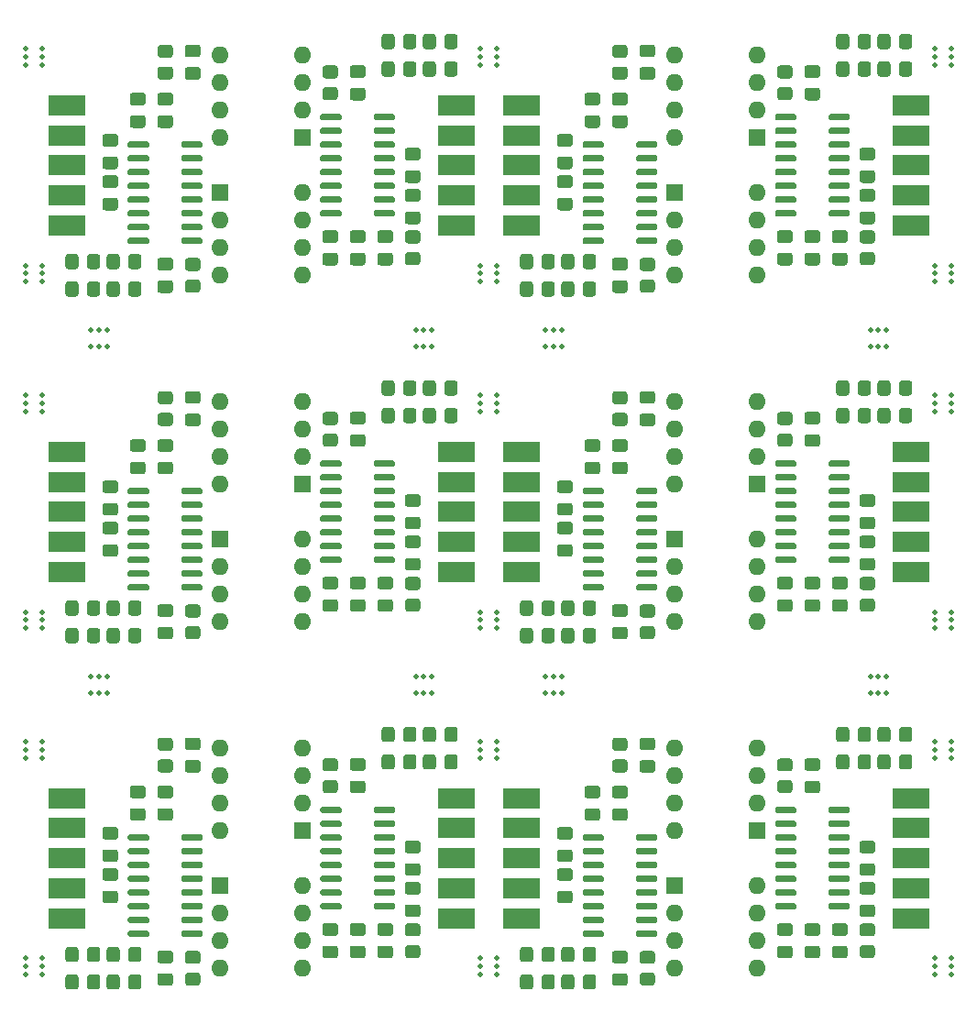
<source format=gbr>
%TF.GenerationSoftware,KiCad,Pcbnew,5.1.8*%
%TF.CreationDate,2020-11-15T21:37:53+00:00*%
%TF.ProjectId,rs232_isolator_panel,72733233-325f-4697-936f-6c61746f725f,rev?*%
%TF.SameCoordinates,PX1d905c0PY2625a00*%
%TF.FileFunction,Soldermask,Top*%
%TF.FilePolarity,Negative*%
%FSLAX46Y46*%
G04 Gerber Fmt 4.6, Leading zero omitted, Abs format (unit mm)*
G04 Created by KiCad (PCBNEW 5.1.8) date 2020-11-15 21:37:53*
%MOMM*%
%LPD*%
G01*
G04 APERTURE LIST*
%ADD10C,0.500000*%
%ADD11O,1.600000X1.600000*%
%ADD12R,1.600000X1.600000*%
%ADD13R,3.480000X1.846667*%
G04 APERTURE END LIST*
D10*
%TO.C,mouse-bite-2mm-slot*%
X91250000Y-37000000D03*
X92750000Y-37000000D03*
X91250000Y-36250000D03*
X91250000Y-37750000D03*
X92750000Y-37750000D03*
X92750000Y-36250000D03*
%TD*%
%TO.C,mouse-bite-2mm-slot*%
X49250000Y-37000000D03*
X50750000Y-37000000D03*
X49250000Y-36250000D03*
X49250000Y-37750000D03*
X50750000Y-37750000D03*
X50750000Y-36250000D03*
%TD*%
%TO.C,mouse-bite-2mm-slot*%
X7250000Y-37000000D03*
X8750000Y-37000000D03*
X7250000Y-36250000D03*
X7250000Y-37750000D03*
X8750000Y-37750000D03*
X8750000Y-36250000D03*
%TD*%
%TO.C,mouse-bite-2mm-slot*%
X91250000Y-69000000D03*
X92750000Y-69000000D03*
X91250000Y-68250000D03*
X91250000Y-69750000D03*
X92750000Y-69750000D03*
X92750000Y-68250000D03*
%TD*%
%TO.C,mouse-bite-2mm-slot*%
X49250000Y-69000000D03*
X50750000Y-69000000D03*
X49250000Y-68250000D03*
X49250000Y-69750000D03*
X50750000Y-69750000D03*
X50750000Y-68250000D03*
%TD*%
%TO.C,mouse-bite-2mm-slot*%
X7250000Y-69000000D03*
X8750000Y-69000000D03*
X7250000Y-68250000D03*
X7250000Y-69750000D03*
X8750000Y-69750000D03*
X8750000Y-68250000D03*
%TD*%
%TO.C,mouse-bite-2mm-slot*%
X7250000Y-5000000D03*
X8750000Y-5000000D03*
X7250000Y-4250000D03*
X7250000Y-5750000D03*
X8750000Y-5750000D03*
X8750000Y-4250000D03*
%TD*%
%TO.C,mouse-bite-2mm-slot*%
X8750000Y-56250000D03*
X8750000Y-57750000D03*
X7250000Y-57750000D03*
X7250000Y-56250000D03*
X8750000Y-57000000D03*
X7250000Y-57000000D03*
%TD*%
%TO.C,mouse-bite-2mm-slot*%
X56000000Y-63750000D03*
X56000000Y-62250000D03*
X55250000Y-63750000D03*
X56750000Y-63750000D03*
X56750000Y-62250000D03*
X55250000Y-62250000D03*
%TD*%
%TO.C,mouse-bite-2mm-slot*%
X14000000Y-63750000D03*
X14000000Y-62250000D03*
X13250000Y-63750000D03*
X14750000Y-63750000D03*
X14750000Y-62250000D03*
X13250000Y-62250000D03*
%TD*%
%TO.C,mouse-bite-2mm-slot*%
X44000000Y-63750000D03*
X44000000Y-62250000D03*
X43250000Y-63750000D03*
X44750000Y-63750000D03*
X44750000Y-62250000D03*
X43250000Y-62250000D03*
%TD*%
%TO.C,mouse-bite-2mm-slot*%
X49250000Y-57000000D03*
X50750000Y-57000000D03*
X49250000Y-56250000D03*
X49250000Y-57750000D03*
X50750000Y-57750000D03*
X50750000Y-56250000D03*
%TD*%
%TO.C,mouse-bite-2mm-slot*%
X49250000Y-89000000D03*
X50750000Y-89000000D03*
X49250000Y-88250000D03*
X49250000Y-89750000D03*
X50750000Y-89750000D03*
X50750000Y-88250000D03*
%TD*%
%TO.C,mouse-bite-2mm-slot*%
X8750000Y-24250000D03*
X8750000Y-25750000D03*
X7250000Y-25750000D03*
X7250000Y-24250000D03*
X8750000Y-25000000D03*
X7250000Y-25000000D03*
%TD*%
%TO.C,mouse-bite-2mm-slot*%
X43250000Y-30250000D03*
X44750000Y-30250000D03*
X44750000Y-31750000D03*
X43250000Y-31750000D03*
X44000000Y-30250000D03*
X44000000Y-31750000D03*
%TD*%
%TO.C,mouse-bite-2mm-slot*%
X91250000Y-89000000D03*
X92750000Y-89000000D03*
X91250000Y-88250000D03*
X91250000Y-89750000D03*
X92750000Y-89750000D03*
X92750000Y-88250000D03*
%TD*%
%TO.C,mouse-bite-2mm-slot*%
X91250000Y-25000000D03*
X92750000Y-25000000D03*
X91250000Y-24250000D03*
X91250000Y-25750000D03*
X92750000Y-25750000D03*
X92750000Y-24250000D03*
%TD*%
%TO.C,mouse-bite-2mm-slot*%
X91250000Y-57000000D03*
X92750000Y-57000000D03*
X91250000Y-56250000D03*
X91250000Y-57750000D03*
X92750000Y-57750000D03*
X92750000Y-56250000D03*
%TD*%
%TO.C,mouse-bite-2mm-slot*%
X92750000Y-4250000D03*
X92750000Y-5750000D03*
X91250000Y-5750000D03*
X91250000Y-4250000D03*
X92750000Y-5000000D03*
X91250000Y-5000000D03*
%TD*%
%TO.C,mouse-bite-2mm-slot*%
X55250000Y-30250000D03*
X56750000Y-30250000D03*
X56750000Y-31750000D03*
X55250000Y-31750000D03*
X56000000Y-30250000D03*
X56000000Y-31750000D03*
%TD*%
%TO.C,mouse-bite-2mm-slot*%
X49250000Y-25000000D03*
X50750000Y-25000000D03*
X49250000Y-24250000D03*
X49250000Y-25750000D03*
X50750000Y-25750000D03*
X50750000Y-24250000D03*
%TD*%
%TO.C,mouse-bite-2mm-slot*%
X8750000Y-88250000D03*
X8750000Y-89750000D03*
X7250000Y-89750000D03*
X7250000Y-88250000D03*
X8750000Y-89000000D03*
X7250000Y-89000000D03*
%TD*%
%TO.C,mouse-bite-2mm-slot*%
X85250000Y-30250000D03*
X86750000Y-30250000D03*
X86750000Y-31750000D03*
X85250000Y-31750000D03*
X86000000Y-30250000D03*
X86000000Y-31750000D03*
%TD*%
%TO.C,mouse-bite-2mm-slot*%
X50750000Y-4250000D03*
X50750000Y-5750000D03*
X49250000Y-5750000D03*
X49250000Y-4250000D03*
X50750000Y-5000000D03*
X49250000Y-5000000D03*
%TD*%
%TO.C,mouse-bite-2mm-slot*%
X13250000Y-30250000D03*
X14750000Y-30250000D03*
X14750000Y-31750000D03*
X13250000Y-31750000D03*
X14000000Y-30250000D03*
X14000000Y-31750000D03*
%TD*%
%TO.C,mouse-bite-2mm-slot*%
X86000000Y-63750000D03*
X86000000Y-62250000D03*
X85250000Y-63750000D03*
X86750000Y-63750000D03*
X86750000Y-62250000D03*
X85250000Y-62250000D03*
%TD*%
%TO.C,R1*%
G36*
G01*
X54890000Y-90880001D02*
X54890000Y-89979999D01*
G75*
G02*
X55139999Y-89730000I249999J0D01*
G01*
X55840001Y-89730000D01*
G75*
G02*
X56090000Y-89979999I0J-249999D01*
G01*
X56090000Y-90880001D01*
G75*
G02*
X55840001Y-91130000I-249999J0D01*
G01*
X55139999Y-91130000D01*
G75*
G02*
X54890000Y-90880001I0J249999D01*
G01*
G37*
G36*
G01*
X52890000Y-90880001D02*
X52890000Y-89979999D01*
G75*
G02*
X53139999Y-89730000I249999J0D01*
G01*
X53840001Y-89730000D01*
G75*
G02*
X54090000Y-89979999I0J-249999D01*
G01*
X54090000Y-90880001D01*
G75*
G02*
X53840001Y-91130000I-249999J0D01*
G01*
X53139999Y-91130000D01*
G75*
G02*
X52890000Y-90880001I0J249999D01*
G01*
G37*
%TD*%
%TO.C,R1*%
G36*
G01*
X12890000Y-90880001D02*
X12890000Y-89979999D01*
G75*
G02*
X13139999Y-89730000I249999J0D01*
G01*
X13840001Y-89730000D01*
G75*
G02*
X14090000Y-89979999I0J-249999D01*
G01*
X14090000Y-90880001D01*
G75*
G02*
X13840001Y-91130000I-249999J0D01*
G01*
X13139999Y-91130000D01*
G75*
G02*
X12890000Y-90880001I0J249999D01*
G01*
G37*
G36*
G01*
X10890000Y-90880001D02*
X10890000Y-89979999D01*
G75*
G02*
X11139999Y-89730000I249999J0D01*
G01*
X11840001Y-89730000D01*
G75*
G02*
X12090000Y-89979999I0J-249999D01*
G01*
X12090000Y-90880001D01*
G75*
G02*
X11840001Y-91130000I-249999J0D01*
G01*
X11139999Y-91130000D01*
G75*
G02*
X10890000Y-90880001I0J249999D01*
G01*
G37*
%TD*%
%TO.C,R1*%
G36*
G01*
X54890000Y-58880001D02*
X54890000Y-57979999D01*
G75*
G02*
X55139999Y-57730000I249999J0D01*
G01*
X55840001Y-57730000D01*
G75*
G02*
X56090000Y-57979999I0J-249999D01*
G01*
X56090000Y-58880001D01*
G75*
G02*
X55840001Y-59130000I-249999J0D01*
G01*
X55139999Y-59130000D01*
G75*
G02*
X54890000Y-58880001I0J249999D01*
G01*
G37*
G36*
G01*
X52890000Y-58880001D02*
X52890000Y-57979999D01*
G75*
G02*
X53139999Y-57730000I249999J0D01*
G01*
X53840001Y-57730000D01*
G75*
G02*
X54090000Y-57979999I0J-249999D01*
G01*
X54090000Y-58880001D01*
G75*
G02*
X53840001Y-59130000I-249999J0D01*
G01*
X53139999Y-59130000D01*
G75*
G02*
X52890000Y-58880001I0J249999D01*
G01*
G37*
%TD*%
%TO.C,R1*%
G36*
G01*
X12890000Y-58880001D02*
X12890000Y-57979999D01*
G75*
G02*
X13139999Y-57730000I249999J0D01*
G01*
X13840001Y-57730000D01*
G75*
G02*
X14090000Y-57979999I0J-249999D01*
G01*
X14090000Y-58880001D01*
G75*
G02*
X13840001Y-59130000I-249999J0D01*
G01*
X13139999Y-59130000D01*
G75*
G02*
X12890000Y-58880001I0J249999D01*
G01*
G37*
G36*
G01*
X10890000Y-58880001D02*
X10890000Y-57979999D01*
G75*
G02*
X11139999Y-57730000I249999J0D01*
G01*
X11840001Y-57730000D01*
G75*
G02*
X12090000Y-57979999I0J-249999D01*
G01*
X12090000Y-58880001D01*
G75*
G02*
X11840001Y-59130000I-249999J0D01*
G01*
X11139999Y-59130000D01*
G75*
G02*
X10890000Y-58880001I0J249999D01*
G01*
G37*
%TD*%
%TO.C,R1*%
G36*
G01*
X54890000Y-26880001D02*
X54890000Y-25979999D01*
G75*
G02*
X55139999Y-25730000I249999J0D01*
G01*
X55840001Y-25730000D01*
G75*
G02*
X56090000Y-25979999I0J-249999D01*
G01*
X56090000Y-26880001D01*
G75*
G02*
X55840001Y-27130000I-249999J0D01*
G01*
X55139999Y-27130000D01*
G75*
G02*
X54890000Y-26880001I0J249999D01*
G01*
G37*
G36*
G01*
X52890000Y-26880001D02*
X52890000Y-25979999D01*
G75*
G02*
X53139999Y-25730000I249999J0D01*
G01*
X53840001Y-25730000D01*
G75*
G02*
X54090000Y-25979999I0J-249999D01*
G01*
X54090000Y-26880001D01*
G75*
G02*
X53840001Y-27130000I-249999J0D01*
G01*
X53139999Y-27130000D01*
G75*
G02*
X52890000Y-26880001I0J249999D01*
G01*
G37*
%TD*%
%TO.C,C6*%
G36*
G01*
X65125000Y-69025000D02*
X64175000Y-69025000D01*
G75*
G02*
X63925000Y-68775000I0J250000D01*
G01*
X63925000Y-68100000D01*
G75*
G02*
X64175000Y-67850000I250000J0D01*
G01*
X65125000Y-67850000D01*
G75*
G02*
X65375000Y-68100000I0J-250000D01*
G01*
X65375000Y-68775000D01*
G75*
G02*
X65125000Y-69025000I-250000J0D01*
G01*
G37*
G36*
G01*
X65125000Y-71100000D02*
X64175000Y-71100000D01*
G75*
G02*
X63925000Y-70850000I0J250000D01*
G01*
X63925000Y-70175000D01*
G75*
G02*
X64175000Y-69925000I250000J0D01*
G01*
X65125000Y-69925000D01*
G75*
G02*
X65375000Y-70175000I0J-250000D01*
G01*
X65375000Y-70850000D01*
G75*
G02*
X65125000Y-71100000I-250000J0D01*
G01*
G37*
%TD*%
%TO.C,C6*%
G36*
G01*
X23125000Y-69025000D02*
X22175000Y-69025000D01*
G75*
G02*
X21925000Y-68775000I0J250000D01*
G01*
X21925000Y-68100000D01*
G75*
G02*
X22175000Y-67850000I250000J0D01*
G01*
X23125000Y-67850000D01*
G75*
G02*
X23375000Y-68100000I0J-250000D01*
G01*
X23375000Y-68775000D01*
G75*
G02*
X23125000Y-69025000I-250000J0D01*
G01*
G37*
G36*
G01*
X23125000Y-71100000D02*
X22175000Y-71100000D01*
G75*
G02*
X21925000Y-70850000I0J250000D01*
G01*
X21925000Y-70175000D01*
G75*
G02*
X22175000Y-69925000I250000J0D01*
G01*
X23125000Y-69925000D01*
G75*
G02*
X23375000Y-70175000I0J-250000D01*
G01*
X23375000Y-70850000D01*
G75*
G02*
X23125000Y-71100000I-250000J0D01*
G01*
G37*
%TD*%
%TO.C,C6*%
G36*
G01*
X65125000Y-37025000D02*
X64175000Y-37025000D01*
G75*
G02*
X63925000Y-36775000I0J250000D01*
G01*
X63925000Y-36100000D01*
G75*
G02*
X64175000Y-35850000I250000J0D01*
G01*
X65125000Y-35850000D01*
G75*
G02*
X65375000Y-36100000I0J-250000D01*
G01*
X65375000Y-36775000D01*
G75*
G02*
X65125000Y-37025000I-250000J0D01*
G01*
G37*
G36*
G01*
X65125000Y-39100000D02*
X64175000Y-39100000D01*
G75*
G02*
X63925000Y-38850000I0J250000D01*
G01*
X63925000Y-38175000D01*
G75*
G02*
X64175000Y-37925000I250000J0D01*
G01*
X65125000Y-37925000D01*
G75*
G02*
X65375000Y-38175000I0J-250000D01*
G01*
X65375000Y-38850000D01*
G75*
G02*
X65125000Y-39100000I-250000J0D01*
G01*
G37*
%TD*%
%TO.C,C6*%
G36*
G01*
X23125000Y-37025000D02*
X22175000Y-37025000D01*
G75*
G02*
X21925000Y-36775000I0J250000D01*
G01*
X21925000Y-36100000D01*
G75*
G02*
X22175000Y-35850000I250000J0D01*
G01*
X23125000Y-35850000D01*
G75*
G02*
X23375000Y-36100000I0J-250000D01*
G01*
X23375000Y-36775000D01*
G75*
G02*
X23125000Y-37025000I-250000J0D01*
G01*
G37*
G36*
G01*
X23125000Y-39100000D02*
X22175000Y-39100000D01*
G75*
G02*
X21925000Y-38850000I0J250000D01*
G01*
X21925000Y-38175000D01*
G75*
G02*
X22175000Y-37925000I250000J0D01*
G01*
X23125000Y-37925000D01*
G75*
G02*
X23375000Y-38175000I0J-250000D01*
G01*
X23375000Y-38850000D01*
G75*
G02*
X23125000Y-39100000I-250000J0D01*
G01*
G37*
%TD*%
%TO.C,C6*%
G36*
G01*
X65125000Y-5025000D02*
X64175000Y-5025000D01*
G75*
G02*
X63925000Y-4775000I0J250000D01*
G01*
X63925000Y-4100000D01*
G75*
G02*
X64175000Y-3850000I250000J0D01*
G01*
X65125000Y-3850000D01*
G75*
G02*
X65375000Y-4100000I0J-250000D01*
G01*
X65375000Y-4775000D01*
G75*
G02*
X65125000Y-5025000I-250000J0D01*
G01*
G37*
G36*
G01*
X65125000Y-7100000D02*
X64175000Y-7100000D01*
G75*
G02*
X63925000Y-6850000I0J250000D01*
G01*
X63925000Y-6175000D01*
G75*
G02*
X64175000Y-5925000I250000J0D01*
G01*
X65125000Y-5925000D01*
G75*
G02*
X65375000Y-6175000I0J-250000D01*
G01*
X65375000Y-6850000D01*
G75*
G02*
X65125000Y-7100000I-250000J0D01*
G01*
G37*
%TD*%
%TO.C,C1*%
G36*
G01*
X60045000Y-73470000D02*
X59095000Y-73470000D01*
G75*
G02*
X58845000Y-73220000I0J250000D01*
G01*
X58845000Y-72545000D01*
G75*
G02*
X59095000Y-72295000I250000J0D01*
G01*
X60045000Y-72295000D01*
G75*
G02*
X60295000Y-72545000I0J-250000D01*
G01*
X60295000Y-73220000D01*
G75*
G02*
X60045000Y-73470000I-250000J0D01*
G01*
G37*
G36*
G01*
X60045000Y-75545000D02*
X59095000Y-75545000D01*
G75*
G02*
X58845000Y-75295000I0J250000D01*
G01*
X58845000Y-74620000D01*
G75*
G02*
X59095000Y-74370000I250000J0D01*
G01*
X60045000Y-74370000D01*
G75*
G02*
X60295000Y-74620000I0J-250000D01*
G01*
X60295000Y-75295000D01*
G75*
G02*
X60045000Y-75545000I-250000J0D01*
G01*
G37*
%TD*%
%TO.C,C1*%
G36*
G01*
X18045000Y-73470000D02*
X17095000Y-73470000D01*
G75*
G02*
X16845000Y-73220000I0J250000D01*
G01*
X16845000Y-72545000D01*
G75*
G02*
X17095000Y-72295000I250000J0D01*
G01*
X18045000Y-72295000D01*
G75*
G02*
X18295000Y-72545000I0J-250000D01*
G01*
X18295000Y-73220000D01*
G75*
G02*
X18045000Y-73470000I-250000J0D01*
G01*
G37*
G36*
G01*
X18045000Y-75545000D02*
X17095000Y-75545000D01*
G75*
G02*
X16845000Y-75295000I0J250000D01*
G01*
X16845000Y-74620000D01*
G75*
G02*
X17095000Y-74370000I250000J0D01*
G01*
X18045000Y-74370000D01*
G75*
G02*
X18295000Y-74620000I0J-250000D01*
G01*
X18295000Y-75295000D01*
G75*
G02*
X18045000Y-75545000I-250000J0D01*
G01*
G37*
%TD*%
%TO.C,C1*%
G36*
G01*
X60045000Y-41470000D02*
X59095000Y-41470000D01*
G75*
G02*
X58845000Y-41220000I0J250000D01*
G01*
X58845000Y-40545000D01*
G75*
G02*
X59095000Y-40295000I250000J0D01*
G01*
X60045000Y-40295000D01*
G75*
G02*
X60295000Y-40545000I0J-250000D01*
G01*
X60295000Y-41220000D01*
G75*
G02*
X60045000Y-41470000I-250000J0D01*
G01*
G37*
G36*
G01*
X60045000Y-43545000D02*
X59095000Y-43545000D01*
G75*
G02*
X58845000Y-43295000I0J250000D01*
G01*
X58845000Y-42620000D01*
G75*
G02*
X59095000Y-42370000I250000J0D01*
G01*
X60045000Y-42370000D01*
G75*
G02*
X60295000Y-42620000I0J-250000D01*
G01*
X60295000Y-43295000D01*
G75*
G02*
X60045000Y-43545000I-250000J0D01*
G01*
G37*
%TD*%
%TO.C,C1*%
G36*
G01*
X18045000Y-41470000D02*
X17095000Y-41470000D01*
G75*
G02*
X16845000Y-41220000I0J250000D01*
G01*
X16845000Y-40545000D01*
G75*
G02*
X17095000Y-40295000I250000J0D01*
G01*
X18045000Y-40295000D01*
G75*
G02*
X18295000Y-40545000I0J-250000D01*
G01*
X18295000Y-41220000D01*
G75*
G02*
X18045000Y-41470000I-250000J0D01*
G01*
G37*
G36*
G01*
X18045000Y-43545000D02*
X17095000Y-43545000D01*
G75*
G02*
X16845000Y-43295000I0J250000D01*
G01*
X16845000Y-42620000D01*
G75*
G02*
X17095000Y-42370000I250000J0D01*
G01*
X18045000Y-42370000D01*
G75*
G02*
X18295000Y-42620000I0J-250000D01*
G01*
X18295000Y-43295000D01*
G75*
G02*
X18045000Y-43545000I-250000J0D01*
G01*
G37*
%TD*%
%TO.C,C1*%
G36*
G01*
X60045000Y-9470000D02*
X59095000Y-9470000D01*
G75*
G02*
X58845000Y-9220000I0J250000D01*
G01*
X58845000Y-8545000D01*
G75*
G02*
X59095000Y-8295000I250000J0D01*
G01*
X60045000Y-8295000D01*
G75*
G02*
X60295000Y-8545000I0J-250000D01*
G01*
X60295000Y-9220000D01*
G75*
G02*
X60045000Y-9470000I-250000J0D01*
G01*
G37*
G36*
G01*
X60045000Y-11545000D02*
X59095000Y-11545000D01*
G75*
G02*
X58845000Y-11295000I0J250000D01*
G01*
X58845000Y-10620000D01*
G75*
G02*
X59095000Y-10370000I250000J0D01*
G01*
X60045000Y-10370000D01*
G75*
G02*
X60295000Y-10620000I0J-250000D01*
G01*
X60295000Y-11295000D01*
G75*
G02*
X60045000Y-11545000I-250000J0D01*
G01*
G37*
%TD*%
%TO.C,R3*%
G36*
G01*
X54890000Y-88340001D02*
X54890000Y-87439999D01*
G75*
G02*
X55139999Y-87190000I249999J0D01*
G01*
X55840001Y-87190000D01*
G75*
G02*
X56090000Y-87439999I0J-249999D01*
G01*
X56090000Y-88340001D01*
G75*
G02*
X55840001Y-88590000I-249999J0D01*
G01*
X55139999Y-88590000D01*
G75*
G02*
X54890000Y-88340001I0J249999D01*
G01*
G37*
G36*
G01*
X52890000Y-88340001D02*
X52890000Y-87439999D01*
G75*
G02*
X53139999Y-87190000I249999J0D01*
G01*
X53840001Y-87190000D01*
G75*
G02*
X54090000Y-87439999I0J-249999D01*
G01*
X54090000Y-88340001D01*
G75*
G02*
X53840001Y-88590000I-249999J0D01*
G01*
X53139999Y-88590000D01*
G75*
G02*
X52890000Y-88340001I0J249999D01*
G01*
G37*
%TD*%
%TO.C,R3*%
G36*
G01*
X12890000Y-88340001D02*
X12890000Y-87439999D01*
G75*
G02*
X13139999Y-87190000I249999J0D01*
G01*
X13840001Y-87190000D01*
G75*
G02*
X14090000Y-87439999I0J-249999D01*
G01*
X14090000Y-88340001D01*
G75*
G02*
X13840001Y-88590000I-249999J0D01*
G01*
X13139999Y-88590000D01*
G75*
G02*
X12890000Y-88340001I0J249999D01*
G01*
G37*
G36*
G01*
X10890000Y-88340001D02*
X10890000Y-87439999D01*
G75*
G02*
X11139999Y-87190000I249999J0D01*
G01*
X11840001Y-87190000D01*
G75*
G02*
X12090000Y-87439999I0J-249999D01*
G01*
X12090000Y-88340001D01*
G75*
G02*
X11840001Y-88590000I-249999J0D01*
G01*
X11139999Y-88590000D01*
G75*
G02*
X10890000Y-88340001I0J249999D01*
G01*
G37*
%TD*%
%TO.C,R3*%
G36*
G01*
X54890000Y-56340001D02*
X54890000Y-55439999D01*
G75*
G02*
X55139999Y-55190000I249999J0D01*
G01*
X55840001Y-55190000D01*
G75*
G02*
X56090000Y-55439999I0J-249999D01*
G01*
X56090000Y-56340001D01*
G75*
G02*
X55840001Y-56590000I-249999J0D01*
G01*
X55139999Y-56590000D01*
G75*
G02*
X54890000Y-56340001I0J249999D01*
G01*
G37*
G36*
G01*
X52890000Y-56340001D02*
X52890000Y-55439999D01*
G75*
G02*
X53139999Y-55190000I249999J0D01*
G01*
X53840001Y-55190000D01*
G75*
G02*
X54090000Y-55439999I0J-249999D01*
G01*
X54090000Y-56340001D01*
G75*
G02*
X53840001Y-56590000I-249999J0D01*
G01*
X53139999Y-56590000D01*
G75*
G02*
X52890000Y-56340001I0J249999D01*
G01*
G37*
%TD*%
%TO.C,R3*%
G36*
G01*
X12890000Y-56340001D02*
X12890000Y-55439999D01*
G75*
G02*
X13139999Y-55190000I249999J0D01*
G01*
X13840001Y-55190000D01*
G75*
G02*
X14090000Y-55439999I0J-249999D01*
G01*
X14090000Y-56340001D01*
G75*
G02*
X13840001Y-56590000I-249999J0D01*
G01*
X13139999Y-56590000D01*
G75*
G02*
X12890000Y-56340001I0J249999D01*
G01*
G37*
G36*
G01*
X10890000Y-56340001D02*
X10890000Y-55439999D01*
G75*
G02*
X11139999Y-55190000I249999J0D01*
G01*
X11840001Y-55190000D01*
G75*
G02*
X12090000Y-55439999I0J-249999D01*
G01*
X12090000Y-56340001D01*
G75*
G02*
X11840001Y-56590000I-249999J0D01*
G01*
X11139999Y-56590000D01*
G75*
G02*
X10890000Y-56340001I0J249999D01*
G01*
G37*
%TD*%
%TO.C,R3*%
G36*
G01*
X54890000Y-24340001D02*
X54890000Y-23439999D01*
G75*
G02*
X55139999Y-23190000I249999J0D01*
G01*
X55840001Y-23190000D01*
G75*
G02*
X56090000Y-23439999I0J-249999D01*
G01*
X56090000Y-24340001D01*
G75*
G02*
X55840001Y-24590000I-249999J0D01*
G01*
X55139999Y-24590000D01*
G75*
G02*
X54890000Y-24340001I0J249999D01*
G01*
G37*
G36*
G01*
X52890000Y-24340001D02*
X52890000Y-23439999D01*
G75*
G02*
X53139999Y-23190000I249999J0D01*
G01*
X53840001Y-23190000D01*
G75*
G02*
X54090000Y-23439999I0J-249999D01*
G01*
X54090000Y-24340001D01*
G75*
G02*
X53840001Y-24590000I-249999J0D01*
G01*
X53139999Y-24590000D01*
G75*
G02*
X52890000Y-24340001I0J249999D01*
G01*
G37*
%TD*%
%TO.C,C8*%
G36*
G01*
X81955000Y-87070000D02*
X82905000Y-87070000D01*
G75*
G02*
X83155000Y-87320000I0J-250000D01*
G01*
X83155000Y-87995000D01*
G75*
G02*
X82905000Y-88245000I-250000J0D01*
G01*
X81955000Y-88245000D01*
G75*
G02*
X81705000Y-87995000I0J250000D01*
G01*
X81705000Y-87320000D01*
G75*
G02*
X81955000Y-87070000I250000J0D01*
G01*
G37*
G36*
G01*
X81955000Y-84995000D02*
X82905000Y-84995000D01*
G75*
G02*
X83155000Y-85245000I0J-250000D01*
G01*
X83155000Y-85920000D01*
G75*
G02*
X82905000Y-86170000I-250000J0D01*
G01*
X81955000Y-86170000D01*
G75*
G02*
X81705000Y-85920000I0J250000D01*
G01*
X81705000Y-85245000D01*
G75*
G02*
X81955000Y-84995000I250000J0D01*
G01*
G37*
%TD*%
%TO.C,C8*%
G36*
G01*
X39955000Y-87070000D02*
X40905000Y-87070000D01*
G75*
G02*
X41155000Y-87320000I0J-250000D01*
G01*
X41155000Y-87995000D01*
G75*
G02*
X40905000Y-88245000I-250000J0D01*
G01*
X39955000Y-88245000D01*
G75*
G02*
X39705000Y-87995000I0J250000D01*
G01*
X39705000Y-87320000D01*
G75*
G02*
X39955000Y-87070000I250000J0D01*
G01*
G37*
G36*
G01*
X39955000Y-84995000D02*
X40905000Y-84995000D01*
G75*
G02*
X41155000Y-85245000I0J-250000D01*
G01*
X41155000Y-85920000D01*
G75*
G02*
X40905000Y-86170000I-250000J0D01*
G01*
X39955000Y-86170000D01*
G75*
G02*
X39705000Y-85920000I0J250000D01*
G01*
X39705000Y-85245000D01*
G75*
G02*
X39955000Y-84995000I250000J0D01*
G01*
G37*
%TD*%
%TO.C,C8*%
G36*
G01*
X81955000Y-55070000D02*
X82905000Y-55070000D01*
G75*
G02*
X83155000Y-55320000I0J-250000D01*
G01*
X83155000Y-55995000D01*
G75*
G02*
X82905000Y-56245000I-250000J0D01*
G01*
X81955000Y-56245000D01*
G75*
G02*
X81705000Y-55995000I0J250000D01*
G01*
X81705000Y-55320000D01*
G75*
G02*
X81955000Y-55070000I250000J0D01*
G01*
G37*
G36*
G01*
X81955000Y-52995000D02*
X82905000Y-52995000D01*
G75*
G02*
X83155000Y-53245000I0J-250000D01*
G01*
X83155000Y-53920000D01*
G75*
G02*
X82905000Y-54170000I-250000J0D01*
G01*
X81955000Y-54170000D01*
G75*
G02*
X81705000Y-53920000I0J250000D01*
G01*
X81705000Y-53245000D01*
G75*
G02*
X81955000Y-52995000I250000J0D01*
G01*
G37*
%TD*%
%TO.C,C8*%
G36*
G01*
X39955000Y-55070000D02*
X40905000Y-55070000D01*
G75*
G02*
X41155000Y-55320000I0J-250000D01*
G01*
X41155000Y-55995000D01*
G75*
G02*
X40905000Y-56245000I-250000J0D01*
G01*
X39955000Y-56245000D01*
G75*
G02*
X39705000Y-55995000I0J250000D01*
G01*
X39705000Y-55320000D01*
G75*
G02*
X39955000Y-55070000I250000J0D01*
G01*
G37*
G36*
G01*
X39955000Y-52995000D02*
X40905000Y-52995000D01*
G75*
G02*
X41155000Y-53245000I0J-250000D01*
G01*
X41155000Y-53920000D01*
G75*
G02*
X40905000Y-54170000I-250000J0D01*
G01*
X39955000Y-54170000D01*
G75*
G02*
X39705000Y-53920000I0J250000D01*
G01*
X39705000Y-53245000D01*
G75*
G02*
X39955000Y-52995000I250000J0D01*
G01*
G37*
%TD*%
%TO.C,C8*%
G36*
G01*
X81955000Y-23070000D02*
X82905000Y-23070000D01*
G75*
G02*
X83155000Y-23320000I0J-250000D01*
G01*
X83155000Y-23995000D01*
G75*
G02*
X82905000Y-24245000I-250000J0D01*
G01*
X81955000Y-24245000D01*
G75*
G02*
X81705000Y-23995000I0J250000D01*
G01*
X81705000Y-23320000D01*
G75*
G02*
X81955000Y-23070000I250000J0D01*
G01*
G37*
G36*
G01*
X81955000Y-20995000D02*
X82905000Y-20995000D01*
G75*
G02*
X83155000Y-21245000I0J-250000D01*
G01*
X83155000Y-21920000D01*
G75*
G02*
X82905000Y-22170000I-250000J0D01*
G01*
X81955000Y-22170000D01*
G75*
G02*
X81705000Y-21920000I0J250000D01*
G01*
X81705000Y-21245000D01*
G75*
G02*
X81955000Y-20995000I250000J0D01*
G01*
G37*
%TD*%
D11*
%TO.C,U2*%
X74810000Y-81540000D03*
X67190000Y-89160000D03*
X74810000Y-84080000D03*
X67190000Y-86620000D03*
X74810000Y-86620000D03*
X67190000Y-84080000D03*
X74810000Y-89160000D03*
D12*
X67190000Y-81540000D03*
%TD*%
D11*
%TO.C,U2*%
X32810000Y-81540000D03*
X25190000Y-89160000D03*
X32810000Y-84080000D03*
X25190000Y-86620000D03*
X32810000Y-86620000D03*
X25190000Y-84080000D03*
X32810000Y-89160000D03*
D12*
X25190000Y-81540000D03*
%TD*%
D11*
%TO.C,U2*%
X74810000Y-49540000D03*
X67190000Y-57160000D03*
X74810000Y-52080000D03*
X67190000Y-54620000D03*
X74810000Y-54620000D03*
X67190000Y-52080000D03*
X74810000Y-57160000D03*
D12*
X67190000Y-49540000D03*
%TD*%
D11*
%TO.C,U2*%
X32810000Y-49540000D03*
X25190000Y-57160000D03*
X32810000Y-52080000D03*
X25190000Y-54620000D03*
X32810000Y-54620000D03*
X25190000Y-52080000D03*
X32810000Y-57160000D03*
D12*
X25190000Y-49540000D03*
%TD*%
D11*
%TO.C,U2*%
X74810000Y-17540000D03*
X67190000Y-25160000D03*
X74810000Y-20080000D03*
X67190000Y-22620000D03*
X74810000Y-22620000D03*
X67190000Y-20080000D03*
X74810000Y-25160000D03*
D12*
X67190000Y-17540000D03*
%TD*%
D13*
%TO.C,J2*%
X89000000Y-84540000D03*
X89000000Y-81770000D03*
X89000000Y-79000000D03*
X89000000Y-76230000D03*
X89000000Y-73460000D03*
%TD*%
%TO.C,J2*%
X47000000Y-84540000D03*
X47000000Y-81770000D03*
X47000000Y-79000000D03*
X47000000Y-76230000D03*
X47000000Y-73460000D03*
%TD*%
%TO.C,J2*%
X89000000Y-52540000D03*
X89000000Y-49770000D03*
X89000000Y-47000000D03*
X89000000Y-44230000D03*
X89000000Y-41460000D03*
%TD*%
%TO.C,J2*%
X47000000Y-52540000D03*
X47000000Y-49770000D03*
X47000000Y-47000000D03*
X47000000Y-44230000D03*
X47000000Y-41460000D03*
%TD*%
%TO.C,J2*%
X89000000Y-20540000D03*
X89000000Y-17770000D03*
X89000000Y-15000000D03*
X89000000Y-12230000D03*
X89000000Y-9460000D03*
%TD*%
%TO.C,R5*%
G36*
G01*
X64199999Y-89560000D02*
X65100001Y-89560000D01*
G75*
G02*
X65350000Y-89809999I0J-249999D01*
G01*
X65350000Y-90510001D01*
G75*
G02*
X65100001Y-90760000I-249999J0D01*
G01*
X64199999Y-90760000D01*
G75*
G02*
X63950000Y-90510001I0J249999D01*
G01*
X63950000Y-89809999D01*
G75*
G02*
X64199999Y-89560000I249999J0D01*
G01*
G37*
G36*
G01*
X64199999Y-87560000D02*
X65100001Y-87560000D01*
G75*
G02*
X65350000Y-87809999I0J-249999D01*
G01*
X65350000Y-88510001D01*
G75*
G02*
X65100001Y-88760000I-249999J0D01*
G01*
X64199999Y-88760000D01*
G75*
G02*
X63950000Y-88510001I0J249999D01*
G01*
X63950000Y-87809999D01*
G75*
G02*
X64199999Y-87560000I249999J0D01*
G01*
G37*
%TD*%
%TO.C,R5*%
G36*
G01*
X22199999Y-89560000D02*
X23100001Y-89560000D01*
G75*
G02*
X23350000Y-89809999I0J-249999D01*
G01*
X23350000Y-90510001D01*
G75*
G02*
X23100001Y-90760000I-249999J0D01*
G01*
X22199999Y-90760000D01*
G75*
G02*
X21950000Y-90510001I0J249999D01*
G01*
X21950000Y-89809999D01*
G75*
G02*
X22199999Y-89560000I249999J0D01*
G01*
G37*
G36*
G01*
X22199999Y-87560000D02*
X23100001Y-87560000D01*
G75*
G02*
X23350000Y-87809999I0J-249999D01*
G01*
X23350000Y-88510001D01*
G75*
G02*
X23100001Y-88760000I-249999J0D01*
G01*
X22199999Y-88760000D01*
G75*
G02*
X21950000Y-88510001I0J249999D01*
G01*
X21950000Y-87809999D01*
G75*
G02*
X22199999Y-87560000I249999J0D01*
G01*
G37*
%TD*%
%TO.C,R5*%
G36*
G01*
X64199999Y-57560000D02*
X65100001Y-57560000D01*
G75*
G02*
X65350000Y-57809999I0J-249999D01*
G01*
X65350000Y-58510001D01*
G75*
G02*
X65100001Y-58760000I-249999J0D01*
G01*
X64199999Y-58760000D01*
G75*
G02*
X63950000Y-58510001I0J249999D01*
G01*
X63950000Y-57809999D01*
G75*
G02*
X64199999Y-57560000I249999J0D01*
G01*
G37*
G36*
G01*
X64199999Y-55560000D02*
X65100001Y-55560000D01*
G75*
G02*
X65350000Y-55809999I0J-249999D01*
G01*
X65350000Y-56510001D01*
G75*
G02*
X65100001Y-56760000I-249999J0D01*
G01*
X64199999Y-56760000D01*
G75*
G02*
X63950000Y-56510001I0J249999D01*
G01*
X63950000Y-55809999D01*
G75*
G02*
X64199999Y-55560000I249999J0D01*
G01*
G37*
%TD*%
%TO.C,R5*%
G36*
G01*
X22199999Y-57560000D02*
X23100001Y-57560000D01*
G75*
G02*
X23350000Y-57809999I0J-249999D01*
G01*
X23350000Y-58510001D01*
G75*
G02*
X23100001Y-58760000I-249999J0D01*
G01*
X22199999Y-58760000D01*
G75*
G02*
X21950000Y-58510001I0J249999D01*
G01*
X21950000Y-57809999D01*
G75*
G02*
X22199999Y-57560000I249999J0D01*
G01*
G37*
G36*
G01*
X22199999Y-55560000D02*
X23100001Y-55560000D01*
G75*
G02*
X23350000Y-55809999I0J-249999D01*
G01*
X23350000Y-56510001D01*
G75*
G02*
X23100001Y-56760000I-249999J0D01*
G01*
X22199999Y-56760000D01*
G75*
G02*
X21950000Y-56510001I0J249999D01*
G01*
X21950000Y-55809999D01*
G75*
G02*
X22199999Y-55560000I249999J0D01*
G01*
G37*
%TD*%
%TO.C,R5*%
G36*
G01*
X64199999Y-25560000D02*
X65100001Y-25560000D01*
G75*
G02*
X65350000Y-25809999I0J-249999D01*
G01*
X65350000Y-26510001D01*
G75*
G02*
X65100001Y-26760000I-249999J0D01*
G01*
X64199999Y-26760000D01*
G75*
G02*
X63950000Y-26510001I0J249999D01*
G01*
X63950000Y-25809999D01*
G75*
G02*
X64199999Y-25560000I249999J0D01*
G01*
G37*
G36*
G01*
X64199999Y-23560000D02*
X65100001Y-23560000D01*
G75*
G02*
X65350000Y-23809999I0J-249999D01*
G01*
X65350000Y-24510001D01*
G75*
G02*
X65100001Y-24760000I-249999J0D01*
G01*
X64199999Y-24760000D01*
G75*
G02*
X63950000Y-24510001I0J249999D01*
G01*
X63950000Y-23809999D01*
G75*
G02*
X64199999Y-23560000I249999J0D01*
G01*
G37*
%TD*%
%TO.C,R4*%
G36*
G01*
X57900000Y-87439999D02*
X57900000Y-88340001D01*
G75*
G02*
X57650001Y-88590000I-249999J0D01*
G01*
X56949999Y-88590000D01*
G75*
G02*
X56700000Y-88340001I0J249999D01*
G01*
X56700000Y-87439999D01*
G75*
G02*
X56949999Y-87190000I249999J0D01*
G01*
X57650001Y-87190000D01*
G75*
G02*
X57900000Y-87439999I0J-249999D01*
G01*
G37*
G36*
G01*
X59900000Y-87439999D02*
X59900000Y-88340001D01*
G75*
G02*
X59650001Y-88590000I-249999J0D01*
G01*
X58949999Y-88590000D01*
G75*
G02*
X58700000Y-88340001I0J249999D01*
G01*
X58700000Y-87439999D01*
G75*
G02*
X58949999Y-87190000I249999J0D01*
G01*
X59650001Y-87190000D01*
G75*
G02*
X59900000Y-87439999I0J-249999D01*
G01*
G37*
%TD*%
%TO.C,R4*%
G36*
G01*
X15900000Y-87439999D02*
X15900000Y-88340001D01*
G75*
G02*
X15650001Y-88590000I-249999J0D01*
G01*
X14949999Y-88590000D01*
G75*
G02*
X14700000Y-88340001I0J249999D01*
G01*
X14700000Y-87439999D01*
G75*
G02*
X14949999Y-87190000I249999J0D01*
G01*
X15650001Y-87190000D01*
G75*
G02*
X15900000Y-87439999I0J-249999D01*
G01*
G37*
G36*
G01*
X17900000Y-87439999D02*
X17900000Y-88340001D01*
G75*
G02*
X17650001Y-88590000I-249999J0D01*
G01*
X16949999Y-88590000D01*
G75*
G02*
X16700000Y-88340001I0J249999D01*
G01*
X16700000Y-87439999D01*
G75*
G02*
X16949999Y-87190000I249999J0D01*
G01*
X17650001Y-87190000D01*
G75*
G02*
X17900000Y-87439999I0J-249999D01*
G01*
G37*
%TD*%
%TO.C,R4*%
G36*
G01*
X57900000Y-55439999D02*
X57900000Y-56340001D01*
G75*
G02*
X57650001Y-56590000I-249999J0D01*
G01*
X56949999Y-56590000D01*
G75*
G02*
X56700000Y-56340001I0J249999D01*
G01*
X56700000Y-55439999D01*
G75*
G02*
X56949999Y-55190000I249999J0D01*
G01*
X57650001Y-55190000D01*
G75*
G02*
X57900000Y-55439999I0J-249999D01*
G01*
G37*
G36*
G01*
X59900000Y-55439999D02*
X59900000Y-56340001D01*
G75*
G02*
X59650001Y-56590000I-249999J0D01*
G01*
X58949999Y-56590000D01*
G75*
G02*
X58700000Y-56340001I0J249999D01*
G01*
X58700000Y-55439999D01*
G75*
G02*
X58949999Y-55190000I249999J0D01*
G01*
X59650001Y-55190000D01*
G75*
G02*
X59900000Y-55439999I0J-249999D01*
G01*
G37*
%TD*%
%TO.C,R4*%
G36*
G01*
X15900000Y-55439999D02*
X15900000Y-56340001D01*
G75*
G02*
X15650001Y-56590000I-249999J0D01*
G01*
X14949999Y-56590000D01*
G75*
G02*
X14700000Y-56340001I0J249999D01*
G01*
X14700000Y-55439999D01*
G75*
G02*
X14949999Y-55190000I249999J0D01*
G01*
X15650001Y-55190000D01*
G75*
G02*
X15900000Y-55439999I0J-249999D01*
G01*
G37*
G36*
G01*
X17900000Y-55439999D02*
X17900000Y-56340001D01*
G75*
G02*
X17650001Y-56590000I-249999J0D01*
G01*
X16949999Y-56590000D01*
G75*
G02*
X16700000Y-56340001I0J249999D01*
G01*
X16700000Y-55439999D01*
G75*
G02*
X16949999Y-55190000I249999J0D01*
G01*
X17650001Y-55190000D01*
G75*
G02*
X17900000Y-55439999I0J-249999D01*
G01*
G37*
%TD*%
%TO.C,R4*%
G36*
G01*
X57900000Y-23439999D02*
X57900000Y-24340001D01*
G75*
G02*
X57650001Y-24590000I-249999J0D01*
G01*
X56949999Y-24590000D01*
G75*
G02*
X56700000Y-24340001I0J249999D01*
G01*
X56700000Y-23439999D01*
G75*
G02*
X56949999Y-23190000I249999J0D01*
G01*
X57650001Y-23190000D01*
G75*
G02*
X57900000Y-23439999I0J-249999D01*
G01*
G37*
G36*
G01*
X59900000Y-23439999D02*
X59900000Y-24340001D01*
G75*
G02*
X59650001Y-24590000I-249999J0D01*
G01*
X58949999Y-24590000D01*
G75*
G02*
X58700000Y-24340001I0J249999D01*
G01*
X58700000Y-23439999D01*
G75*
G02*
X58949999Y-23190000I249999J0D01*
G01*
X59650001Y-23190000D01*
G75*
G02*
X59900000Y-23439999I0J-249999D01*
G01*
G37*
%TD*%
D11*
%TO.C,U3*%
X67190000Y-76460000D03*
X74810000Y-68840000D03*
X67190000Y-73920000D03*
X74810000Y-71380000D03*
X67190000Y-71380000D03*
X74810000Y-73920000D03*
X67190000Y-68840000D03*
D12*
X74810000Y-76460000D03*
%TD*%
D11*
%TO.C,U3*%
X25190000Y-76460000D03*
X32810000Y-68840000D03*
X25190000Y-73920000D03*
X32810000Y-71380000D03*
X25190000Y-71380000D03*
X32810000Y-73920000D03*
X25190000Y-68840000D03*
D12*
X32810000Y-76460000D03*
%TD*%
D11*
%TO.C,U3*%
X67190000Y-44460000D03*
X74810000Y-36840000D03*
X67190000Y-41920000D03*
X74810000Y-39380000D03*
X67190000Y-39380000D03*
X74810000Y-41920000D03*
X67190000Y-36840000D03*
D12*
X74810000Y-44460000D03*
%TD*%
D11*
%TO.C,U3*%
X25190000Y-44460000D03*
X32810000Y-36840000D03*
X25190000Y-41920000D03*
X32810000Y-39380000D03*
X25190000Y-39380000D03*
X32810000Y-41920000D03*
X25190000Y-36840000D03*
D12*
X32810000Y-44460000D03*
%TD*%
D11*
%TO.C,U3*%
X67190000Y-12460000D03*
X74810000Y-4840000D03*
X67190000Y-9920000D03*
X74810000Y-7380000D03*
X67190000Y-7380000D03*
X74810000Y-9920000D03*
X67190000Y-4840000D03*
D12*
X74810000Y-12460000D03*
%TD*%
%TO.C,R12*%
G36*
G01*
X87110000Y-69659999D02*
X87110000Y-70560001D01*
G75*
G02*
X86860001Y-70810000I-249999J0D01*
G01*
X86159999Y-70810000D01*
G75*
G02*
X85910000Y-70560001I0J249999D01*
G01*
X85910000Y-69659999D01*
G75*
G02*
X86159999Y-69410000I249999J0D01*
G01*
X86860001Y-69410000D01*
G75*
G02*
X87110000Y-69659999I0J-249999D01*
G01*
G37*
G36*
G01*
X89110000Y-69659999D02*
X89110000Y-70560001D01*
G75*
G02*
X88860001Y-70810000I-249999J0D01*
G01*
X88159999Y-70810000D01*
G75*
G02*
X87910000Y-70560001I0J249999D01*
G01*
X87910000Y-69659999D01*
G75*
G02*
X88159999Y-69410000I249999J0D01*
G01*
X88860001Y-69410000D01*
G75*
G02*
X89110000Y-69659999I0J-249999D01*
G01*
G37*
%TD*%
%TO.C,R12*%
G36*
G01*
X45110000Y-69659999D02*
X45110000Y-70560001D01*
G75*
G02*
X44860001Y-70810000I-249999J0D01*
G01*
X44159999Y-70810000D01*
G75*
G02*
X43910000Y-70560001I0J249999D01*
G01*
X43910000Y-69659999D01*
G75*
G02*
X44159999Y-69410000I249999J0D01*
G01*
X44860001Y-69410000D01*
G75*
G02*
X45110000Y-69659999I0J-249999D01*
G01*
G37*
G36*
G01*
X47110000Y-69659999D02*
X47110000Y-70560001D01*
G75*
G02*
X46860001Y-70810000I-249999J0D01*
G01*
X46159999Y-70810000D01*
G75*
G02*
X45910000Y-70560001I0J249999D01*
G01*
X45910000Y-69659999D01*
G75*
G02*
X46159999Y-69410000I249999J0D01*
G01*
X46860001Y-69410000D01*
G75*
G02*
X47110000Y-69659999I0J-249999D01*
G01*
G37*
%TD*%
%TO.C,R12*%
G36*
G01*
X87110000Y-37659999D02*
X87110000Y-38560001D01*
G75*
G02*
X86860001Y-38810000I-249999J0D01*
G01*
X86159999Y-38810000D01*
G75*
G02*
X85910000Y-38560001I0J249999D01*
G01*
X85910000Y-37659999D01*
G75*
G02*
X86159999Y-37410000I249999J0D01*
G01*
X86860001Y-37410000D01*
G75*
G02*
X87110000Y-37659999I0J-249999D01*
G01*
G37*
G36*
G01*
X89110000Y-37659999D02*
X89110000Y-38560001D01*
G75*
G02*
X88860001Y-38810000I-249999J0D01*
G01*
X88159999Y-38810000D01*
G75*
G02*
X87910000Y-38560001I0J249999D01*
G01*
X87910000Y-37659999D01*
G75*
G02*
X88159999Y-37410000I249999J0D01*
G01*
X88860001Y-37410000D01*
G75*
G02*
X89110000Y-37659999I0J-249999D01*
G01*
G37*
%TD*%
%TO.C,R12*%
G36*
G01*
X45110000Y-37659999D02*
X45110000Y-38560001D01*
G75*
G02*
X44860001Y-38810000I-249999J0D01*
G01*
X44159999Y-38810000D01*
G75*
G02*
X43910000Y-38560001I0J249999D01*
G01*
X43910000Y-37659999D01*
G75*
G02*
X44159999Y-37410000I249999J0D01*
G01*
X44860001Y-37410000D01*
G75*
G02*
X45110000Y-37659999I0J-249999D01*
G01*
G37*
G36*
G01*
X47110000Y-37659999D02*
X47110000Y-38560001D01*
G75*
G02*
X46860001Y-38810000I-249999J0D01*
G01*
X46159999Y-38810000D01*
G75*
G02*
X45910000Y-38560001I0J249999D01*
G01*
X45910000Y-37659999D01*
G75*
G02*
X46159999Y-37410000I249999J0D01*
G01*
X46860001Y-37410000D01*
G75*
G02*
X47110000Y-37659999I0J-249999D01*
G01*
G37*
%TD*%
%TO.C,R12*%
G36*
G01*
X87110000Y-5659999D02*
X87110000Y-6560001D01*
G75*
G02*
X86860001Y-6810000I-249999J0D01*
G01*
X86159999Y-6810000D01*
G75*
G02*
X85910000Y-6560001I0J249999D01*
G01*
X85910000Y-5659999D01*
G75*
G02*
X86159999Y-5410000I249999J0D01*
G01*
X86860001Y-5410000D01*
G75*
G02*
X87110000Y-5659999I0J-249999D01*
G01*
G37*
G36*
G01*
X89110000Y-5659999D02*
X89110000Y-6560001D01*
G75*
G02*
X88860001Y-6810000I-249999J0D01*
G01*
X88159999Y-6810000D01*
G75*
G02*
X87910000Y-6560001I0J249999D01*
G01*
X87910000Y-5659999D01*
G75*
G02*
X88159999Y-5410000I249999J0D01*
G01*
X88860001Y-5410000D01*
G75*
G02*
X89110000Y-5659999I0J-249999D01*
G01*
G37*
%TD*%
%TO.C,R9*%
G36*
G01*
X84100000Y-68020001D02*
X84100000Y-67119999D01*
G75*
G02*
X84349999Y-66870000I249999J0D01*
G01*
X85050001Y-66870000D01*
G75*
G02*
X85300000Y-67119999I0J-249999D01*
G01*
X85300000Y-68020001D01*
G75*
G02*
X85050001Y-68270000I-249999J0D01*
G01*
X84349999Y-68270000D01*
G75*
G02*
X84100000Y-68020001I0J249999D01*
G01*
G37*
G36*
G01*
X82100000Y-68020001D02*
X82100000Y-67119999D01*
G75*
G02*
X82349999Y-66870000I249999J0D01*
G01*
X83050001Y-66870000D01*
G75*
G02*
X83300000Y-67119999I0J-249999D01*
G01*
X83300000Y-68020001D01*
G75*
G02*
X83050001Y-68270000I-249999J0D01*
G01*
X82349999Y-68270000D01*
G75*
G02*
X82100000Y-68020001I0J249999D01*
G01*
G37*
%TD*%
%TO.C,R9*%
G36*
G01*
X42100000Y-68020001D02*
X42100000Y-67119999D01*
G75*
G02*
X42349999Y-66870000I249999J0D01*
G01*
X43050001Y-66870000D01*
G75*
G02*
X43300000Y-67119999I0J-249999D01*
G01*
X43300000Y-68020001D01*
G75*
G02*
X43050001Y-68270000I-249999J0D01*
G01*
X42349999Y-68270000D01*
G75*
G02*
X42100000Y-68020001I0J249999D01*
G01*
G37*
G36*
G01*
X40100000Y-68020001D02*
X40100000Y-67119999D01*
G75*
G02*
X40349999Y-66870000I249999J0D01*
G01*
X41050001Y-66870000D01*
G75*
G02*
X41300000Y-67119999I0J-249999D01*
G01*
X41300000Y-68020001D01*
G75*
G02*
X41050001Y-68270000I-249999J0D01*
G01*
X40349999Y-68270000D01*
G75*
G02*
X40100000Y-68020001I0J249999D01*
G01*
G37*
%TD*%
%TO.C,R9*%
G36*
G01*
X84100000Y-36020001D02*
X84100000Y-35119999D01*
G75*
G02*
X84349999Y-34870000I249999J0D01*
G01*
X85050001Y-34870000D01*
G75*
G02*
X85300000Y-35119999I0J-249999D01*
G01*
X85300000Y-36020001D01*
G75*
G02*
X85050001Y-36270000I-249999J0D01*
G01*
X84349999Y-36270000D01*
G75*
G02*
X84100000Y-36020001I0J249999D01*
G01*
G37*
G36*
G01*
X82100000Y-36020001D02*
X82100000Y-35119999D01*
G75*
G02*
X82349999Y-34870000I249999J0D01*
G01*
X83050001Y-34870000D01*
G75*
G02*
X83300000Y-35119999I0J-249999D01*
G01*
X83300000Y-36020001D01*
G75*
G02*
X83050001Y-36270000I-249999J0D01*
G01*
X82349999Y-36270000D01*
G75*
G02*
X82100000Y-36020001I0J249999D01*
G01*
G37*
%TD*%
%TO.C,R9*%
G36*
G01*
X42100000Y-36020001D02*
X42100000Y-35119999D01*
G75*
G02*
X42349999Y-34870000I249999J0D01*
G01*
X43050001Y-34870000D01*
G75*
G02*
X43300000Y-35119999I0J-249999D01*
G01*
X43300000Y-36020001D01*
G75*
G02*
X43050001Y-36270000I-249999J0D01*
G01*
X42349999Y-36270000D01*
G75*
G02*
X42100000Y-36020001I0J249999D01*
G01*
G37*
G36*
G01*
X40100000Y-36020001D02*
X40100000Y-35119999D01*
G75*
G02*
X40349999Y-34870000I249999J0D01*
G01*
X41050001Y-34870000D01*
G75*
G02*
X41300000Y-35119999I0J-249999D01*
G01*
X41300000Y-36020001D01*
G75*
G02*
X41050001Y-36270000I-249999J0D01*
G01*
X40349999Y-36270000D01*
G75*
G02*
X40100000Y-36020001I0J249999D01*
G01*
G37*
%TD*%
%TO.C,R9*%
G36*
G01*
X84100000Y-4020001D02*
X84100000Y-3119999D01*
G75*
G02*
X84349999Y-2870000I249999J0D01*
G01*
X85050001Y-2870000D01*
G75*
G02*
X85300000Y-3119999I0J-249999D01*
G01*
X85300000Y-4020001D01*
G75*
G02*
X85050001Y-4270000I-249999J0D01*
G01*
X84349999Y-4270000D01*
G75*
G02*
X84100000Y-4020001I0J249999D01*
G01*
G37*
G36*
G01*
X82100000Y-4020001D02*
X82100000Y-3119999D01*
G75*
G02*
X82349999Y-2870000I249999J0D01*
G01*
X83050001Y-2870000D01*
G75*
G02*
X83300000Y-3119999I0J-249999D01*
G01*
X83300000Y-4020001D01*
G75*
G02*
X83050001Y-4270000I-249999J0D01*
G01*
X82349999Y-4270000D01*
G75*
G02*
X82100000Y-4020001I0J249999D01*
G01*
G37*
%TD*%
%TO.C,R11*%
G36*
G01*
X84100000Y-70560001D02*
X84100000Y-69659999D01*
G75*
G02*
X84349999Y-69410000I249999J0D01*
G01*
X85050001Y-69410000D01*
G75*
G02*
X85300000Y-69659999I0J-249999D01*
G01*
X85300000Y-70560001D01*
G75*
G02*
X85050001Y-70810000I-249999J0D01*
G01*
X84349999Y-70810000D01*
G75*
G02*
X84100000Y-70560001I0J249999D01*
G01*
G37*
G36*
G01*
X82100000Y-70560001D02*
X82100000Y-69659999D01*
G75*
G02*
X82349999Y-69410000I249999J0D01*
G01*
X83050001Y-69410000D01*
G75*
G02*
X83300000Y-69659999I0J-249999D01*
G01*
X83300000Y-70560001D01*
G75*
G02*
X83050001Y-70810000I-249999J0D01*
G01*
X82349999Y-70810000D01*
G75*
G02*
X82100000Y-70560001I0J249999D01*
G01*
G37*
%TD*%
%TO.C,R11*%
G36*
G01*
X42100000Y-70560001D02*
X42100000Y-69659999D01*
G75*
G02*
X42349999Y-69410000I249999J0D01*
G01*
X43050001Y-69410000D01*
G75*
G02*
X43300000Y-69659999I0J-249999D01*
G01*
X43300000Y-70560001D01*
G75*
G02*
X43050001Y-70810000I-249999J0D01*
G01*
X42349999Y-70810000D01*
G75*
G02*
X42100000Y-70560001I0J249999D01*
G01*
G37*
G36*
G01*
X40100000Y-70560001D02*
X40100000Y-69659999D01*
G75*
G02*
X40349999Y-69410000I249999J0D01*
G01*
X41050001Y-69410000D01*
G75*
G02*
X41300000Y-69659999I0J-249999D01*
G01*
X41300000Y-70560001D01*
G75*
G02*
X41050001Y-70810000I-249999J0D01*
G01*
X40349999Y-70810000D01*
G75*
G02*
X40100000Y-70560001I0J249999D01*
G01*
G37*
%TD*%
%TO.C,R11*%
G36*
G01*
X84100000Y-38560001D02*
X84100000Y-37659999D01*
G75*
G02*
X84349999Y-37410000I249999J0D01*
G01*
X85050001Y-37410000D01*
G75*
G02*
X85300000Y-37659999I0J-249999D01*
G01*
X85300000Y-38560001D01*
G75*
G02*
X85050001Y-38810000I-249999J0D01*
G01*
X84349999Y-38810000D01*
G75*
G02*
X84100000Y-38560001I0J249999D01*
G01*
G37*
G36*
G01*
X82100000Y-38560001D02*
X82100000Y-37659999D01*
G75*
G02*
X82349999Y-37410000I249999J0D01*
G01*
X83050001Y-37410000D01*
G75*
G02*
X83300000Y-37659999I0J-249999D01*
G01*
X83300000Y-38560001D01*
G75*
G02*
X83050001Y-38810000I-249999J0D01*
G01*
X82349999Y-38810000D01*
G75*
G02*
X82100000Y-38560001I0J249999D01*
G01*
G37*
%TD*%
%TO.C,R11*%
G36*
G01*
X42100000Y-38560001D02*
X42100000Y-37659999D01*
G75*
G02*
X42349999Y-37410000I249999J0D01*
G01*
X43050001Y-37410000D01*
G75*
G02*
X43300000Y-37659999I0J-249999D01*
G01*
X43300000Y-38560001D01*
G75*
G02*
X43050001Y-38810000I-249999J0D01*
G01*
X42349999Y-38810000D01*
G75*
G02*
X42100000Y-38560001I0J249999D01*
G01*
G37*
G36*
G01*
X40100000Y-38560001D02*
X40100000Y-37659999D01*
G75*
G02*
X40349999Y-37410000I249999J0D01*
G01*
X41050001Y-37410000D01*
G75*
G02*
X41300000Y-37659999I0J-249999D01*
G01*
X41300000Y-38560001D01*
G75*
G02*
X41050001Y-38810000I-249999J0D01*
G01*
X40349999Y-38810000D01*
G75*
G02*
X40100000Y-38560001I0J249999D01*
G01*
G37*
%TD*%
%TO.C,R11*%
G36*
G01*
X84100000Y-6560001D02*
X84100000Y-5659999D01*
G75*
G02*
X84349999Y-5410000I249999J0D01*
G01*
X85050001Y-5410000D01*
G75*
G02*
X85300000Y-5659999I0J-249999D01*
G01*
X85300000Y-6560001D01*
G75*
G02*
X85050001Y-6810000I-249999J0D01*
G01*
X84349999Y-6810000D01*
G75*
G02*
X84100000Y-6560001I0J249999D01*
G01*
G37*
G36*
G01*
X82100000Y-6560001D02*
X82100000Y-5659999D01*
G75*
G02*
X82349999Y-5410000I249999J0D01*
G01*
X83050001Y-5410000D01*
G75*
G02*
X83300000Y-5659999I0J-249999D01*
G01*
X83300000Y-6560001D01*
G75*
G02*
X83050001Y-6810000I-249999J0D01*
G01*
X82349999Y-6810000D01*
G75*
G02*
X82100000Y-6560001I0J249999D01*
G01*
G37*
%TD*%
%TO.C,R7*%
G36*
G01*
X84519999Y-87020000D02*
X85420001Y-87020000D01*
G75*
G02*
X85670000Y-87269999I0J-249999D01*
G01*
X85670000Y-87970001D01*
G75*
G02*
X85420001Y-88220000I-249999J0D01*
G01*
X84519999Y-88220000D01*
G75*
G02*
X84270000Y-87970001I0J249999D01*
G01*
X84270000Y-87269999D01*
G75*
G02*
X84519999Y-87020000I249999J0D01*
G01*
G37*
G36*
G01*
X84519999Y-85020000D02*
X85420001Y-85020000D01*
G75*
G02*
X85670000Y-85269999I0J-249999D01*
G01*
X85670000Y-85970001D01*
G75*
G02*
X85420001Y-86220000I-249999J0D01*
G01*
X84519999Y-86220000D01*
G75*
G02*
X84270000Y-85970001I0J249999D01*
G01*
X84270000Y-85269999D01*
G75*
G02*
X84519999Y-85020000I249999J0D01*
G01*
G37*
%TD*%
%TO.C,R7*%
G36*
G01*
X42519999Y-87020000D02*
X43420001Y-87020000D01*
G75*
G02*
X43670000Y-87269999I0J-249999D01*
G01*
X43670000Y-87970001D01*
G75*
G02*
X43420001Y-88220000I-249999J0D01*
G01*
X42519999Y-88220000D01*
G75*
G02*
X42270000Y-87970001I0J249999D01*
G01*
X42270000Y-87269999D01*
G75*
G02*
X42519999Y-87020000I249999J0D01*
G01*
G37*
G36*
G01*
X42519999Y-85020000D02*
X43420001Y-85020000D01*
G75*
G02*
X43670000Y-85269999I0J-249999D01*
G01*
X43670000Y-85970001D01*
G75*
G02*
X43420001Y-86220000I-249999J0D01*
G01*
X42519999Y-86220000D01*
G75*
G02*
X42270000Y-85970001I0J249999D01*
G01*
X42270000Y-85269999D01*
G75*
G02*
X42519999Y-85020000I249999J0D01*
G01*
G37*
%TD*%
%TO.C,R7*%
G36*
G01*
X84519999Y-55020000D02*
X85420001Y-55020000D01*
G75*
G02*
X85670000Y-55269999I0J-249999D01*
G01*
X85670000Y-55970001D01*
G75*
G02*
X85420001Y-56220000I-249999J0D01*
G01*
X84519999Y-56220000D01*
G75*
G02*
X84270000Y-55970001I0J249999D01*
G01*
X84270000Y-55269999D01*
G75*
G02*
X84519999Y-55020000I249999J0D01*
G01*
G37*
G36*
G01*
X84519999Y-53020000D02*
X85420001Y-53020000D01*
G75*
G02*
X85670000Y-53269999I0J-249999D01*
G01*
X85670000Y-53970001D01*
G75*
G02*
X85420001Y-54220000I-249999J0D01*
G01*
X84519999Y-54220000D01*
G75*
G02*
X84270000Y-53970001I0J249999D01*
G01*
X84270000Y-53269999D01*
G75*
G02*
X84519999Y-53020000I249999J0D01*
G01*
G37*
%TD*%
%TO.C,R7*%
G36*
G01*
X42519999Y-55020000D02*
X43420001Y-55020000D01*
G75*
G02*
X43670000Y-55269999I0J-249999D01*
G01*
X43670000Y-55970001D01*
G75*
G02*
X43420001Y-56220000I-249999J0D01*
G01*
X42519999Y-56220000D01*
G75*
G02*
X42270000Y-55970001I0J249999D01*
G01*
X42270000Y-55269999D01*
G75*
G02*
X42519999Y-55020000I249999J0D01*
G01*
G37*
G36*
G01*
X42519999Y-53020000D02*
X43420001Y-53020000D01*
G75*
G02*
X43670000Y-53269999I0J-249999D01*
G01*
X43670000Y-53970001D01*
G75*
G02*
X43420001Y-54220000I-249999J0D01*
G01*
X42519999Y-54220000D01*
G75*
G02*
X42270000Y-53970001I0J249999D01*
G01*
X42270000Y-53269999D01*
G75*
G02*
X42519999Y-53020000I249999J0D01*
G01*
G37*
%TD*%
%TO.C,R7*%
G36*
G01*
X84519999Y-23020000D02*
X85420001Y-23020000D01*
G75*
G02*
X85670000Y-23269999I0J-249999D01*
G01*
X85670000Y-23970001D01*
G75*
G02*
X85420001Y-24220000I-249999J0D01*
G01*
X84519999Y-24220000D01*
G75*
G02*
X84270000Y-23970001I0J249999D01*
G01*
X84270000Y-23269999D01*
G75*
G02*
X84519999Y-23020000I249999J0D01*
G01*
G37*
G36*
G01*
X84519999Y-21020000D02*
X85420001Y-21020000D01*
G75*
G02*
X85670000Y-21269999I0J-249999D01*
G01*
X85670000Y-21970001D01*
G75*
G02*
X85420001Y-22220000I-249999J0D01*
G01*
X84519999Y-22220000D01*
G75*
G02*
X84270000Y-21970001I0J249999D01*
G01*
X84270000Y-21269999D01*
G75*
G02*
X84519999Y-21020000I249999J0D01*
G01*
G37*
%TD*%
%TO.C,C11*%
G36*
G01*
X85445000Y-78550000D02*
X84495000Y-78550000D01*
G75*
G02*
X84245000Y-78300000I0J250000D01*
G01*
X84245000Y-77625000D01*
G75*
G02*
X84495000Y-77375000I250000J0D01*
G01*
X85445000Y-77375000D01*
G75*
G02*
X85695000Y-77625000I0J-250000D01*
G01*
X85695000Y-78300000D01*
G75*
G02*
X85445000Y-78550000I-250000J0D01*
G01*
G37*
G36*
G01*
X85445000Y-80625000D02*
X84495000Y-80625000D01*
G75*
G02*
X84245000Y-80375000I0J250000D01*
G01*
X84245000Y-79700000D01*
G75*
G02*
X84495000Y-79450000I250000J0D01*
G01*
X85445000Y-79450000D01*
G75*
G02*
X85695000Y-79700000I0J-250000D01*
G01*
X85695000Y-80375000D01*
G75*
G02*
X85445000Y-80625000I-250000J0D01*
G01*
G37*
%TD*%
%TO.C,C11*%
G36*
G01*
X43445000Y-78550000D02*
X42495000Y-78550000D01*
G75*
G02*
X42245000Y-78300000I0J250000D01*
G01*
X42245000Y-77625000D01*
G75*
G02*
X42495000Y-77375000I250000J0D01*
G01*
X43445000Y-77375000D01*
G75*
G02*
X43695000Y-77625000I0J-250000D01*
G01*
X43695000Y-78300000D01*
G75*
G02*
X43445000Y-78550000I-250000J0D01*
G01*
G37*
G36*
G01*
X43445000Y-80625000D02*
X42495000Y-80625000D01*
G75*
G02*
X42245000Y-80375000I0J250000D01*
G01*
X42245000Y-79700000D01*
G75*
G02*
X42495000Y-79450000I250000J0D01*
G01*
X43445000Y-79450000D01*
G75*
G02*
X43695000Y-79700000I0J-250000D01*
G01*
X43695000Y-80375000D01*
G75*
G02*
X43445000Y-80625000I-250000J0D01*
G01*
G37*
%TD*%
%TO.C,C11*%
G36*
G01*
X85445000Y-46550000D02*
X84495000Y-46550000D01*
G75*
G02*
X84245000Y-46300000I0J250000D01*
G01*
X84245000Y-45625000D01*
G75*
G02*
X84495000Y-45375000I250000J0D01*
G01*
X85445000Y-45375000D01*
G75*
G02*
X85695000Y-45625000I0J-250000D01*
G01*
X85695000Y-46300000D01*
G75*
G02*
X85445000Y-46550000I-250000J0D01*
G01*
G37*
G36*
G01*
X85445000Y-48625000D02*
X84495000Y-48625000D01*
G75*
G02*
X84245000Y-48375000I0J250000D01*
G01*
X84245000Y-47700000D01*
G75*
G02*
X84495000Y-47450000I250000J0D01*
G01*
X85445000Y-47450000D01*
G75*
G02*
X85695000Y-47700000I0J-250000D01*
G01*
X85695000Y-48375000D01*
G75*
G02*
X85445000Y-48625000I-250000J0D01*
G01*
G37*
%TD*%
%TO.C,C11*%
G36*
G01*
X43445000Y-46550000D02*
X42495000Y-46550000D01*
G75*
G02*
X42245000Y-46300000I0J250000D01*
G01*
X42245000Y-45625000D01*
G75*
G02*
X42495000Y-45375000I250000J0D01*
G01*
X43445000Y-45375000D01*
G75*
G02*
X43695000Y-45625000I0J-250000D01*
G01*
X43695000Y-46300000D01*
G75*
G02*
X43445000Y-46550000I-250000J0D01*
G01*
G37*
G36*
G01*
X43445000Y-48625000D02*
X42495000Y-48625000D01*
G75*
G02*
X42245000Y-48375000I0J250000D01*
G01*
X42245000Y-47700000D01*
G75*
G02*
X42495000Y-47450000I250000J0D01*
G01*
X43445000Y-47450000D01*
G75*
G02*
X43695000Y-47700000I0J-250000D01*
G01*
X43695000Y-48375000D01*
G75*
G02*
X43445000Y-48625000I-250000J0D01*
G01*
G37*
%TD*%
%TO.C,C11*%
G36*
G01*
X85445000Y-14550000D02*
X84495000Y-14550000D01*
G75*
G02*
X84245000Y-14300000I0J250000D01*
G01*
X84245000Y-13625000D01*
G75*
G02*
X84495000Y-13375000I250000J0D01*
G01*
X85445000Y-13375000D01*
G75*
G02*
X85695000Y-13625000I0J-250000D01*
G01*
X85695000Y-14300000D01*
G75*
G02*
X85445000Y-14550000I-250000J0D01*
G01*
G37*
G36*
G01*
X85445000Y-16625000D02*
X84495000Y-16625000D01*
G75*
G02*
X84245000Y-16375000I0J250000D01*
G01*
X84245000Y-15700000D01*
G75*
G02*
X84495000Y-15450000I250000J0D01*
G01*
X85445000Y-15450000D01*
G75*
G02*
X85695000Y-15700000I0J-250000D01*
G01*
X85695000Y-16375000D01*
G75*
G02*
X85445000Y-16625000I-250000J0D01*
G01*
G37*
%TD*%
%TO.C,C7*%
G36*
G01*
X76875000Y-87070000D02*
X77825000Y-87070000D01*
G75*
G02*
X78075000Y-87320000I0J-250000D01*
G01*
X78075000Y-87995000D01*
G75*
G02*
X77825000Y-88245000I-250000J0D01*
G01*
X76875000Y-88245000D01*
G75*
G02*
X76625000Y-87995000I0J250000D01*
G01*
X76625000Y-87320000D01*
G75*
G02*
X76875000Y-87070000I250000J0D01*
G01*
G37*
G36*
G01*
X76875000Y-84995000D02*
X77825000Y-84995000D01*
G75*
G02*
X78075000Y-85245000I0J-250000D01*
G01*
X78075000Y-85920000D01*
G75*
G02*
X77825000Y-86170000I-250000J0D01*
G01*
X76875000Y-86170000D01*
G75*
G02*
X76625000Y-85920000I0J250000D01*
G01*
X76625000Y-85245000D01*
G75*
G02*
X76875000Y-84995000I250000J0D01*
G01*
G37*
%TD*%
%TO.C,C7*%
G36*
G01*
X34875000Y-87070000D02*
X35825000Y-87070000D01*
G75*
G02*
X36075000Y-87320000I0J-250000D01*
G01*
X36075000Y-87995000D01*
G75*
G02*
X35825000Y-88245000I-250000J0D01*
G01*
X34875000Y-88245000D01*
G75*
G02*
X34625000Y-87995000I0J250000D01*
G01*
X34625000Y-87320000D01*
G75*
G02*
X34875000Y-87070000I250000J0D01*
G01*
G37*
G36*
G01*
X34875000Y-84995000D02*
X35825000Y-84995000D01*
G75*
G02*
X36075000Y-85245000I0J-250000D01*
G01*
X36075000Y-85920000D01*
G75*
G02*
X35825000Y-86170000I-250000J0D01*
G01*
X34875000Y-86170000D01*
G75*
G02*
X34625000Y-85920000I0J250000D01*
G01*
X34625000Y-85245000D01*
G75*
G02*
X34875000Y-84995000I250000J0D01*
G01*
G37*
%TD*%
%TO.C,C7*%
G36*
G01*
X76875000Y-55070000D02*
X77825000Y-55070000D01*
G75*
G02*
X78075000Y-55320000I0J-250000D01*
G01*
X78075000Y-55995000D01*
G75*
G02*
X77825000Y-56245000I-250000J0D01*
G01*
X76875000Y-56245000D01*
G75*
G02*
X76625000Y-55995000I0J250000D01*
G01*
X76625000Y-55320000D01*
G75*
G02*
X76875000Y-55070000I250000J0D01*
G01*
G37*
G36*
G01*
X76875000Y-52995000D02*
X77825000Y-52995000D01*
G75*
G02*
X78075000Y-53245000I0J-250000D01*
G01*
X78075000Y-53920000D01*
G75*
G02*
X77825000Y-54170000I-250000J0D01*
G01*
X76875000Y-54170000D01*
G75*
G02*
X76625000Y-53920000I0J250000D01*
G01*
X76625000Y-53245000D01*
G75*
G02*
X76875000Y-52995000I250000J0D01*
G01*
G37*
%TD*%
%TO.C,C7*%
G36*
G01*
X34875000Y-55070000D02*
X35825000Y-55070000D01*
G75*
G02*
X36075000Y-55320000I0J-250000D01*
G01*
X36075000Y-55995000D01*
G75*
G02*
X35825000Y-56245000I-250000J0D01*
G01*
X34875000Y-56245000D01*
G75*
G02*
X34625000Y-55995000I0J250000D01*
G01*
X34625000Y-55320000D01*
G75*
G02*
X34875000Y-55070000I250000J0D01*
G01*
G37*
G36*
G01*
X34875000Y-52995000D02*
X35825000Y-52995000D01*
G75*
G02*
X36075000Y-53245000I0J-250000D01*
G01*
X36075000Y-53920000D01*
G75*
G02*
X35825000Y-54170000I-250000J0D01*
G01*
X34875000Y-54170000D01*
G75*
G02*
X34625000Y-53920000I0J250000D01*
G01*
X34625000Y-53245000D01*
G75*
G02*
X34875000Y-52995000I250000J0D01*
G01*
G37*
%TD*%
%TO.C,C7*%
G36*
G01*
X76875000Y-23070000D02*
X77825000Y-23070000D01*
G75*
G02*
X78075000Y-23320000I0J-250000D01*
G01*
X78075000Y-23995000D01*
G75*
G02*
X77825000Y-24245000I-250000J0D01*
G01*
X76875000Y-24245000D01*
G75*
G02*
X76625000Y-23995000I0J250000D01*
G01*
X76625000Y-23320000D01*
G75*
G02*
X76875000Y-23070000I250000J0D01*
G01*
G37*
G36*
G01*
X76875000Y-20995000D02*
X77825000Y-20995000D01*
G75*
G02*
X78075000Y-21245000I0J-250000D01*
G01*
X78075000Y-21920000D01*
G75*
G02*
X77825000Y-22170000I-250000J0D01*
G01*
X76875000Y-22170000D01*
G75*
G02*
X76625000Y-21920000I0J250000D01*
G01*
X76625000Y-21245000D01*
G75*
G02*
X76875000Y-20995000I250000J0D01*
G01*
G37*
%TD*%
D13*
%TO.C,J1*%
X53000000Y-84540000D03*
X53000000Y-81770000D03*
X53000000Y-79000000D03*
X53000000Y-76230000D03*
X53000000Y-73460000D03*
%TD*%
%TO.C,J1*%
X11000000Y-84540000D03*
X11000000Y-81770000D03*
X11000000Y-79000000D03*
X11000000Y-76230000D03*
X11000000Y-73460000D03*
%TD*%
%TO.C,J1*%
X53000000Y-52540000D03*
X53000000Y-49770000D03*
X53000000Y-47000000D03*
X53000000Y-44230000D03*
X53000000Y-41460000D03*
%TD*%
%TO.C,J1*%
X11000000Y-52540000D03*
X11000000Y-49770000D03*
X11000000Y-47000000D03*
X11000000Y-44230000D03*
X11000000Y-41460000D03*
%TD*%
%TO.C,J1*%
X53000000Y-20540000D03*
X53000000Y-17770000D03*
X53000000Y-15000000D03*
X53000000Y-12230000D03*
X53000000Y-9460000D03*
%TD*%
%TO.C,U1*%
G36*
G01*
X63610000Y-77245000D02*
X63610000Y-76945000D01*
G75*
G02*
X63760000Y-76795000I150000J0D01*
G01*
X65410000Y-76795000D01*
G75*
G02*
X65560000Y-76945000I0J-150000D01*
G01*
X65560000Y-77245000D01*
G75*
G02*
X65410000Y-77395000I-150000J0D01*
G01*
X63760000Y-77395000D01*
G75*
G02*
X63610000Y-77245000I0J150000D01*
G01*
G37*
G36*
G01*
X63610000Y-78515000D02*
X63610000Y-78215000D01*
G75*
G02*
X63760000Y-78065000I150000J0D01*
G01*
X65410000Y-78065000D01*
G75*
G02*
X65560000Y-78215000I0J-150000D01*
G01*
X65560000Y-78515000D01*
G75*
G02*
X65410000Y-78665000I-150000J0D01*
G01*
X63760000Y-78665000D01*
G75*
G02*
X63610000Y-78515000I0J150000D01*
G01*
G37*
G36*
G01*
X63610000Y-79785000D02*
X63610000Y-79485000D01*
G75*
G02*
X63760000Y-79335000I150000J0D01*
G01*
X65410000Y-79335000D01*
G75*
G02*
X65560000Y-79485000I0J-150000D01*
G01*
X65560000Y-79785000D01*
G75*
G02*
X65410000Y-79935000I-150000J0D01*
G01*
X63760000Y-79935000D01*
G75*
G02*
X63610000Y-79785000I0J150000D01*
G01*
G37*
G36*
G01*
X63610000Y-81055000D02*
X63610000Y-80755000D01*
G75*
G02*
X63760000Y-80605000I150000J0D01*
G01*
X65410000Y-80605000D01*
G75*
G02*
X65560000Y-80755000I0J-150000D01*
G01*
X65560000Y-81055000D01*
G75*
G02*
X65410000Y-81205000I-150000J0D01*
G01*
X63760000Y-81205000D01*
G75*
G02*
X63610000Y-81055000I0J150000D01*
G01*
G37*
G36*
G01*
X63610000Y-82325000D02*
X63610000Y-82025000D01*
G75*
G02*
X63760000Y-81875000I150000J0D01*
G01*
X65410000Y-81875000D01*
G75*
G02*
X65560000Y-82025000I0J-150000D01*
G01*
X65560000Y-82325000D01*
G75*
G02*
X65410000Y-82475000I-150000J0D01*
G01*
X63760000Y-82475000D01*
G75*
G02*
X63610000Y-82325000I0J150000D01*
G01*
G37*
G36*
G01*
X63610000Y-83595000D02*
X63610000Y-83295000D01*
G75*
G02*
X63760000Y-83145000I150000J0D01*
G01*
X65410000Y-83145000D01*
G75*
G02*
X65560000Y-83295000I0J-150000D01*
G01*
X65560000Y-83595000D01*
G75*
G02*
X65410000Y-83745000I-150000J0D01*
G01*
X63760000Y-83745000D01*
G75*
G02*
X63610000Y-83595000I0J150000D01*
G01*
G37*
G36*
G01*
X63610000Y-84865000D02*
X63610000Y-84565000D01*
G75*
G02*
X63760000Y-84415000I150000J0D01*
G01*
X65410000Y-84415000D01*
G75*
G02*
X65560000Y-84565000I0J-150000D01*
G01*
X65560000Y-84865000D01*
G75*
G02*
X65410000Y-85015000I-150000J0D01*
G01*
X63760000Y-85015000D01*
G75*
G02*
X63610000Y-84865000I0J150000D01*
G01*
G37*
G36*
G01*
X63610000Y-86135000D02*
X63610000Y-85835000D01*
G75*
G02*
X63760000Y-85685000I150000J0D01*
G01*
X65410000Y-85685000D01*
G75*
G02*
X65560000Y-85835000I0J-150000D01*
G01*
X65560000Y-86135000D01*
G75*
G02*
X65410000Y-86285000I-150000J0D01*
G01*
X63760000Y-86285000D01*
G75*
G02*
X63610000Y-86135000I0J150000D01*
G01*
G37*
G36*
G01*
X58660000Y-86135000D02*
X58660000Y-85835000D01*
G75*
G02*
X58810000Y-85685000I150000J0D01*
G01*
X60460000Y-85685000D01*
G75*
G02*
X60610000Y-85835000I0J-150000D01*
G01*
X60610000Y-86135000D01*
G75*
G02*
X60460000Y-86285000I-150000J0D01*
G01*
X58810000Y-86285000D01*
G75*
G02*
X58660000Y-86135000I0J150000D01*
G01*
G37*
G36*
G01*
X58660000Y-84865000D02*
X58660000Y-84565000D01*
G75*
G02*
X58810000Y-84415000I150000J0D01*
G01*
X60460000Y-84415000D01*
G75*
G02*
X60610000Y-84565000I0J-150000D01*
G01*
X60610000Y-84865000D01*
G75*
G02*
X60460000Y-85015000I-150000J0D01*
G01*
X58810000Y-85015000D01*
G75*
G02*
X58660000Y-84865000I0J150000D01*
G01*
G37*
G36*
G01*
X58660000Y-83595000D02*
X58660000Y-83295000D01*
G75*
G02*
X58810000Y-83145000I150000J0D01*
G01*
X60460000Y-83145000D01*
G75*
G02*
X60610000Y-83295000I0J-150000D01*
G01*
X60610000Y-83595000D01*
G75*
G02*
X60460000Y-83745000I-150000J0D01*
G01*
X58810000Y-83745000D01*
G75*
G02*
X58660000Y-83595000I0J150000D01*
G01*
G37*
G36*
G01*
X58660000Y-82325000D02*
X58660000Y-82025000D01*
G75*
G02*
X58810000Y-81875000I150000J0D01*
G01*
X60460000Y-81875000D01*
G75*
G02*
X60610000Y-82025000I0J-150000D01*
G01*
X60610000Y-82325000D01*
G75*
G02*
X60460000Y-82475000I-150000J0D01*
G01*
X58810000Y-82475000D01*
G75*
G02*
X58660000Y-82325000I0J150000D01*
G01*
G37*
G36*
G01*
X58660000Y-81055000D02*
X58660000Y-80755000D01*
G75*
G02*
X58810000Y-80605000I150000J0D01*
G01*
X60460000Y-80605000D01*
G75*
G02*
X60610000Y-80755000I0J-150000D01*
G01*
X60610000Y-81055000D01*
G75*
G02*
X60460000Y-81205000I-150000J0D01*
G01*
X58810000Y-81205000D01*
G75*
G02*
X58660000Y-81055000I0J150000D01*
G01*
G37*
G36*
G01*
X58660000Y-79785000D02*
X58660000Y-79485000D01*
G75*
G02*
X58810000Y-79335000I150000J0D01*
G01*
X60460000Y-79335000D01*
G75*
G02*
X60610000Y-79485000I0J-150000D01*
G01*
X60610000Y-79785000D01*
G75*
G02*
X60460000Y-79935000I-150000J0D01*
G01*
X58810000Y-79935000D01*
G75*
G02*
X58660000Y-79785000I0J150000D01*
G01*
G37*
G36*
G01*
X58660000Y-78515000D02*
X58660000Y-78215000D01*
G75*
G02*
X58810000Y-78065000I150000J0D01*
G01*
X60460000Y-78065000D01*
G75*
G02*
X60610000Y-78215000I0J-150000D01*
G01*
X60610000Y-78515000D01*
G75*
G02*
X60460000Y-78665000I-150000J0D01*
G01*
X58810000Y-78665000D01*
G75*
G02*
X58660000Y-78515000I0J150000D01*
G01*
G37*
G36*
G01*
X58660000Y-77245000D02*
X58660000Y-76945000D01*
G75*
G02*
X58810000Y-76795000I150000J0D01*
G01*
X60460000Y-76795000D01*
G75*
G02*
X60610000Y-76945000I0J-150000D01*
G01*
X60610000Y-77245000D01*
G75*
G02*
X60460000Y-77395000I-150000J0D01*
G01*
X58810000Y-77395000D01*
G75*
G02*
X58660000Y-77245000I0J150000D01*
G01*
G37*
%TD*%
%TO.C,U1*%
G36*
G01*
X21610000Y-77245000D02*
X21610000Y-76945000D01*
G75*
G02*
X21760000Y-76795000I150000J0D01*
G01*
X23410000Y-76795000D01*
G75*
G02*
X23560000Y-76945000I0J-150000D01*
G01*
X23560000Y-77245000D01*
G75*
G02*
X23410000Y-77395000I-150000J0D01*
G01*
X21760000Y-77395000D01*
G75*
G02*
X21610000Y-77245000I0J150000D01*
G01*
G37*
G36*
G01*
X21610000Y-78515000D02*
X21610000Y-78215000D01*
G75*
G02*
X21760000Y-78065000I150000J0D01*
G01*
X23410000Y-78065000D01*
G75*
G02*
X23560000Y-78215000I0J-150000D01*
G01*
X23560000Y-78515000D01*
G75*
G02*
X23410000Y-78665000I-150000J0D01*
G01*
X21760000Y-78665000D01*
G75*
G02*
X21610000Y-78515000I0J150000D01*
G01*
G37*
G36*
G01*
X21610000Y-79785000D02*
X21610000Y-79485000D01*
G75*
G02*
X21760000Y-79335000I150000J0D01*
G01*
X23410000Y-79335000D01*
G75*
G02*
X23560000Y-79485000I0J-150000D01*
G01*
X23560000Y-79785000D01*
G75*
G02*
X23410000Y-79935000I-150000J0D01*
G01*
X21760000Y-79935000D01*
G75*
G02*
X21610000Y-79785000I0J150000D01*
G01*
G37*
G36*
G01*
X21610000Y-81055000D02*
X21610000Y-80755000D01*
G75*
G02*
X21760000Y-80605000I150000J0D01*
G01*
X23410000Y-80605000D01*
G75*
G02*
X23560000Y-80755000I0J-150000D01*
G01*
X23560000Y-81055000D01*
G75*
G02*
X23410000Y-81205000I-150000J0D01*
G01*
X21760000Y-81205000D01*
G75*
G02*
X21610000Y-81055000I0J150000D01*
G01*
G37*
G36*
G01*
X21610000Y-82325000D02*
X21610000Y-82025000D01*
G75*
G02*
X21760000Y-81875000I150000J0D01*
G01*
X23410000Y-81875000D01*
G75*
G02*
X23560000Y-82025000I0J-150000D01*
G01*
X23560000Y-82325000D01*
G75*
G02*
X23410000Y-82475000I-150000J0D01*
G01*
X21760000Y-82475000D01*
G75*
G02*
X21610000Y-82325000I0J150000D01*
G01*
G37*
G36*
G01*
X21610000Y-83595000D02*
X21610000Y-83295000D01*
G75*
G02*
X21760000Y-83145000I150000J0D01*
G01*
X23410000Y-83145000D01*
G75*
G02*
X23560000Y-83295000I0J-150000D01*
G01*
X23560000Y-83595000D01*
G75*
G02*
X23410000Y-83745000I-150000J0D01*
G01*
X21760000Y-83745000D01*
G75*
G02*
X21610000Y-83595000I0J150000D01*
G01*
G37*
G36*
G01*
X21610000Y-84865000D02*
X21610000Y-84565000D01*
G75*
G02*
X21760000Y-84415000I150000J0D01*
G01*
X23410000Y-84415000D01*
G75*
G02*
X23560000Y-84565000I0J-150000D01*
G01*
X23560000Y-84865000D01*
G75*
G02*
X23410000Y-85015000I-150000J0D01*
G01*
X21760000Y-85015000D01*
G75*
G02*
X21610000Y-84865000I0J150000D01*
G01*
G37*
G36*
G01*
X21610000Y-86135000D02*
X21610000Y-85835000D01*
G75*
G02*
X21760000Y-85685000I150000J0D01*
G01*
X23410000Y-85685000D01*
G75*
G02*
X23560000Y-85835000I0J-150000D01*
G01*
X23560000Y-86135000D01*
G75*
G02*
X23410000Y-86285000I-150000J0D01*
G01*
X21760000Y-86285000D01*
G75*
G02*
X21610000Y-86135000I0J150000D01*
G01*
G37*
G36*
G01*
X16660000Y-86135000D02*
X16660000Y-85835000D01*
G75*
G02*
X16810000Y-85685000I150000J0D01*
G01*
X18460000Y-85685000D01*
G75*
G02*
X18610000Y-85835000I0J-150000D01*
G01*
X18610000Y-86135000D01*
G75*
G02*
X18460000Y-86285000I-150000J0D01*
G01*
X16810000Y-86285000D01*
G75*
G02*
X16660000Y-86135000I0J150000D01*
G01*
G37*
G36*
G01*
X16660000Y-84865000D02*
X16660000Y-84565000D01*
G75*
G02*
X16810000Y-84415000I150000J0D01*
G01*
X18460000Y-84415000D01*
G75*
G02*
X18610000Y-84565000I0J-150000D01*
G01*
X18610000Y-84865000D01*
G75*
G02*
X18460000Y-85015000I-150000J0D01*
G01*
X16810000Y-85015000D01*
G75*
G02*
X16660000Y-84865000I0J150000D01*
G01*
G37*
G36*
G01*
X16660000Y-83595000D02*
X16660000Y-83295000D01*
G75*
G02*
X16810000Y-83145000I150000J0D01*
G01*
X18460000Y-83145000D01*
G75*
G02*
X18610000Y-83295000I0J-150000D01*
G01*
X18610000Y-83595000D01*
G75*
G02*
X18460000Y-83745000I-150000J0D01*
G01*
X16810000Y-83745000D01*
G75*
G02*
X16660000Y-83595000I0J150000D01*
G01*
G37*
G36*
G01*
X16660000Y-82325000D02*
X16660000Y-82025000D01*
G75*
G02*
X16810000Y-81875000I150000J0D01*
G01*
X18460000Y-81875000D01*
G75*
G02*
X18610000Y-82025000I0J-150000D01*
G01*
X18610000Y-82325000D01*
G75*
G02*
X18460000Y-82475000I-150000J0D01*
G01*
X16810000Y-82475000D01*
G75*
G02*
X16660000Y-82325000I0J150000D01*
G01*
G37*
G36*
G01*
X16660000Y-81055000D02*
X16660000Y-80755000D01*
G75*
G02*
X16810000Y-80605000I150000J0D01*
G01*
X18460000Y-80605000D01*
G75*
G02*
X18610000Y-80755000I0J-150000D01*
G01*
X18610000Y-81055000D01*
G75*
G02*
X18460000Y-81205000I-150000J0D01*
G01*
X16810000Y-81205000D01*
G75*
G02*
X16660000Y-81055000I0J150000D01*
G01*
G37*
G36*
G01*
X16660000Y-79785000D02*
X16660000Y-79485000D01*
G75*
G02*
X16810000Y-79335000I150000J0D01*
G01*
X18460000Y-79335000D01*
G75*
G02*
X18610000Y-79485000I0J-150000D01*
G01*
X18610000Y-79785000D01*
G75*
G02*
X18460000Y-79935000I-150000J0D01*
G01*
X16810000Y-79935000D01*
G75*
G02*
X16660000Y-79785000I0J150000D01*
G01*
G37*
G36*
G01*
X16660000Y-78515000D02*
X16660000Y-78215000D01*
G75*
G02*
X16810000Y-78065000I150000J0D01*
G01*
X18460000Y-78065000D01*
G75*
G02*
X18610000Y-78215000I0J-150000D01*
G01*
X18610000Y-78515000D01*
G75*
G02*
X18460000Y-78665000I-150000J0D01*
G01*
X16810000Y-78665000D01*
G75*
G02*
X16660000Y-78515000I0J150000D01*
G01*
G37*
G36*
G01*
X16660000Y-77245000D02*
X16660000Y-76945000D01*
G75*
G02*
X16810000Y-76795000I150000J0D01*
G01*
X18460000Y-76795000D01*
G75*
G02*
X18610000Y-76945000I0J-150000D01*
G01*
X18610000Y-77245000D01*
G75*
G02*
X18460000Y-77395000I-150000J0D01*
G01*
X16810000Y-77395000D01*
G75*
G02*
X16660000Y-77245000I0J150000D01*
G01*
G37*
%TD*%
%TO.C,U1*%
G36*
G01*
X63610000Y-45245000D02*
X63610000Y-44945000D01*
G75*
G02*
X63760000Y-44795000I150000J0D01*
G01*
X65410000Y-44795000D01*
G75*
G02*
X65560000Y-44945000I0J-150000D01*
G01*
X65560000Y-45245000D01*
G75*
G02*
X65410000Y-45395000I-150000J0D01*
G01*
X63760000Y-45395000D01*
G75*
G02*
X63610000Y-45245000I0J150000D01*
G01*
G37*
G36*
G01*
X63610000Y-46515000D02*
X63610000Y-46215000D01*
G75*
G02*
X63760000Y-46065000I150000J0D01*
G01*
X65410000Y-46065000D01*
G75*
G02*
X65560000Y-46215000I0J-150000D01*
G01*
X65560000Y-46515000D01*
G75*
G02*
X65410000Y-46665000I-150000J0D01*
G01*
X63760000Y-46665000D01*
G75*
G02*
X63610000Y-46515000I0J150000D01*
G01*
G37*
G36*
G01*
X63610000Y-47785000D02*
X63610000Y-47485000D01*
G75*
G02*
X63760000Y-47335000I150000J0D01*
G01*
X65410000Y-47335000D01*
G75*
G02*
X65560000Y-47485000I0J-150000D01*
G01*
X65560000Y-47785000D01*
G75*
G02*
X65410000Y-47935000I-150000J0D01*
G01*
X63760000Y-47935000D01*
G75*
G02*
X63610000Y-47785000I0J150000D01*
G01*
G37*
G36*
G01*
X63610000Y-49055000D02*
X63610000Y-48755000D01*
G75*
G02*
X63760000Y-48605000I150000J0D01*
G01*
X65410000Y-48605000D01*
G75*
G02*
X65560000Y-48755000I0J-150000D01*
G01*
X65560000Y-49055000D01*
G75*
G02*
X65410000Y-49205000I-150000J0D01*
G01*
X63760000Y-49205000D01*
G75*
G02*
X63610000Y-49055000I0J150000D01*
G01*
G37*
G36*
G01*
X63610000Y-50325000D02*
X63610000Y-50025000D01*
G75*
G02*
X63760000Y-49875000I150000J0D01*
G01*
X65410000Y-49875000D01*
G75*
G02*
X65560000Y-50025000I0J-150000D01*
G01*
X65560000Y-50325000D01*
G75*
G02*
X65410000Y-50475000I-150000J0D01*
G01*
X63760000Y-50475000D01*
G75*
G02*
X63610000Y-50325000I0J150000D01*
G01*
G37*
G36*
G01*
X63610000Y-51595000D02*
X63610000Y-51295000D01*
G75*
G02*
X63760000Y-51145000I150000J0D01*
G01*
X65410000Y-51145000D01*
G75*
G02*
X65560000Y-51295000I0J-150000D01*
G01*
X65560000Y-51595000D01*
G75*
G02*
X65410000Y-51745000I-150000J0D01*
G01*
X63760000Y-51745000D01*
G75*
G02*
X63610000Y-51595000I0J150000D01*
G01*
G37*
G36*
G01*
X63610000Y-52865000D02*
X63610000Y-52565000D01*
G75*
G02*
X63760000Y-52415000I150000J0D01*
G01*
X65410000Y-52415000D01*
G75*
G02*
X65560000Y-52565000I0J-150000D01*
G01*
X65560000Y-52865000D01*
G75*
G02*
X65410000Y-53015000I-150000J0D01*
G01*
X63760000Y-53015000D01*
G75*
G02*
X63610000Y-52865000I0J150000D01*
G01*
G37*
G36*
G01*
X63610000Y-54135000D02*
X63610000Y-53835000D01*
G75*
G02*
X63760000Y-53685000I150000J0D01*
G01*
X65410000Y-53685000D01*
G75*
G02*
X65560000Y-53835000I0J-150000D01*
G01*
X65560000Y-54135000D01*
G75*
G02*
X65410000Y-54285000I-150000J0D01*
G01*
X63760000Y-54285000D01*
G75*
G02*
X63610000Y-54135000I0J150000D01*
G01*
G37*
G36*
G01*
X58660000Y-54135000D02*
X58660000Y-53835000D01*
G75*
G02*
X58810000Y-53685000I150000J0D01*
G01*
X60460000Y-53685000D01*
G75*
G02*
X60610000Y-53835000I0J-150000D01*
G01*
X60610000Y-54135000D01*
G75*
G02*
X60460000Y-54285000I-150000J0D01*
G01*
X58810000Y-54285000D01*
G75*
G02*
X58660000Y-54135000I0J150000D01*
G01*
G37*
G36*
G01*
X58660000Y-52865000D02*
X58660000Y-52565000D01*
G75*
G02*
X58810000Y-52415000I150000J0D01*
G01*
X60460000Y-52415000D01*
G75*
G02*
X60610000Y-52565000I0J-150000D01*
G01*
X60610000Y-52865000D01*
G75*
G02*
X60460000Y-53015000I-150000J0D01*
G01*
X58810000Y-53015000D01*
G75*
G02*
X58660000Y-52865000I0J150000D01*
G01*
G37*
G36*
G01*
X58660000Y-51595000D02*
X58660000Y-51295000D01*
G75*
G02*
X58810000Y-51145000I150000J0D01*
G01*
X60460000Y-51145000D01*
G75*
G02*
X60610000Y-51295000I0J-150000D01*
G01*
X60610000Y-51595000D01*
G75*
G02*
X60460000Y-51745000I-150000J0D01*
G01*
X58810000Y-51745000D01*
G75*
G02*
X58660000Y-51595000I0J150000D01*
G01*
G37*
G36*
G01*
X58660000Y-50325000D02*
X58660000Y-50025000D01*
G75*
G02*
X58810000Y-49875000I150000J0D01*
G01*
X60460000Y-49875000D01*
G75*
G02*
X60610000Y-50025000I0J-150000D01*
G01*
X60610000Y-50325000D01*
G75*
G02*
X60460000Y-50475000I-150000J0D01*
G01*
X58810000Y-50475000D01*
G75*
G02*
X58660000Y-50325000I0J150000D01*
G01*
G37*
G36*
G01*
X58660000Y-49055000D02*
X58660000Y-48755000D01*
G75*
G02*
X58810000Y-48605000I150000J0D01*
G01*
X60460000Y-48605000D01*
G75*
G02*
X60610000Y-48755000I0J-150000D01*
G01*
X60610000Y-49055000D01*
G75*
G02*
X60460000Y-49205000I-150000J0D01*
G01*
X58810000Y-49205000D01*
G75*
G02*
X58660000Y-49055000I0J150000D01*
G01*
G37*
G36*
G01*
X58660000Y-47785000D02*
X58660000Y-47485000D01*
G75*
G02*
X58810000Y-47335000I150000J0D01*
G01*
X60460000Y-47335000D01*
G75*
G02*
X60610000Y-47485000I0J-150000D01*
G01*
X60610000Y-47785000D01*
G75*
G02*
X60460000Y-47935000I-150000J0D01*
G01*
X58810000Y-47935000D01*
G75*
G02*
X58660000Y-47785000I0J150000D01*
G01*
G37*
G36*
G01*
X58660000Y-46515000D02*
X58660000Y-46215000D01*
G75*
G02*
X58810000Y-46065000I150000J0D01*
G01*
X60460000Y-46065000D01*
G75*
G02*
X60610000Y-46215000I0J-150000D01*
G01*
X60610000Y-46515000D01*
G75*
G02*
X60460000Y-46665000I-150000J0D01*
G01*
X58810000Y-46665000D01*
G75*
G02*
X58660000Y-46515000I0J150000D01*
G01*
G37*
G36*
G01*
X58660000Y-45245000D02*
X58660000Y-44945000D01*
G75*
G02*
X58810000Y-44795000I150000J0D01*
G01*
X60460000Y-44795000D01*
G75*
G02*
X60610000Y-44945000I0J-150000D01*
G01*
X60610000Y-45245000D01*
G75*
G02*
X60460000Y-45395000I-150000J0D01*
G01*
X58810000Y-45395000D01*
G75*
G02*
X58660000Y-45245000I0J150000D01*
G01*
G37*
%TD*%
%TO.C,U1*%
G36*
G01*
X21610000Y-45245000D02*
X21610000Y-44945000D01*
G75*
G02*
X21760000Y-44795000I150000J0D01*
G01*
X23410000Y-44795000D01*
G75*
G02*
X23560000Y-44945000I0J-150000D01*
G01*
X23560000Y-45245000D01*
G75*
G02*
X23410000Y-45395000I-150000J0D01*
G01*
X21760000Y-45395000D01*
G75*
G02*
X21610000Y-45245000I0J150000D01*
G01*
G37*
G36*
G01*
X21610000Y-46515000D02*
X21610000Y-46215000D01*
G75*
G02*
X21760000Y-46065000I150000J0D01*
G01*
X23410000Y-46065000D01*
G75*
G02*
X23560000Y-46215000I0J-150000D01*
G01*
X23560000Y-46515000D01*
G75*
G02*
X23410000Y-46665000I-150000J0D01*
G01*
X21760000Y-46665000D01*
G75*
G02*
X21610000Y-46515000I0J150000D01*
G01*
G37*
G36*
G01*
X21610000Y-47785000D02*
X21610000Y-47485000D01*
G75*
G02*
X21760000Y-47335000I150000J0D01*
G01*
X23410000Y-47335000D01*
G75*
G02*
X23560000Y-47485000I0J-150000D01*
G01*
X23560000Y-47785000D01*
G75*
G02*
X23410000Y-47935000I-150000J0D01*
G01*
X21760000Y-47935000D01*
G75*
G02*
X21610000Y-47785000I0J150000D01*
G01*
G37*
G36*
G01*
X21610000Y-49055000D02*
X21610000Y-48755000D01*
G75*
G02*
X21760000Y-48605000I150000J0D01*
G01*
X23410000Y-48605000D01*
G75*
G02*
X23560000Y-48755000I0J-150000D01*
G01*
X23560000Y-49055000D01*
G75*
G02*
X23410000Y-49205000I-150000J0D01*
G01*
X21760000Y-49205000D01*
G75*
G02*
X21610000Y-49055000I0J150000D01*
G01*
G37*
G36*
G01*
X21610000Y-50325000D02*
X21610000Y-50025000D01*
G75*
G02*
X21760000Y-49875000I150000J0D01*
G01*
X23410000Y-49875000D01*
G75*
G02*
X23560000Y-50025000I0J-150000D01*
G01*
X23560000Y-50325000D01*
G75*
G02*
X23410000Y-50475000I-150000J0D01*
G01*
X21760000Y-50475000D01*
G75*
G02*
X21610000Y-50325000I0J150000D01*
G01*
G37*
G36*
G01*
X21610000Y-51595000D02*
X21610000Y-51295000D01*
G75*
G02*
X21760000Y-51145000I150000J0D01*
G01*
X23410000Y-51145000D01*
G75*
G02*
X23560000Y-51295000I0J-150000D01*
G01*
X23560000Y-51595000D01*
G75*
G02*
X23410000Y-51745000I-150000J0D01*
G01*
X21760000Y-51745000D01*
G75*
G02*
X21610000Y-51595000I0J150000D01*
G01*
G37*
G36*
G01*
X21610000Y-52865000D02*
X21610000Y-52565000D01*
G75*
G02*
X21760000Y-52415000I150000J0D01*
G01*
X23410000Y-52415000D01*
G75*
G02*
X23560000Y-52565000I0J-150000D01*
G01*
X23560000Y-52865000D01*
G75*
G02*
X23410000Y-53015000I-150000J0D01*
G01*
X21760000Y-53015000D01*
G75*
G02*
X21610000Y-52865000I0J150000D01*
G01*
G37*
G36*
G01*
X21610000Y-54135000D02*
X21610000Y-53835000D01*
G75*
G02*
X21760000Y-53685000I150000J0D01*
G01*
X23410000Y-53685000D01*
G75*
G02*
X23560000Y-53835000I0J-150000D01*
G01*
X23560000Y-54135000D01*
G75*
G02*
X23410000Y-54285000I-150000J0D01*
G01*
X21760000Y-54285000D01*
G75*
G02*
X21610000Y-54135000I0J150000D01*
G01*
G37*
G36*
G01*
X16660000Y-54135000D02*
X16660000Y-53835000D01*
G75*
G02*
X16810000Y-53685000I150000J0D01*
G01*
X18460000Y-53685000D01*
G75*
G02*
X18610000Y-53835000I0J-150000D01*
G01*
X18610000Y-54135000D01*
G75*
G02*
X18460000Y-54285000I-150000J0D01*
G01*
X16810000Y-54285000D01*
G75*
G02*
X16660000Y-54135000I0J150000D01*
G01*
G37*
G36*
G01*
X16660000Y-52865000D02*
X16660000Y-52565000D01*
G75*
G02*
X16810000Y-52415000I150000J0D01*
G01*
X18460000Y-52415000D01*
G75*
G02*
X18610000Y-52565000I0J-150000D01*
G01*
X18610000Y-52865000D01*
G75*
G02*
X18460000Y-53015000I-150000J0D01*
G01*
X16810000Y-53015000D01*
G75*
G02*
X16660000Y-52865000I0J150000D01*
G01*
G37*
G36*
G01*
X16660000Y-51595000D02*
X16660000Y-51295000D01*
G75*
G02*
X16810000Y-51145000I150000J0D01*
G01*
X18460000Y-51145000D01*
G75*
G02*
X18610000Y-51295000I0J-150000D01*
G01*
X18610000Y-51595000D01*
G75*
G02*
X18460000Y-51745000I-150000J0D01*
G01*
X16810000Y-51745000D01*
G75*
G02*
X16660000Y-51595000I0J150000D01*
G01*
G37*
G36*
G01*
X16660000Y-50325000D02*
X16660000Y-50025000D01*
G75*
G02*
X16810000Y-49875000I150000J0D01*
G01*
X18460000Y-49875000D01*
G75*
G02*
X18610000Y-50025000I0J-150000D01*
G01*
X18610000Y-50325000D01*
G75*
G02*
X18460000Y-50475000I-150000J0D01*
G01*
X16810000Y-50475000D01*
G75*
G02*
X16660000Y-50325000I0J150000D01*
G01*
G37*
G36*
G01*
X16660000Y-49055000D02*
X16660000Y-48755000D01*
G75*
G02*
X16810000Y-48605000I150000J0D01*
G01*
X18460000Y-48605000D01*
G75*
G02*
X18610000Y-48755000I0J-150000D01*
G01*
X18610000Y-49055000D01*
G75*
G02*
X18460000Y-49205000I-150000J0D01*
G01*
X16810000Y-49205000D01*
G75*
G02*
X16660000Y-49055000I0J150000D01*
G01*
G37*
G36*
G01*
X16660000Y-47785000D02*
X16660000Y-47485000D01*
G75*
G02*
X16810000Y-47335000I150000J0D01*
G01*
X18460000Y-47335000D01*
G75*
G02*
X18610000Y-47485000I0J-150000D01*
G01*
X18610000Y-47785000D01*
G75*
G02*
X18460000Y-47935000I-150000J0D01*
G01*
X16810000Y-47935000D01*
G75*
G02*
X16660000Y-47785000I0J150000D01*
G01*
G37*
G36*
G01*
X16660000Y-46515000D02*
X16660000Y-46215000D01*
G75*
G02*
X16810000Y-46065000I150000J0D01*
G01*
X18460000Y-46065000D01*
G75*
G02*
X18610000Y-46215000I0J-150000D01*
G01*
X18610000Y-46515000D01*
G75*
G02*
X18460000Y-46665000I-150000J0D01*
G01*
X16810000Y-46665000D01*
G75*
G02*
X16660000Y-46515000I0J150000D01*
G01*
G37*
G36*
G01*
X16660000Y-45245000D02*
X16660000Y-44945000D01*
G75*
G02*
X16810000Y-44795000I150000J0D01*
G01*
X18460000Y-44795000D01*
G75*
G02*
X18610000Y-44945000I0J-150000D01*
G01*
X18610000Y-45245000D01*
G75*
G02*
X18460000Y-45395000I-150000J0D01*
G01*
X16810000Y-45395000D01*
G75*
G02*
X16660000Y-45245000I0J150000D01*
G01*
G37*
%TD*%
%TO.C,U1*%
G36*
G01*
X63610000Y-13245000D02*
X63610000Y-12945000D01*
G75*
G02*
X63760000Y-12795000I150000J0D01*
G01*
X65410000Y-12795000D01*
G75*
G02*
X65560000Y-12945000I0J-150000D01*
G01*
X65560000Y-13245000D01*
G75*
G02*
X65410000Y-13395000I-150000J0D01*
G01*
X63760000Y-13395000D01*
G75*
G02*
X63610000Y-13245000I0J150000D01*
G01*
G37*
G36*
G01*
X63610000Y-14515000D02*
X63610000Y-14215000D01*
G75*
G02*
X63760000Y-14065000I150000J0D01*
G01*
X65410000Y-14065000D01*
G75*
G02*
X65560000Y-14215000I0J-150000D01*
G01*
X65560000Y-14515000D01*
G75*
G02*
X65410000Y-14665000I-150000J0D01*
G01*
X63760000Y-14665000D01*
G75*
G02*
X63610000Y-14515000I0J150000D01*
G01*
G37*
G36*
G01*
X63610000Y-15785000D02*
X63610000Y-15485000D01*
G75*
G02*
X63760000Y-15335000I150000J0D01*
G01*
X65410000Y-15335000D01*
G75*
G02*
X65560000Y-15485000I0J-150000D01*
G01*
X65560000Y-15785000D01*
G75*
G02*
X65410000Y-15935000I-150000J0D01*
G01*
X63760000Y-15935000D01*
G75*
G02*
X63610000Y-15785000I0J150000D01*
G01*
G37*
G36*
G01*
X63610000Y-17055000D02*
X63610000Y-16755000D01*
G75*
G02*
X63760000Y-16605000I150000J0D01*
G01*
X65410000Y-16605000D01*
G75*
G02*
X65560000Y-16755000I0J-150000D01*
G01*
X65560000Y-17055000D01*
G75*
G02*
X65410000Y-17205000I-150000J0D01*
G01*
X63760000Y-17205000D01*
G75*
G02*
X63610000Y-17055000I0J150000D01*
G01*
G37*
G36*
G01*
X63610000Y-18325000D02*
X63610000Y-18025000D01*
G75*
G02*
X63760000Y-17875000I150000J0D01*
G01*
X65410000Y-17875000D01*
G75*
G02*
X65560000Y-18025000I0J-150000D01*
G01*
X65560000Y-18325000D01*
G75*
G02*
X65410000Y-18475000I-150000J0D01*
G01*
X63760000Y-18475000D01*
G75*
G02*
X63610000Y-18325000I0J150000D01*
G01*
G37*
G36*
G01*
X63610000Y-19595000D02*
X63610000Y-19295000D01*
G75*
G02*
X63760000Y-19145000I150000J0D01*
G01*
X65410000Y-19145000D01*
G75*
G02*
X65560000Y-19295000I0J-150000D01*
G01*
X65560000Y-19595000D01*
G75*
G02*
X65410000Y-19745000I-150000J0D01*
G01*
X63760000Y-19745000D01*
G75*
G02*
X63610000Y-19595000I0J150000D01*
G01*
G37*
G36*
G01*
X63610000Y-20865000D02*
X63610000Y-20565000D01*
G75*
G02*
X63760000Y-20415000I150000J0D01*
G01*
X65410000Y-20415000D01*
G75*
G02*
X65560000Y-20565000I0J-150000D01*
G01*
X65560000Y-20865000D01*
G75*
G02*
X65410000Y-21015000I-150000J0D01*
G01*
X63760000Y-21015000D01*
G75*
G02*
X63610000Y-20865000I0J150000D01*
G01*
G37*
G36*
G01*
X63610000Y-22135000D02*
X63610000Y-21835000D01*
G75*
G02*
X63760000Y-21685000I150000J0D01*
G01*
X65410000Y-21685000D01*
G75*
G02*
X65560000Y-21835000I0J-150000D01*
G01*
X65560000Y-22135000D01*
G75*
G02*
X65410000Y-22285000I-150000J0D01*
G01*
X63760000Y-22285000D01*
G75*
G02*
X63610000Y-22135000I0J150000D01*
G01*
G37*
G36*
G01*
X58660000Y-22135000D02*
X58660000Y-21835000D01*
G75*
G02*
X58810000Y-21685000I150000J0D01*
G01*
X60460000Y-21685000D01*
G75*
G02*
X60610000Y-21835000I0J-150000D01*
G01*
X60610000Y-22135000D01*
G75*
G02*
X60460000Y-22285000I-150000J0D01*
G01*
X58810000Y-22285000D01*
G75*
G02*
X58660000Y-22135000I0J150000D01*
G01*
G37*
G36*
G01*
X58660000Y-20865000D02*
X58660000Y-20565000D01*
G75*
G02*
X58810000Y-20415000I150000J0D01*
G01*
X60460000Y-20415000D01*
G75*
G02*
X60610000Y-20565000I0J-150000D01*
G01*
X60610000Y-20865000D01*
G75*
G02*
X60460000Y-21015000I-150000J0D01*
G01*
X58810000Y-21015000D01*
G75*
G02*
X58660000Y-20865000I0J150000D01*
G01*
G37*
G36*
G01*
X58660000Y-19595000D02*
X58660000Y-19295000D01*
G75*
G02*
X58810000Y-19145000I150000J0D01*
G01*
X60460000Y-19145000D01*
G75*
G02*
X60610000Y-19295000I0J-150000D01*
G01*
X60610000Y-19595000D01*
G75*
G02*
X60460000Y-19745000I-150000J0D01*
G01*
X58810000Y-19745000D01*
G75*
G02*
X58660000Y-19595000I0J150000D01*
G01*
G37*
G36*
G01*
X58660000Y-18325000D02*
X58660000Y-18025000D01*
G75*
G02*
X58810000Y-17875000I150000J0D01*
G01*
X60460000Y-17875000D01*
G75*
G02*
X60610000Y-18025000I0J-150000D01*
G01*
X60610000Y-18325000D01*
G75*
G02*
X60460000Y-18475000I-150000J0D01*
G01*
X58810000Y-18475000D01*
G75*
G02*
X58660000Y-18325000I0J150000D01*
G01*
G37*
G36*
G01*
X58660000Y-17055000D02*
X58660000Y-16755000D01*
G75*
G02*
X58810000Y-16605000I150000J0D01*
G01*
X60460000Y-16605000D01*
G75*
G02*
X60610000Y-16755000I0J-150000D01*
G01*
X60610000Y-17055000D01*
G75*
G02*
X60460000Y-17205000I-150000J0D01*
G01*
X58810000Y-17205000D01*
G75*
G02*
X58660000Y-17055000I0J150000D01*
G01*
G37*
G36*
G01*
X58660000Y-15785000D02*
X58660000Y-15485000D01*
G75*
G02*
X58810000Y-15335000I150000J0D01*
G01*
X60460000Y-15335000D01*
G75*
G02*
X60610000Y-15485000I0J-150000D01*
G01*
X60610000Y-15785000D01*
G75*
G02*
X60460000Y-15935000I-150000J0D01*
G01*
X58810000Y-15935000D01*
G75*
G02*
X58660000Y-15785000I0J150000D01*
G01*
G37*
G36*
G01*
X58660000Y-14515000D02*
X58660000Y-14215000D01*
G75*
G02*
X58810000Y-14065000I150000J0D01*
G01*
X60460000Y-14065000D01*
G75*
G02*
X60610000Y-14215000I0J-150000D01*
G01*
X60610000Y-14515000D01*
G75*
G02*
X60460000Y-14665000I-150000J0D01*
G01*
X58810000Y-14665000D01*
G75*
G02*
X58660000Y-14515000I0J150000D01*
G01*
G37*
G36*
G01*
X58660000Y-13245000D02*
X58660000Y-12945000D01*
G75*
G02*
X58810000Y-12795000I150000J0D01*
G01*
X60460000Y-12795000D01*
G75*
G02*
X60610000Y-12945000I0J-150000D01*
G01*
X60610000Y-13245000D01*
G75*
G02*
X60460000Y-13395000I-150000J0D01*
G01*
X58810000Y-13395000D01*
G75*
G02*
X58660000Y-13245000I0J150000D01*
G01*
G37*
%TD*%
%TO.C,C10*%
G36*
G01*
X84495000Y-83260000D02*
X85445000Y-83260000D01*
G75*
G02*
X85695000Y-83510000I0J-250000D01*
G01*
X85695000Y-84185000D01*
G75*
G02*
X85445000Y-84435000I-250000J0D01*
G01*
X84495000Y-84435000D01*
G75*
G02*
X84245000Y-84185000I0J250000D01*
G01*
X84245000Y-83510000D01*
G75*
G02*
X84495000Y-83260000I250000J0D01*
G01*
G37*
G36*
G01*
X84495000Y-81185000D02*
X85445000Y-81185000D01*
G75*
G02*
X85695000Y-81435000I0J-250000D01*
G01*
X85695000Y-82110000D01*
G75*
G02*
X85445000Y-82360000I-250000J0D01*
G01*
X84495000Y-82360000D01*
G75*
G02*
X84245000Y-82110000I0J250000D01*
G01*
X84245000Y-81435000D01*
G75*
G02*
X84495000Y-81185000I250000J0D01*
G01*
G37*
%TD*%
%TO.C,C10*%
G36*
G01*
X42495000Y-83260000D02*
X43445000Y-83260000D01*
G75*
G02*
X43695000Y-83510000I0J-250000D01*
G01*
X43695000Y-84185000D01*
G75*
G02*
X43445000Y-84435000I-250000J0D01*
G01*
X42495000Y-84435000D01*
G75*
G02*
X42245000Y-84185000I0J250000D01*
G01*
X42245000Y-83510000D01*
G75*
G02*
X42495000Y-83260000I250000J0D01*
G01*
G37*
G36*
G01*
X42495000Y-81185000D02*
X43445000Y-81185000D01*
G75*
G02*
X43695000Y-81435000I0J-250000D01*
G01*
X43695000Y-82110000D01*
G75*
G02*
X43445000Y-82360000I-250000J0D01*
G01*
X42495000Y-82360000D01*
G75*
G02*
X42245000Y-82110000I0J250000D01*
G01*
X42245000Y-81435000D01*
G75*
G02*
X42495000Y-81185000I250000J0D01*
G01*
G37*
%TD*%
%TO.C,C10*%
G36*
G01*
X84495000Y-51260000D02*
X85445000Y-51260000D01*
G75*
G02*
X85695000Y-51510000I0J-250000D01*
G01*
X85695000Y-52185000D01*
G75*
G02*
X85445000Y-52435000I-250000J0D01*
G01*
X84495000Y-52435000D01*
G75*
G02*
X84245000Y-52185000I0J250000D01*
G01*
X84245000Y-51510000D01*
G75*
G02*
X84495000Y-51260000I250000J0D01*
G01*
G37*
G36*
G01*
X84495000Y-49185000D02*
X85445000Y-49185000D01*
G75*
G02*
X85695000Y-49435000I0J-250000D01*
G01*
X85695000Y-50110000D01*
G75*
G02*
X85445000Y-50360000I-250000J0D01*
G01*
X84495000Y-50360000D01*
G75*
G02*
X84245000Y-50110000I0J250000D01*
G01*
X84245000Y-49435000D01*
G75*
G02*
X84495000Y-49185000I250000J0D01*
G01*
G37*
%TD*%
%TO.C,C10*%
G36*
G01*
X42495000Y-51260000D02*
X43445000Y-51260000D01*
G75*
G02*
X43695000Y-51510000I0J-250000D01*
G01*
X43695000Y-52185000D01*
G75*
G02*
X43445000Y-52435000I-250000J0D01*
G01*
X42495000Y-52435000D01*
G75*
G02*
X42245000Y-52185000I0J250000D01*
G01*
X42245000Y-51510000D01*
G75*
G02*
X42495000Y-51260000I250000J0D01*
G01*
G37*
G36*
G01*
X42495000Y-49185000D02*
X43445000Y-49185000D01*
G75*
G02*
X43695000Y-49435000I0J-250000D01*
G01*
X43695000Y-50110000D01*
G75*
G02*
X43445000Y-50360000I-250000J0D01*
G01*
X42495000Y-50360000D01*
G75*
G02*
X42245000Y-50110000I0J250000D01*
G01*
X42245000Y-49435000D01*
G75*
G02*
X42495000Y-49185000I250000J0D01*
G01*
G37*
%TD*%
%TO.C,C10*%
G36*
G01*
X84495000Y-19260000D02*
X85445000Y-19260000D01*
G75*
G02*
X85695000Y-19510000I0J-250000D01*
G01*
X85695000Y-20185000D01*
G75*
G02*
X85445000Y-20435000I-250000J0D01*
G01*
X84495000Y-20435000D01*
G75*
G02*
X84245000Y-20185000I0J250000D01*
G01*
X84245000Y-19510000D01*
G75*
G02*
X84495000Y-19260000I250000J0D01*
G01*
G37*
G36*
G01*
X84495000Y-17185000D02*
X85445000Y-17185000D01*
G75*
G02*
X85695000Y-17435000I0J-250000D01*
G01*
X85695000Y-18110000D01*
G75*
G02*
X85445000Y-18360000I-250000J0D01*
G01*
X84495000Y-18360000D01*
G75*
G02*
X84245000Y-18110000I0J250000D01*
G01*
X84245000Y-17435000D01*
G75*
G02*
X84495000Y-17185000I250000J0D01*
G01*
G37*
%TD*%
%TO.C,C9*%
G36*
G01*
X79415000Y-87070000D02*
X80365000Y-87070000D01*
G75*
G02*
X80615000Y-87320000I0J-250000D01*
G01*
X80615000Y-87995000D01*
G75*
G02*
X80365000Y-88245000I-250000J0D01*
G01*
X79415000Y-88245000D01*
G75*
G02*
X79165000Y-87995000I0J250000D01*
G01*
X79165000Y-87320000D01*
G75*
G02*
X79415000Y-87070000I250000J0D01*
G01*
G37*
G36*
G01*
X79415000Y-84995000D02*
X80365000Y-84995000D01*
G75*
G02*
X80615000Y-85245000I0J-250000D01*
G01*
X80615000Y-85920000D01*
G75*
G02*
X80365000Y-86170000I-250000J0D01*
G01*
X79415000Y-86170000D01*
G75*
G02*
X79165000Y-85920000I0J250000D01*
G01*
X79165000Y-85245000D01*
G75*
G02*
X79415000Y-84995000I250000J0D01*
G01*
G37*
%TD*%
%TO.C,C9*%
G36*
G01*
X37415000Y-87070000D02*
X38365000Y-87070000D01*
G75*
G02*
X38615000Y-87320000I0J-250000D01*
G01*
X38615000Y-87995000D01*
G75*
G02*
X38365000Y-88245000I-250000J0D01*
G01*
X37415000Y-88245000D01*
G75*
G02*
X37165000Y-87995000I0J250000D01*
G01*
X37165000Y-87320000D01*
G75*
G02*
X37415000Y-87070000I250000J0D01*
G01*
G37*
G36*
G01*
X37415000Y-84995000D02*
X38365000Y-84995000D01*
G75*
G02*
X38615000Y-85245000I0J-250000D01*
G01*
X38615000Y-85920000D01*
G75*
G02*
X38365000Y-86170000I-250000J0D01*
G01*
X37415000Y-86170000D01*
G75*
G02*
X37165000Y-85920000I0J250000D01*
G01*
X37165000Y-85245000D01*
G75*
G02*
X37415000Y-84995000I250000J0D01*
G01*
G37*
%TD*%
%TO.C,C9*%
G36*
G01*
X79415000Y-55070000D02*
X80365000Y-55070000D01*
G75*
G02*
X80615000Y-55320000I0J-250000D01*
G01*
X80615000Y-55995000D01*
G75*
G02*
X80365000Y-56245000I-250000J0D01*
G01*
X79415000Y-56245000D01*
G75*
G02*
X79165000Y-55995000I0J250000D01*
G01*
X79165000Y-55320000D01*
G75*
G02*
X79415000Y-55070000I250000J0D01*
G01*
G37*
G36*
G01*
X79415000Y-52995000D02*
X80365000Y-52995000D01*
G75*
G02*
X80615000Y-53245000I0J-250000D01*
G01*
X80615000Y-53920000D01*
G75*
G02*
X80365000Y-54170000I-250000J0D01*
G01*
X79415000Y-54170000D01*
G75*
G02*
X79165000Y-53920000I0J250000D01*
G01*
X79165000Y-53245000D01*
G75*
G02*
X79415000Y-52995000I250000J0D01*
G01*
G37*
%TD*%
%TO.C,C9*%
G36*
G01*
X37415000Y-55070000D02*
X38365000Y-55070000D01*
G75*
G02*
X38615000Y-55320000I0J-250000D01*
G01*
X38615000Y-55995000D01*
G75*
G02*
X38365000Y-56245000I-250000J0D01*
G01*
X37415000Y-56245000D01*
G75*
G02*
X37165000Y-55995000I0J250000D01*
G01*
X37165000Y-55320000D01*
G75*
G02*
X37415000Y-55070000I250000J0D01*
G01*
G37*
G36*
G01*
X37415000Y-52995000D02*
X38365000Y-52995000D01*
G75*
G02*
X38615000Y-53245000I0J-250000D01*
G01*
X38615000Y-53920000D01*
G75*
G02*
X38365000Y-54170000I-250000J0D01*
G01*
X37415000Y-54170000D01*
G75*
G02*
X37165000Y-53920000I0J250000D01*
G01*
X37165000Y-53245000D01*
G75*
G02*
X37415000Y-52995000I250000J0D01*
G01*
G37*
%TD*%
%TO.C,C9*%
G36*
G01*
X79415000Y-23070000D02*
X80365000Y-23070000D01*
G75*
G02*
X80615000Y-23320000I0J-250000D01*
G01*
X80615000Y-23995000D01*
G75*
G02*
X80365000Y-24245000I-250000J0D01*
G01*
X79415000Y-24245000D01*
G75*
G02*
X79165000Y-23995000I0J250000D01*
G01*
X79165000Y-23320000D01*
G75*
G02*
X79415000Y-23070000I250000J0D01*
G01*
G37*
G36*
G01*
X79415000Y-20995000D02*
X80365000Y-20995000D01*
G75*
G02*
X80615000Y-21245000I0J-250000D01*
G01*
X80615000Y-21920000D01*
G75*
G02*
X80365000Y-22170000I-250000J0D01*
G01*
X79415000Y-22170000D01*
G75*
G02*
X79165000Y-21920000I0J250000D01*
G01*
X79165000Y-21245000D01*
G75*
G02*
X79415000Y-20995000I250000J0D01*
G01*
G37*
%TD*%
%TO.C,C4*%
G36*
G01*
X57505000Y-77280000D02*
X56555000Y-77280000D01*
G75*
G02*
X56305000Y-77030000I0J250000D01*
G01*
X56305000Y-76355000D01*
G75*
G02*
X56555000Y-76105000I250000J0D01*
G01*
X57505000Y-76105000D01*
G75*
G02*
X57755000Y-76355000I0J-250000D01*
G01*
X57755000Y-77030000D01*
G75*
G02*
X57505000Y-77280000I-250000J0D01*
G01*
G37*
G36*
G01*
X57505000Y-79355000D02*
X56555000Y-79355000D01*
G75*
G02*
X56305000Y-79105000I0J250000D01*
G01*
X56305000Y-78430000D01*
G75*
G02*
X56555000Y-78180000I250000J0D01*
G01*
X57505000Y-78180000D01*
G75*
G02*
X57755000Y-78430000I0J-250000D01*
G01*
X57755000Y-79105000D01*
G75*
G02*
X57505000Y-79355000I-250000J0D01*
G01*
G37*
%TD*%
%TO.C,C4*%
G36*
G01*
X15505000Y-77280000D02*
X14555000Y-77280000D01*
G75*
G02*
X14305000Y-77030000I0J250000D01*
G01*
X14305000Y-76355000D01*
G75*
G02*
X14555000Y-76105000I250000J0D01*
G01*
X15505000Y-76105000D01*
G75*
G02*
X15755000Y-76355000I0J-250000D01*
G01*
X15755000Y-77030000D01*
G75*
G02*
X15505000Y-77280000I-250000J0D01*
G01*
G37*
G36*
G01*
X15505000Y-79355000D02*
X14555000Y-79355000D01*
G75*
G02*
X14305000Y-79105000I0J250000D01*
G01*
X14305000Y-78430000D01*
G75*
G02*
X14555000Y-78180000I250000J0D01*
G01*
X15505000Y-78180000D01*
G75*
G02*
X15755000Y-78430000I0J-250000D01*
G01*
X15755000Y-79105000D01*
G75*
G02*
X15505000Y-79355000I-250000J0D01*
G01*
G37*
%TD*%
%TO.C,C4*%
G36*
G01*
X57505000Y-45280000D02*
X56555000Y-45280000D01*
G75*
G02*
X56305000Y-45030000I0J250000D01*
G01*
X56305000Y-44355000D01*
G75*
G02*
X56555000Y-44105000I250000J0D01*
G01*
X57505000Y-44105000D01*
G75*
G02*
X57755000Y-44355000I0J-250000D01*
G01*
X57755000Y-45030000D01*
G75*
G02*
X57505000Y-45280000I-250000J0D01*
G01*
G37*
G36*
G01*
X57505000Y-47355000D02*
X56555000Y-47355000D01*
G75*
G02*
X56305000Y-47105000I0J250000D01*
G01*
X56305000Y-46430000D01*
G75*
G02*
X56555000Y-46180000I250000J0D01*
G01*
X57505000Y-46180000D01*
G75*
G02*
X57755000Y-46430000I0J-250000D01*
G01*
X57755000Y-47105000D01*
G75*
G02*
X57505000Y-47355000I-250000J0D01*
G01*
G37*
%TD*%
%TO.C,C4*%
G36*
G01*
X15505000Y-45280000D02*
X14555000Y-45280000D01*
G75*
G02*
X14305000Y-45030000I0J250000D01*
G01*
X14305000Y-44355000D01*
G75*
G02*
X14555000Y-44105000I250000J0D01*
G01*
X15505000Y-44105000D01*
G75*
G02*
X15755000Y-44355000I0J-250000D01*
G01*
X15755000Y-45030000D01*
G75*
G02*
X15505000Y-45280000I-250000J0D01*
G01*
G37*
G36*
G01*
X15505000Y-47355000D02*
X14555000Y-47355000D01*
G75*
G02*
X14305000Y-47105000I0J250000D01*
G01*
X14305000Y-46430000D01*
G75*
G02*
X14555000Y-46180000I250000J0D01*
G01*
X15505000Y-46180000D01*
G75*
G02*
X15755000Y-46430000I0J-250000D01*
G01*
X15755000Y-47105000D01*
G75*
G02*
X15505000Y-47355000I-250000J0D01*
G01*
G37*
%TD*%
%TO.C,C4*%
G36*
G01*
X57505000Y-13280000D02*
X56555000Y-13280000D01*
G75*
G02*
X56305000Y-13030000I0J250000D01*
G01*
X56305000Y-12355000D01*
G75*
G02*
X56555000Y-12105000I250000J0D01*
G01*
X57505000Y-12105000D01*
G75*
G02*
X57755000Y-12355000I0J-250000D01*
G01*
X57755000Y-13030000D01*
G75*
G02*
X57505000Y-13280000I-250000J0D01*
G01*
G37*
G36*
G01*
X57505000Y-15355000D02*
X56555000Y-15355000D01*
G75*
G02*
X56305000Y-15105000I0J250000D01*
G01*
X56305000Y-14430000D01*
G75*
G02*
X56555000Y-14180000I250000J0D01*
G01*
X57505000Y-14180000D01*
G75*
G02*
X57755000Y-14430000I0J-250000D01*
G01*
X57755000Y-15105000D01*
G75*
G02*
X57505000Y-15355000I-250000J0D01*
G01*
G37*
%TD*%
%TO.C,C2*%
G36*
G01*
X56555000Y-81990000D02*
X57505000Y-81990000D01*
G75*
G02*
X57755000Y-82240000I0J-250000D01*
G01*
X57755000Y-82915000D01*
G75*
G02*
X57505000Y-83165000I-250000J0D01*
G01*
X56555000Y-83165000D01*
G75*
G02*
X56305000Y-82915000I0J250000D01*
G01*
X56305000Y-82240000D01*
G75*
G02*
X56555000Y-81990000I250000J0D01*
G01*
G37*
G36*
G01*
X56555000Y-79915000D02*
X57505000Y-79915000D01*
G75*
G02*
X57755000Y-80165000I0J-250000D01*
G01*
X57755000Y-80840000D01*
G75*
G02*
X57505000Y-81090000I-250000J0D01*
G01*
X56555000Y-81090000D01*
G75*
G02*
X56305000Y-80840000I0J250000D01*
G01*
X56305000Y-80165000D01*
G75*
G02*
X56555000Y-79915000I250000J0D01*
G01*
G37*
%TD*%
%TO.C,C2*%
G36*
G01*
X14555000Y-81990000D02*
X15505000Y-81990000D01*
G75*
G02*
X15755000Y-82240000I0J-250000D01*
G01*
X15755000Y-82915000D01*
G75*
G02*
X15505000Y-83165000I-250000J0D01*
G01*
X14555000Y-83165000D01*
G75*
G02*
X14305000Y-82915000I0J250000D01*
G01*
X14305000Y-82240000D01*
G75*
G02*
X14555000Y-81990000I250000J0D01*
G01*
G37*
G36*
G01*
X14555000Y-79915000D02*
X15505000Y-79915000D01*
G75*
G02*
X15755000Y-80165000I0J-250000D01*
G01*
X15755000Y-80840000D01*
G75*
G02*
X15505000Y-81090000I-250000J0D01*
G01*
X14555000Y-81090000D01*
G75*
G02*
X14305000Y-80840000I0J250000D01*
G01*
X14305000Y-80165000D01*
G75*
G02*
X14555000Y-79915000I250000J0D01*
G01*
G37*
%TD*%
%TO.C,C2*%
G36*
G01*
X56555000Y-49990000D02*
X57505000Y-49990000D01*
G75*
G02*
X57755000Y-50240000I0J-250000D01*
G01*
X57755000Y-50915000D01*
G75*
G02*
X57505000Y-51165000I-250000J0D01*
G01*
X56555000Y-51165000D01*
G75*
G02*
X56305000Y-50915000I0J250000D01*
G01*
X56305000Y-50240000D01*
G75*
G02*
X56555000Y-49990000I250000J0D01*
G01*
G37*
G36*
G01*
X56555000Y-47915000D02*
X57505000Y-47915000D01*
G75*
G02*
X57755000Y-48165000I0J-250000D01*
G01*
X57755000Y-48840000D01*
G75*
G02*
X57505000Y-49090000I-250000J0D01*
G01*
X56555000Y-49090000D01*
G75*
G02*
X56305000Y-48840000I0J250000D01*
G01*
X56305000Y-48165000D01*
G75*
G02*
X56555000Y-47915000I250000J0D01*
G01*
G37*
%TD*%
%TO.C,C2*%
G36*
G01*
X14555000Y-49990000D02*
X15505000Y-49990000D01*
G75*
G02*
X15755000Y-50240000I0J-250000D01*
G01*
X15755000Y-50915000D01*
G75*
G02*
X15505000Y-51165000I-250000J0D01*
G01*
X14555000Y-51165000D01*
G75*
G02*
X14305000Y-50915000I0J250000D01*
G01*
X14305000Y-50240000D01*
G75*
G02*
X14555000Y-49990000I250000J0D01*
G01*
G37*
G36*
G01*
X14555000Y-47915000D02*
X15505000Y-47915000D01*
G75*
G02*
X15755000Y-48165000I0J-250000D01*
G01*
X15755000Y-48840000D01*
G75*
G02*
X15505000Y-49090000I-250000J0D01*
G01*
X14555000Y-49090000D01*
G75*
G02*
X14305000Y-48840000I0J250000D01*
G01*
X14305000Y-48165000D01*
G75*
G02*
X14555000Y-47915000I250000J0D01*
G01*
G37*
%TD*%
%TO.C,C2*%
G36*
G01*
X56555000Y-17990000D02*
X57505000Y-17990000D01*
G75*
G02*
X57755000Y-18240000I0J-250000D01*
G01*
X57755000Y-18915000D01*
G75*
G02*
X57505000Y-19165000I-250000J0D01*
G01*
X56555000Y-19165000D01*
G75*
G02*
X56305000Y-18915000I0J250000D01*
G01*
X56305000Y-18240000D01*
G75*
G02*
X56555000Y-17990000I250000J0D01*
G01*
G37*
G36*
G01*
X56555000Y-15915000D02*
X57505000Y-15915000D01*
G75*
G02*
X57755000Y-16165000I0J-250000D01*
G01*
X57755000Y-16840000D01*
G75*
G02*
X57505000Y-17090000I-250000J0D01*
G01*
X56555000Y-17090000D01*
G75*
G02*
X56305000Y-16840000I0J250000D01*
G01*
X56305000Y-16165000D01*
G75*
G02*
X56555000Y-15915000I250000J0D01*
G01*
G37*
%TD*%
%TO.C,C3*%
G36*
G01*
X61635000Y-89610000D02*
X62585000Y-89610000D01*
G75*
G02*
X62835000Y-89860000I0J-250000D01*
G01*
X62835000Y-90535000D01*
G75*
G02*
X62585000Y-90785000I-250000J0D01*
G01*
X61635000Y-90785000D01*
G75*
G02*
X61385000Y-90535000I0J250000D01*
G01*
X61385000Y-89860000D01*
G75*
G02*
X61635000Y-89610000I250000J0D01*
G01*
G37*
G36*
G01*
X61635000Y-87535000D02*
X62585000Y-87535000D01*
G75*
G02*
X62835000Y-87785000I0J-250000D01*
G01*
X62835000Y-88460000D01*
G75*
G02*
X62585000Y-88710000I-250000J0D01*
G01*
X61635000Y-88710000D01*
G75*
G02*
X61385000Y-88460000I0J250000D01*
G01*
X61385000Y-87785000D01*
G75*
G02*
X61635000Y-87535000I250000J0D01*
G01*
G37*
%TD*%
%TO.C,C3*%
G36*
G01*
X19635000Y-89610000D02*
X20585000Y-89610000D01*
G75*
G02*
X20835000Y-89860000I0J-250000D01*
G01*
X20835000Y-90535000D01*
G75*
G02*
X20585000Y-90785000I-250000J0D01*
G01*
X19635000Y-90785000D01*
G75*
G02*
X19385000Y-90535000I0J250000D01*
G01*
X19385000Y-89860000D01*
G75*
G02*
X19635000Y-89610000I250000J0D01*
G01*
G37*
G36*
G01*
X19635000Y-87535000D02*
X20585000Y-87535000D01*
G75*
G02*
X20835000Y-87785000I0J-250000D01*
G01*
X20835000Y-88460000D01*
G75*
G02*
X20585000Y-88710000I-250000J0D01*
G01*
X19635000Y-88710000D01*
G75*
G02*
X19385000Y-88460000I0J250000D01*
G01*
X19385000Y-87785000D01*
G75*
G02*
X19635000Y-87535000I250000J0D01*
G01*
G37*
%TD*%
%TO.C,C3*%
G36*
G01*
X61635000Y-57610000D02*
X62585000Y-57610000D01*
G75*
G02*
X62835000Y-57860000I0J-250000D01*
G01*
X62835000Y-58535000D01*
G75*
G02*
X62585000Y-58785000I-250000J0D01*
G01*
X61635000Y-58785000D01*
G75*
G02*
X61385000Y-58535000I0J250000D01*
G01*
X61385000Y-57860000D01*
G75*
G02*
X61635000Y-57610000I250000J0D01*
G01*
G37*
G36*
G01*
X61635000Y-55535000D02*
X62585000Y-55535000D01*
G75*
G02*
X62835000Y-55785000I0J-250000D01*
G01*
X62835000Y-56460000D01*
G75*
G02*
X62585000Y-56710000I-250000J0D01*
G01*
X61635000Y-56710000D01*
G75*
G02*
X61385000Y-56460000I0J250000D01*
G01*
X61385000Y-55785000D01*
G75*
G02*
X61635000Y-55535000I250000J0D01*
G01*
G37*
%TD*%
%TO.C,C3*%
G36*
G01*
X19635000Y-57610000D02*
X20585000Y-57610000D01*
G75*
G02*
X20835000Y-57860000I0J-250000D01*
G01*
X20835000Y-58535000D01*
G75*
G02*
X20585000Y-58785000I-250000J0D01*
G01*
X19635000Y-58785000D01*
G75*
G02*
X19385000Y-58535000I0J250000D01*
G01*
X19385000Y-57860000D01*
G75*
G02*
X19635000Y-57610000I250000J0D01*
G01*
G37*
G36*
G01*
X19635000Y-55535000D02*
X20585000Y-55535000D01*
G75*
G02*
X20835000Y-55785000I0J-250000D01*
G01*
X20835000Y-56460000D01*
G75*
G02*
X20585000Y-56710000I-250000J0D01*
G01*
X19635000Y-56710000D01*
G75*
G02*
X19385000Y-56460000I0J250000D01*
G01*
X19385000Y-55785000D01*
G75*
G02*
X19635000Y-55535000I250000J0D01*
G01*
G37*
%TD*%
%TO.C,C3*%
G36*
G01*
X61635000Y-25610000D02*
X62585000Y-25610000D01*
G75*
G02*
X62835000Y-25860000I0J-250000D01*
G01*
X62835000Y-26535000D01*
G75*
G02*
X62585000Y-26785000I-250000J0D01*
G01*
X61635000Y-26785000D01*
G75*
G02*
X61385000Y-26535000I0J250000D01*
G01*
X61385000Y-25860000D01*
G75*
G02*
X61635000Y-25610000I250000J0D01*
G01*
G37*
G36*
G01*
X61635000Y-23535000D02*
X62585000Y-23535000D01*
G75*
G02*
X62835000Y-23785000I0J-250000D01*
G01*
X62835000Y-24460000D01*
G75*
G02*
X62585000Y-24710000I-250000J0D01*
G01*
X61635000Y-24710000D01*
G75*
G02*
X61385000Y-24460000I0J250000D01*
G01*
X61385000Y-23785000D01*
G75*
G02*
X61635000Y-23535000I250000J0D01*
G01*
G37*
%TD*%
%TO.C,U4*%
G36*
G01*
X78390000Y-83295000D02*
X78390000Y-83595000D01*
G75*
G02*
X78240000Y-83745000I-150000J0D01*
G01*
X76590000Y-83745000D01*
G75*
G02*
X76440000Y-83595000I0J150000D01*
G01*
X76440000Y-83295000D01*
G75*
G02*
X76590000Y-83145000I150000J0D01*
G01*
X78240000Y-83145000D01*
G75*
G02*
X78390000Y-83295000I0J-150000D01*
G01*
G37*
G36*
G01*
X78390000Y-82025000D02*
X78390000Y-82325000D01*
G75*
G02*
X78240000Y-82475000I-150000J0D01*
G01*
X76590000Y-82475000D01*
G75*
G02*
X76440000Y-82325000I0J150000D01*
G01*
X76440000Y-82025000D01*
G75*
G02*
X76590000Y-81875000I150000J0D01*
G01*
X78240000Y-81875000D01*
G75*
G02*
X78390000Y-82025000I0J-150000D01*
G01*
G37*
G36*
G01*
X78390000Y-80755000D02*
X78390000Y-81055000D01*
G75*
G02*
X78240000Y-81205000I-150000J0D01*
G01*
X76590000Y-81205000D01*
G75*
G02*
X76440000Y-81055000I0J150000D01*
G01*
X76440000Y-80755000D01*
G75*
G02*
X76590000Y-80605000I150000J0D01*
G01*
X78240000Y-80605000D01*
G75*
G02*
X78390000Y-80755000I0J-150000D01*
G01*
G37*
G36*
G01*
X78390000Y-79485000D02*
X78390000Y-79785000D01*
G75*
G02*
X78240000Y-79935000I-150000J0D01*
G01*
X76590000Y-79935000D01*
G75*
G02*
X76440000Y-79785000I0J150000D01*
G01*
X76440000Y-79485000D01*
G75*
G02*
X76590000Y-79335000I150000J0D01*
G01*
X78240000Y-79335000D01*
G75*
G02*
X78390000Y-79485000I0J-150000D01*
G01*
G37*
G36*
G01*
X78390000Y-78215000D02*
X78390000Y-78515000D01*
G75*
G02*
X78240000Y-78665000I-150000J0D01*
G01*
X76590000Y-78665000D01*
G75*
G02*
X76440000Y-78515000I0J150000D01*
G01*
X76440000Y-78215000D01*
G75*
G02*
X76590000Y-78065000I150000J0D01*
G01*
X78240000Y-78065000D01*
G75*
G02*
X78390000Y-78215000I0J-150000D01*
G01*
G37*
G36*
G01*
X78390000Y-76945000D02*
X78390000Y-77245000D01*
G75*
G02*
X78240000Y-77395000I-150000J0D01*
G01*
X76590000Y-77395000D01*
G75*
G02*
X76440000Y-77245000I0J150000D01*
G01*
X76440000Y-76945000D01*
G75*
G02*
X76590000Y-76795000I150000J0D01*
G01*
X78240000Y-76795000D01*
G75*
G02*
X78390000Y-76945000I0J-150000D01*
G01*
G37*
G36*
G01*
X78390000Y-75675000D02*
X78390000Y-75975000D01*
G75*
G02*
X78240000Y-76125000I-150000J0D01*
G01*
X76590000Y-76125000D01*
G75*
G02*
X76440000Y-75975000I0J150000D01*
G01*
X76440000Y-75675000D01*
G75*
G02*
X76590000Y-75525000I150000J0D01*
G01*
X78240000Y-75525000D01*
G75*
G02*
X78390000Y-75675000I0J-150000D01*
G01*
G37*
G36*
G01*
X78390000Y-74405000D02*
X78390000Y-74705000D01*
G75*
G02*
X78240000Y-74855000I-150000J0D01*
G01*
X76590000Y-74855000D01*
G75*
G02*
X76440000Y-74705000I0J150000D01*
G01*
X76440000Y-74405000D01*
G75*
G02*
X76590000Y-74255000I150000J0D01*
G01*
X78240000Y-74255000D01*
G75*
G02*
X78390000Y-74405000I0J-150000D01*
G01*
G37*
G36*
G01*
X83340000Y-74405000D02*
X83340000Y-74705000D01*
G75*
G02*
X83190000Y-74855000I-150000J0D01*
G01*
X81540000Y-74855000D01*
G75*
G02*
X81390000Y-74705000I0J150000D01*
G01*
X81390000Y-74405000D01*
G75*
G02*
X81540000Y-74255000I150000J0D01*
G01*
X83190000Y-74255000D01*
G75*
G02*
X83340000Y-74405000I0J-150000D01*
G01*
G37*
G36*
G01*
X83340000Y-75675000D02*
X83340000Y-75975000D01*
G75*
G02*
X83190000Y-76125000I-150000J0D01*
G01*
X81540000Y-76125000D01*
G75*
G02*
X81390000Y-75975000I0J150000D01*
G01*
X81390000Y-75675000D01*
G75*
G02*
X81540000Y-75525000I150000J0D01*
G01*
X83190000Y-75525000D01*
G75*
G02*
X83340000Y-75675000I0J-150000D01*
G01*
G37*
G36*
G01*
X83340000Y-76945000D02*
X83340000Y-77245000D01*
G75*
G02*
X83190000Y-77395000I-150000J0D01*
G01*
X81540000Y-77395000D01*
G75*
G02*
X81390000Y-77245000I0J150000D01*
G01*
X81390000Y-76945000D01*
G75*
G02*
X81540000Y-76795000I150000J0D01*
G01*
X83190000Y-76795000D01*
G75*
G02*
X83340000Y-76945000I0J-150000D01*
G01*
G37*
G36*
G01*
X83340000Y-78215000D02*
X83340000Y-78515000D01*
G75*
G02*
X83190000Y-78665000I-150000J0D01*
G01*
X81540000Y-78665000D01*
G75*
G02*
X81390000Y-78515000I0J150000D01*
G01*
X81390000Y-78215000D01*
G75*
G02*
X81540000Y-78065000I150000J0D01*
G01*
X83190000Y-78065000D01*
G75*
G02*
X83340000Y-78215000I0J-150000D01*
G01*
G37*
G36*
G01*
X83340000Y-79485000D02*
X83340000Y-79785000D01*
G75*
G02*
X83190000Y-79935000I-150000J0D01*
G01*
X81540000Y-79935000D01*
G75*
G02*
X81390000Y-79785000I0J150000D01*
G01*
X81390000Y-79485000D01*
G75*
G02*
X81540000Y-79335000I150000J0D01*
G01*
X83190000Y-79335000D01*
G75*
G02*
X83340000Y-79485000I0J-150000D01*
G01*
G37*
G36*
G01*
X83340000Y-80755000D02*
X83340000Y-81055000D01*
G75*
G02*
X83190000Y-81205000I-150000J0D01*
G01*
X81540000Y-81205000D01*
G75*
G02*
X81390000Y-81055000I0J150000D01*
G01*
X81390000Y-80755000D01*
G75*
G02*
X81540000Y-80605000I150000J0D01*
G01*
X83190000Y-80605000D01*
G75*
G02*
X83340000Y-80755000I0J-150000D01*
G01*
G37*
G36*
G01*
X83340000Y-82025000D02*
X83340000Y-82325000D01*
G75*
G02*
X83190000Y-82475000I-150000J0D01*
G01*
X81540000Y-82475000D01*
G75*
G02*
X81390000Y-82325000I0J150000D01*
G01*
X81390000Y-82025000D01*
G75*
G02*
X81540000Y-81875000I150000J0D01*
G01*
X83190000Y-81875000D01*
G75*
G02*
X83340000Y-82025000I0J-150000D01*
G01*
G37*
G36*
G01*
X83340000Y-83295000D02*
X83340000Y-83595000D01*
G75*
G02*
X83190000Y-83745000I-150000J0D01*
G01*
X81540000Y-83745000D01*
G75*
G02*
X81390000Y-83595000I0J150000D01*
G01*
X81390000Y-83295000D01*
G75*
G02*
X81540000Y-83145000I150000J0D01*
G01*
X83190000Y-83145000D01*
G75*
G02*
X83340000Y-83295000I0J-150000D01*
G01*
G37*
%TD*%
%TO.C,U4*%
G36*
G01*
X36390000Y-83295000D02*
X36390000Y-83595000D01*
G75*
G02*
X36240000Y-83745000I-150000J0D01*
G01*
X34590000Y-83745000D01*
G75*
G02*
X34440000Y-83595000I0J150000D01*
G01*
X34440000Y-83295000D01*
G75*
G02*
X34590000Y-83145000I150000J0D01*
G01*
X36240000Y-83145000D01*
G75*
G02*
X36390000Y-83295000I0J-150000D01*
G01*
G37*
G36*
G01*
X36390000Y-82025000D02*
X36390000Y-82325000D01*
G75*
G02*
X36240000Y-82475000I-150000J0D01*
G01*
X34590000Y-82475000D01*
G75*
G02*
X34440000Y-82325000I0J150000D01*
G01*
X34440000Y-82025000D01*
G75*
G02*
X34590000Y-81875000I150000J0D01*
G01*
X36240000Y-81875000D01*
G75*
G02*
X36390000Y-82025000I0J-150000D01*
G01*
G37*
G36*
G01*
X36390000Y-80755000D02*
X36390000Y-81055000D01*
G75*
G02*
X36240000Y-81205000I-150000J0D01*
G01*
X34590000Y-81205000D01*
G75*
G02*
X34440000Y-81055000I0J150000D01*
G01*
X34440000Y-80755000D01*
G75*
G02*
X34590000Y-80605000I150000J0D01*
G01*
X36240000Y-80605000D01*
G75*
G02*
X36390000Y-80755000I0J-150000D01*
G01*
G37*
G36*
G01*
X36390000Y-79485000D02*
X36390000Y-79785000D01*
G75*
G02*
X36240000Y-79935000I-150000J0D01*
G01*
X34590000Y-79935000D01*
G75*
G02*
X34440000Y-79785000I0J150000D01*
G01*
X34440000Y-79485000D01*
G75*
G02*
X34590000Y-79335000I150000J0D01*
G01*
X36240000Y-79335000D01*
G75*
G02*
X36390000Y-79485000I0J-150000D01*
G01*
G37*
G36*
G01*
X36390000Y-78215000D02*
X36390000Y-78515000D01*
G75*
G02*
X36240000Y-78665000I-150000J0D01*
G01*
X34590000Y-78665000D01*
G75*
G02*
X34440000Y-78515000I0J150000D01*
G01*
X34440000Y-78215000D01*
G75*
G02*
X34590000Y-78065000I150000J0D01*
G01*
X36240000Y-78065000D01*
G75*
G02*
X36390000Y-78215000I0J-150000D01*
G01*
G37*
G36*
G01*
X36390000Y-76945000D02*
X36390000Y-77245000D01*
G75*
G02*
X36240000Y-77395000I-150000J0D01*
G01*
X34590000Y-77395000D01*
G75*
G02*
X34440000Y-77245000I0J150000D01*
G01*
X34440000Y-76945000D01*
G75*
G02*
X34590000Y-76795000I150000J0D01*
G01*
X36240000Y-76795000D01*
G75*
G02*
X36390000Y-76945000I0J-150000D01*
G01*
G37*
G36*
G01*
X36390000Y-75675000D02*
X36390000Y-75975000D01*
G75*
G02*
X36240000Y-76125000I-150000J0D01*
G01*
X34590000Y-76125000D01*
G75*
G02*
X34440000Y-75975000I0J150000D01*
G01*
X34440000Y-75675000D01*
G75*
G02*
X34590000Y-75525000I150000J0D01*
G01*
X36240000Y-75525000D01*
G75*
G02*
X36390000Y-75675000I0J-150000D01*
G01*
G37*
G36*
G01*
X36390000Y-74405000D02*
X36390000Y-74705000D01*
G75*
G02*
X36240000Y-74855000I-150000J0D01*
G01*
X34590000Y-74855000D01*
G75*
G02*
X34440000Y-74705000I0J150000D01*
G01*
X34440000Y-74405000D01*
G75*
G02*
X34590000Y-74255000I150000J0D01*
G01*
X36240000Y-74255000D01*
G75*
G02*
X36390000Y-74405000I0J-150000D01*
G01*
G37*
G36*
G01*
X41340000Y-74405000D02*
X41340000Y-74705000D01*
G75*
G02*
X41190000Y-74855000I-150000J0D01*
G01*
X39540000Y-74855000D01*
G75*
G02*
X39390000Y-74705000I0J150000D01*
G01*
X39390000Y-74405000D01*
G75*
G02*
X39540000Y-74255000I150000J0D01*
G01*
X41190000Y-74255000D01*
G75*
G02*
X41340000Y-74405000I0J-150000D01*
G01*
G37*
G36*
G01*
X41340000Y-75675000D02*
X41340000Y-75975000D01*
G75*
G02*
X41190000Y-76125000I-150000J0D01*
G01*
X39540000Y-76125000D01*
G75*
G02*
X39390000Y-75975000I0J150000D01*
G01*
X39390000Y-75675000D01*
G75*
G02*
X39540000Y-75525000I150000J0D01*
G01*
X41190000Y-75525000D01*
G75*
G02*
X41340000Y-75675000I0J-150000D01*
G01*
G37*
G36*
G01*
X41340000Y-76945000D02*
X41340000Y-77245000D01*
G75*
G02*
X41190000Y-77395000I-150000J0D01*
G01*
X39540000Y-77395000D01*
G75*
G02*
X39390000Y-77245000I0J150000D01*
G01*
X39390000Y-76945000D01*
G75*
G02*
X39540000Y-76795000I150000J0D01*
G01*
X41190000Y-76795000D01*
G75*
G02*
X41340000Y-76945000I0J-150000D01*
G01*
G37*
G36*
G01*
X41340000Y-78215000D02*
X41340000Y-78515000D01*
G75*
G02*
X41190000Y-78665000I-150000J0D01*
G01*
X39540000Y-78665000D01*
G75*
G02*
X39390000Y-78515000I0J150000D01*
G01*
X39390000Y-78215000D01*
G75*
G02*
X39540000Y-78065000I150000J0D01*
G01*
X41190000Y-78065000D01*
G75*
G02*
X41340000Y-78215000I0J-150000D01*
G01*
G37*
G36*
G01*
X41340000Y-79485000D02*
X41340000Y-79785000D01*
G75*
G02*
X41190000Y-79935000I-150000J0D01*
G01*
X39540000Y-79935000D01*
G75*
G02*
X39390000Y-79785000I0J150000D01*
G01*
X39390000Y-79485000D01*
G75*
G02*
X39540000Y-79335000I150000J0D01*
G01*
X41190000Y-79335000D01*
G75*
G02*
X41340000Y-79485000I0J-150000D01*
G01*
G37*
G36*
G01*
X41340000Y-80755000D02*
X41340000Y-81055000D01*
G75*
G02*
X41190000Y-81205000I-150000J0D01*
G01*
X39540000Y-81205000D01*
G75*
G02*
X39390000Y-81055000I0J150000D01*
G01*
X39390000Y-80755000D01*
G75*
G02*
X39540000Y-80605000I150000J0D01*
G01*
X41190000Y-80605000D01*
G75*
G02*
X41340000Y-80755000I0J-150000D01*
G01*
G37*
G36*
G01*
X41340000Y-82025000D02*
X41340000Y-82325000D01*
G75*
G02*
X41190000Y-82475000I-150000J0D01*
G01*
X39540000Y-82475000D01*
G75*
G02*
X39390000Y-82325000I0J150000D01*
G01*
X39390000Y-82025000D01*
G75*
G02*
X39540000Y-81875000I150000J0D01*
G01*
X41190000Y-81875000D01*
G75*
G02*
X41340000Y-82025000I0J-150000D01*
G01*
G37*
G36*
G01*
X41340000Y-83295000D02*
X41340000Y-83595000D01*
G75*
G02*
X41190000Y-83745000I-150000J0D01*
G01*
X39540000Y-83745000D01*
G75*
G02*
X39390000Y-83595000I0J150000D01*
G01*
X39390000Y-83295000D01*
G75*
G02*
X39540000Y-83145000I150000J0D01*
G01*
X41190000Y-83145000D01*
G75*
G02*
X41340000Y-83295000I0J-150000D01*
G01*
G37*
%TD*%
%TO.C,U4*%
G36*
G01*
X78390000Y-51295000D02*
X78390000Y-51595000D01*
G75*
G02*
X78240000Y-51745000I-150000J0D01*
G01*
X76590000Y-51745000D01*
G75*
G02*
X76440000Y-51595000I0J150000D01*
G01*
X76440000Y-51295000D01*
G75*
G02*
X76590000Y-51145000I150000J0D01*
G01*
X78240000Y-51145000D01*
G75*
G02*
X78390000Y-51295000I0J-150000D01*
G01*
G37*
G36*
G01*
X78390000Y-50025000D02*
X78390000Y-50325000D01*
G75*
G02*
X78240000Y-50475000I-150000J0D01*
G01*
X76590000Y-50475000D01*
G75*
G02*
X76440000Y-50325000I0J150000D01*
G01*
X76440000Y-50025000D01*
G75*
G02*
X76590000Y-49875000I150000J0D01*
G01*
X78240000Y-49875000D01*
G75*
G02*
X78390000Y-50025000I0J-150000D01*
G01*
G37*
G36*
G01*
X78390000Y-48755000D02*
X78390000Y-49055000D01*
G75*
G02*
X78240000Y-49205000I-150000J0D01*
G01*
X76590000Y-49205000D01*
G75*
G02*
X76440000Y-49055000I0J150000D01*
G01*
X76440000Y-48755000D01*
G75*
G02*
X76590000Y-48605000I150000J0D01*
G01*
X78240000Y-48605000D01*
G75*
G02*
X78390000Y-48755000I0J-150000D01*
G01*
G37*
G36*
G01*
X78390000Y-47485000D02*
X78390000Y-47785000D01*
G75*
G02*
X78240000Y-47935000I-150000J0D01*
G01*
X76590000Y-47935000D01*
G75*
G02*
X76440000Y-47785000I0J150000D01*
G01*
X76440000Y-47485000D01*
G75*
G02*
X76590000Y-47335000I150000J0D01*
G01*
X78240000Y-47335000D01*
G75*
G02*
X78390000Y-47485000I0J-150000D01*
G01*
G37*
G36*
G01*
X78390000Y-46215000D02*
X78390000Y-46515000D01*
G75*
G02*
X78240000Y-46665000I-150000J0D01*
G01*
X76590000Y-46665000D01*
G75*
G02*
X76440000Y-46515000I0J150000D01*
G01*
X76440000Y-46215000D01*
G75*
G02*
X76590000Y-46065000I150000J0D01*
G01*
X78240000Y-46065000D01*
G75*
G02*
X78390000Y-46215000I0J-150000D01*
G01*
G37*
G36*
G01*
X78390000Y-44945000D02*
X78390000Y-45245000D01*
G75*
G02*
X78240000Y-45395000I-150000J0D01*
G01*
X76590000Y-45395000D01*
G75*
G02*
X76440000Y-45245000I0J150000D01*
G01*
X76440000Y-44945000D01*
G75*
G02*
X76590000Y-44795000I150000J0D01*
G01*
X78240000Y-44795000D01*
G75*
G02*
X78390000Y-44945000I0J-150000D01*
G01*
G37*
G36*
G01*
X78390000Y-43675000D02*
X78390000Y-43975000D01*
G75*
G02*
X78240000Y-44125000I-150000J0D01*
G01*
X76590000Y-44125000D01*
G75*
G02*
X76440000Y-43975000I0J150000D01*
G01*
X76440000Y-43675000D01*
G75*
G02*
X76590000Y-43525000I150000J0D01*
G01*
X78240000Y-43525000D01*
G75*
G02*
X78390000Y-43675000I0J-150000D01*
G01*
G37*
G36*
G01*
X78390000Y-42405000D02*
X78390000Y-42705000D01*
G75*
G02*
X78240000Y-42855000I-150000J0D01*
G01*
X76590000Y-42855000D01*
G75*
G02*
X76440000Y-42705000I0J150000D01*
G01*
X76440000Y-42405000D01*
G75*
G02*
X76590000Y-42255000I150000J0D01*
G01*
X78240000Y-42255000D01*
G75*
G02*
X78390000Y-42405000I0J-150000D01*
G01*
G37*
G36*
G01*
X83340000Y-42405000D02*
X83340000Y-42705000D01*
G75*
G02*
X83190000Y-42855000I-150000J0D01*
G01*
X81540000Y-42855000D01*
G75*
G02*
X81390000Y-42705000I0J150000D01*
G01*
X81390000Y-42405000D01*
G75*
G02*
X81540000Y-42255000I150000J0D01*
G01*
X83190000Y-42255000D01*
G75*
G02*
X83340000Y-42405000I0J-150000D01*
G01*
G37*
G36*
G01*
X83340000Y-43675000D02*
X83340000Y-43975000D01*
G75*
G02*
X83190000Y-44125000I-150000J0D01*
G01*
X81540000Y-44125000D01*
G75*
G02*
X81390000Y-43975000I0J150000D01*
G01*
X81390000Y-43675000D01*
G75*
G02*
X81540000Y-43525000I150000J0D01*
G01*
X83190000Y-43525000D01*
G75*
G02*
X83340000Y-43675000I0J-150000D01*
G01*
G37*
G36*
G01*
X83340000Y-44945000D02*
X83340000Y-45245000D01*
G75*
G02*
X83190000Y-45395000I-150000J0D01*
G01*
X81540000Y-45395000D01*
G75*
G02*
X81390000Y-45245000I0J150000D01*
G01*
X81390000Y-44945000D01*
G75*
G02*
X81540000Y-44795000I150000J0D01*
G01*
X83190000Y-44795000D01*
G75*
G02*
X83340000Y-44945000I0J-150000D01*
G01*
G37*
G36*
G01*
X83340000Y-46215000D02*
X83340000Y-46515000D01*
G75*
G02*
X83190000Y-46665000I-150000J0D01*
G01*
X81540000Y-46665000D01*
G75*
G02*
X81390000Y-46515000I0J150000D01*
G01*
X81390000Y-46215000D01*
G75*
G02*
X81540000Y-46065000I150000J0D01*
G01*
X83190000Y-46065000D01*
G75*
G02*
X83340000Y-46215000I0J-150000D01*
G01*
G37*
G36*
G01*
X83340000Y-47485000D02*
X83340000Y-47785000D01*
G75*
G02*
X83190000Y-47935000I-150000J0D01*
G01*
X81540000Y-47935000D01*
G75*
G02*
X81390000Y-47785000I0J150000D01*
G01*
X81390000Y-47485000D01*
G75*
G02*
X81540000Y-47335000I150000J0D01*
G01*
X83190000Y-47335000D01*
G75*
G02*
X83340000Y-47485000I0J-150000D01*
G01*
G37*
G36*
G01*
X83340000Y-48755000D02*
X83340000Y-49055000D01*
G75*
G02*
X83190000Y-49205000I-150000J0D01*
G01*
X81540000Y-49205000D01*
G75*
G02*
X81390000Y-49055000I0J150000D01*
G01*
X81390000Y-48755000D01*
G75*
G02*
X81540000Y-48605000I150000J0D01*
G01*
X83190000Y-48605000D01*
G75*
G02*
X83340000Y-48755000I0J-150000D01*
G01*
G37*
G36*
G01*
X83340000Y-50025000D02*
X83340000Y-50325000D01*
G75*
G02*
X83190000Y-50475000I-150000J0D01*
G01*
X81540000Y-50475000D01*
G75*
G02*
X81390000Y-50325000I0J150000D01*
G01*
X81390000Y-50025000D01*
G75*
G02*
X81540000Y-49875000I150000J0D01*
G01*
X83190000Y-49875000D01*
G75*
G02*
X83340000Y-50025000I0J-150000D01*
G01*
G37*
G36*
G01*
X83340000Y-51295000D02*
X83340000Y-51595000D01*
G75*
G02*
X83190000Y-51745000I-150000J0D01*
G01*
X81540000Y-51745000D01*
G75*
G02*
X81390000Y-51595000I0J150000D01*
G01*
X81390000Y-51295000D01*
G75*
G02*
X81540000Y-51145000I150000J0D01*
G01*
X83190000Y-51145000D01*
G75*
G02*
X83340000Y-51295000I0J-150000D01*
G01*
G37*
%TD*%
%TO.C,U4*%
G36*
G01*
X36390000Y-51295000D02*
X36390000Y-51595000D01*
G75*
G02*
X36240000Y-51745000I-150000J0D01*
G01*
X34590000Y-51745000D01*
G75*
G02*
X34440000Y-51595000I0J150000D01*
G01*
X34440000Y-51295000D01*
G75*
G02*
X34590000Y-51145000I150000J0D01*
G01*
X36240000Y-51145000D01*
G75*
G02*
X36390000Y-51295000I0J-150000D01*
G01*
G37*
G36*
G01*
X36390000Y-50025000D02*
X36390000Y-50325000D01*
G75*
G02*
X36240000Y-50475000I-150000J0D01*
G01*
X34590000Y-50475000D01*
G75*
G02*
X34440000Y-50325000I0J150000D01*
G01*
X34440000Y-50025000D01*
G75*
G02*
X34590000Y-49875000I150000J0D01*
G01*
X36240000Y-49875000D01*
G75*
G02*
X36390000Y-50025000I0J-150000D01*
G01*
G37*
G36*
G01*
X36390000Y-48755000D02*
X36390000Y-49055000D01*
G75*
G02*
X36240000Y-49205000I-150000J0D01*
G01*
X34590000Y-49205000D01*
G75*
G02*
X34440000Y-49055000I0J150000D01*
G01*
X34440000Y-48755000D01*
G75*
G02*
X34590000Y-48605000I150000J0D01*
G01*
X36240000Y-48605000D01*
G75*
G02*
X36390000Y-48755000I0J-150000D01*
G01*
G37*
G36*
G01*
X36390000Y-47485000D02*
X36390000Y-47785000D01*
G75*
G02*
X36240000Y-47935000I-150000J0D01*
G01*
X34590000Y-47935000D01*
G75*
G02*
X34440000Y-47785000I0J150000D01*
G01*
X34440000Y-47485000D01*
G75*
G02*
X34590000Y-47335000I150000J0D01*
G01*
X36240000Y-47335000D01*
G75*
G02*
X36390000Y-47485000I0J-150000D01*
G01*
G37*
G36*
G01*
X36390000Y-46215000D02*
X36390000Y-46515000D01*
G75*
G02*
X36240000Y-46665000I-150000J0D01*
G01*
X34590000Y-46665000D01*
G75*
G02*
X34440000Y-46515000I0J150000D01*
G01*
X34440000Y-46215000D01*
G75*
G02*
X34590000Y-46065000I150000J0D01*
G01*
X36240000Y-46065000D01*
G75*
G02*
X36390000Y-46215000I0J-150000D01*
G01*
G37*
G36*
G01*
X36390000Y-44945000D02*
X36390000Y-45245000D01*
G75*
G02*
X36240000Y-45395000I-150000J0D01*
G01*
X34590000Y-45395000D01*
G75*
G02*
X34440000Y-45245000I0J150000D01*
G01*
X34440000Y-44945000D01*
G75*
G02*
X34590000Y-44795000I150000J0D01*
G01*
X36240000Y-44795000D01*
G75*
G02*
X36390000Y-44945000I0J-150000D01*
G01*
G37*
G36*
G01*
X36390000Y-43675000D02*
X36390000Y-43975000D01*
G75*
G02*
X36240000Y-44125000I-150000J0D01*
G01*
X34590000Y-44125000D01*
G75*
G02*
X34440000Y-43975000I0J150000D01*
G01*
X34440000Y-43675000D01*
G75*
G02*
X34590000Y-43525000I150000J0D01*
G01*
X36240000Y-43525000D01*
G75*
G02*
X36390000Y-43675000I0J-150000D01*
G01*
G37*
G36*
G01*
X36390000Y-42405000D02*
X36390000Y-42705000D01*
G75*
G02*
X36240000Y-42855000I-150000J0D01*
G01*
X34590000Y-42855000D01*
G75*
G02*
X34440000Y-42705000I0J150000D01*
G01*
X34440000Y-42405000D01*
G75*
G02*
X34590000Y-42255000I150000J0D01*
G01*
X36240000Y-42255000D01*
G75*
G02*
X36390000Y-42405000I0J-150000D01*
G01*
G37*
G36*
G01*
X41340000Y-42405000D02*
X41340000Y-42705000D01*
G75*
G02*
X41190000Y-42855000I-150000J0D01*
G01*
X39540000Y-42855000D01*
G75*
G02*
X39390000Y-42705000I0J150000D01*
G01*
X39390000Y-42405000D01*
G75*
G02*
X39540000Y-42255000I150000J0D01*
G01*
X41190000Y-42255000D01*
G75*
G02*
X41340000Y-42405000I0J-150000D01*
G01*
G37*
G36*
G01*
X41340000Y-43675000D02*
X41340000Y-43975000D01*
G75*
G02*
X41190000Y-44125000I-150000J0D01*
G01*
X39540000Y-44125000D01*
G75*
G02*
X39390000Y-43975000I0J150000D01*
G01*
X39390000Y-43675000D01*
G75*
G02*
X39540000Y-43525000I150000J0D01*
G01*
X41190000Y-43525000D01*
G75*
G02*
X41340000Y-43675000I0J-150000D01*
G01*
G37*
G36*
G01*
X41340000Y-44945000D02*
X41340000Y-45245000D01*
G75*
G02*
X41190000Y-45395000I-150000J0D01*
G01*
X39540000Y-45395000D01*
G75*
G02*
X39390000Y-45245000I0J150000D01*
G01*
X39390000Y-44945000D01*
G75*
G02*
X39540000Y-44795000I150000J0D01*
G01*
X41190000Y-44795000D01*
G75*
G02*
X41340000Y-44945000I0J-150000D01*
G01*
G37*
G36*
G01*
X41340000Y-46215000D02*
X41340000Y-46515000D01*
G75*
G02*
X41190000Y-46665000I-150000J0D01*
G01*
X39540000Y-46665000D01*
G75*
G02*
X39390000Y-46515000I0J150000D01*
G01*
X39390000Y-46215000D01*
G75*
G02*
X39540000Y-46065000I150000J0D01*
G01*
X41190000Y-46065000D01*
G75*
G02*
X41340000Y-46215000I0J-150000D01*
G01*
G37*
G36*
G01*
X41340000Y-47485000D02*
X41340000Y-47785000D01*
G75*
G02*
X41190000Y-47935000I-150000J0D01*
G01*
X39540000Y-47935000D01*
G75*
G02*
X39390000Y-47785000I0J150000D01*
G01*
X39390000Y-47485000D01*
G75*
G02*
X39540000Y-47335000I150000J0D01*
G01*
X41190000Y-47335000D01*
G75*
G02*
X41340000Y-47485000I0J-150000D01*
G01*
G37*
G36*
G01*
X41340000Y-48755000D02*
X41340000Y-49055000D01*
G75*
G02*
X41190000Y-49205000I-150000J0D01*
G01*
X39540000Y-49205000D01*
G75*
G02*
X39390000Y-49055000I0J150000D01*
G01*
X39390000Y-48755000D01*
G75*
G02*
X39540000Y-48605000I150000J0D01*
G01*
X41190000Y-48605000D01*
G75*
G02*
X41340000Y-48755000I0J-150000D01*
G01*
G37*
G36*
G01*
X41340000Y-50025000D02*
X41340000Y-50325000D01*
G75*
G02*
X41190000Y-50475000I-150000J0D01*
G01*
X39540000Y-50475000D01*
G75*
G02*
X39390000Y-50325000I0J150000D01*
G01*
X39390000Y-50025000D01*
G75*
G02*
X39540000Y-49875000I150000J0D01*
G01*
X41190000Y-49875000D01*
G75*
G02*
X41340000Y-50025000I0J-150000D01*
G01*
G37*
G36*
G01*
X41340000Y-51295000D02*
X41340000Y-51595000D01*
G75*
G02*
X41190000Y-51745000I-150000J0D01*
G01*
X39540000Y-51745000D01*
G75*
G02*
X39390000Y-51595000I0J150000D01*
G01*
X39390000Y-51295000D01*
G75*
G02*
X39540000Y-51145000I150000J0D01*
G01*
X41190000Y-51145000D01*
G75*
G02*
X41340000Y-51295000I0J-150000D01*
G01*
G37*
%TD*%
%TO.C,U4*%
G36*
G01*
X78390000Y-19295000D02*
X78390000Y-19595000D01*
G75*
G02*
X78240000Y-19745000I-150000J0D01*
G01*
X76590000Y-19745000D01*
G75*
G02*
X76440000Y-19595000I0J150000D01*
G01*
X76440000Y-19295000D01*
G75*
G02*
X76590000Y-19145000I150000J0D01*
G01*
X78240000Y-19145000D01*
G75*
G02*
X78390000Y-19295000I0J-150000D01*
G01*
G37*
G36*
G01*
X78390000Y-18025000D02*
X78390000Y-18325000D01*
G75*
G02*
X78240000Y-18475000I-150000J0D01*
G01*
X76590000Y-18475000D01*
G75*
G02*
X76440000Y-18325000I0J150000D01*
G01*
X76440000Y-18025000D01*
G75*
G02*
X76590000Y-17875000I150000J0D01*
G01*
X78240000Y-17875000D01*
G75*
G02*
X78390000Y-18025000I0J-150000D01*
G01*
G37*
G36*
G01*
X78390000Y-16755000D02*
X78390000Y-17055000D01*
G75*
G02*
X78240000Y-17205000I-150000J0D01*
G01*
X76590000Y-17205000D01*
G75*
G02*
X76440000Y-17055000I0J150000D01*
G01*
X76440000Y-16755000D01*
G75*
G02*
X76590000Y-16605000I150000J0D01*
G01*
X78240000Y-16605000D01*
G75*
G02*
X78390000Y-16755000I0J-150000D01*
G01*
G37*
G36*
G01*
X78390000Y-15485000D02*
X78390000Y-15785000D01*
G75*
G02*
X78240000Y-15935000I-150000J0D01*
G01*
X76590000Y-15935000D01*
G75*
G02*
X76440000Y-15785000I0J150000D01*
G01*
X76440000Y-15485000D01*
G75*
G02*
X76590000Y-15335000I150000J0D01*
G01*
X78240000Y-15335000D01*
G75*
G02*
X78390000Y-15485000I0J-150000D01*
G01*
G37*
G36*
G01*
X78390000Y-14215000D02*
X78390000Y-14515000D01*
G75*
G02*
X78240000Y-14665000I-150000J0D01*
G01*
X76590000Y-14665000D01*
G75*
G02*
X76440000Y-14515000I0J150000D01*
G01*
X76440000Y-14215000D01*
G75*
G02*
X76590000Y-14065000I150000J0D01*
G01*
X78240000Y-14065000D01*
G75*
G02*
X78390000Y-14215000I0J-150000D01*
G01*
G37*
G36*
G01*
X78390000Y-12945000D02*
X78390000Y-13245000D01*
G75*
G02*
X78240000Y-13395000I-150000J0D01*
G01*
X76590000Y-13395000D01*
G75*
G02*
X76440000Y-13245000I0J150000D01*
G01*
X76440000Y-12945000D01*
G75*
G02*
X76590000Y-12795000I150000J0D01*
G01*
X78240000Y-12795000D01*
G75*
G02*
X78390000Y-12945000I0J-150000D01*
G01*
G37*
G36*
G01*
X78390000Y-11675000D02*
X78390000Y-11975000D01*
G75*
G02*
X78240000Y-12125000I-150000J0D01*
G01*
X76590000Y-12125000D01*
G75*
G02*
X76440000Y-11975000I0J150000D01*
G01*
X76440000Y-11675000D01*
G75*
G02*
X76590000Y-11525000I150000J0D01*
G01*
X78240000Y-11525000D01*
G75*
G02*
X78390000Y-11675000I0J-150000D01*
G01*
G37*
G36*
G01*
X78390000Y-10405000D02*
X78390000Y-10705000D01*
G75*
G02*
X78240000Y-10855000I-150000J0D01*
G01*
X76590000Y-10855000D01*
G75*
G02*
X76440000Y-10705000I0J150000D01*
G01*
X76440000Y-10405000D01*
G75*
G02*
X76590000Y-10255000I150000J0D01*
G01*
X78240000Y-10255000D01*
G75*
G02*
X78390000Y-10405000I0J-150000D01*
G01*
G37*
G36*
G01*
X83340000Y-10405000D02*
X83340000Y-10705000D01*
G75*
G02*
X83190000Y-10855000I-150000J0D01*
G01*
X81540000Y-10855000D01*
G75*
G02*
X81390000Y-10705000I0J150000D01*
G01*
X81390000Y-10405000D01*
G75*
G02*
X81540000Y-10255000I150000J0D01*
G01*
X83190000Y-10255000D01*
G75*
G02*
X83340000Y-10405000I0J-150000D01*
G01*
G37*
G36*
G01*
X83340000Y-11675000D02*
X83340000Y-11975000D01*
G75*
G02*
X83190000Y-12125000I-150000J0D01*
G01*
X81540000Y-12125000D01*
G75*
G02*
X81390000Y-11975000I0J150000D01*
G01*
X81390000Y-11675000D01*
G75*
G02*
X81540000Y-11525000I150000J0D01*
G01*
X83190000Y-11525000D01*
G75*
G02*
X83340000Y-11675000I0J-150000D01*
G01*
G37*
G36*
G01*
X83340000Y-12945000D02*
X83340000Y-13245000D01*
G75*
G02*
X83190000Y-13395000I-150000J0D01*
G01*
X81540000Y-13395000D01*
G75*
G02*
X81390000Y-13245000I0J150000D01*
G01*
X81390000Y-12945000D01*
G75*
G02*
X81540000Y-12795000I150000J0D01*
G01*
X83190000Y-12795000D01*
G75*
G02*
X83340000Y-12945000I0J-150000D01*
G01*
G37*
G36*
G01*
X83340000Y-14215000D02*
X83340000Y-14515000D01*
G75*
G02*
X83190000Y-14665000I-150000J0D01*
G01*
X81540000Y-14665000D01*
G75*
G02*
X81390000Y-14515000I0J150000D01*
G01*
X81390000Y-14215000D01*
G75*
G02*
X81540000Y-14065000I150000J0D01*
G01*
X83190000Y-14065000D01*
G75*
G02*
X83340000Y-14215000I0J-150000D01*
G01*
G37*
G36*
G01*
X83340000Y-15485000D02*
X83340000Y-15785000D01*
G75*
G02*
X83190000Y-15935000I-150000J0D01*
G01*
X81540000Y-15935000D01*
G75*
G02*
X81390000Y-15785000I0J150000D01*
G01*
X81390000Y-15485000D01*
G75*
G02*
X81540000Y-15335000I150000J0D01*
G01*
X83190000Y-15335000D01*
G75*
G02*
X83340000Y-15485000I0J-150000D01*
G01*
G37*
G36*
G01*
X83340000Y-16755000D02*
X83340000Y-17055000D01*
G75*
G02*
X83190000Y-17205000I-150000J0D01*
G01*
X81540000Y-17205000D01*
G75*
G02*
X81390000Y-17055000I0J150000D01*
G01*
X81390000Y-16755000D01*
G75*
G02*
X81540000Y-16605000I150000J0D01*
G01*
X83190000Y-16605000D01*
G75*
G02*
X83340000Y-16755000I0J-150000D01*
G01*
G37*
G36*
G01*
X83340000Y-18025000D02*
X83340000Y-18325000D01*
G75*
G02*
X83190000Y-18475000I-150000J0D01*
G01*
X81540000Y-18475000D01*
G75*
G02*
X81390000Y-18325000I0J150000D01*
G01*
X81390000Y-18025000D01*
G75*
G02*
X81540000Y-17875000I150000J0D01*
G01*
X83190000Y-17875000D01*
G75*
G02*
X83340000Y-18025000I0J-150000D01*
G01*
G37*
G36*
G01*
X83340000Y-19295000D02*
X83340000Y-19595000D01*
G75*
G02*
X83190000Y-19745000I-150000J0D01*
G01*
X81540000Y-19745000D01*
G75*
G02*
X81390000Y-19595000I0J150000D01*
G01*
X81390000Y-19295000D01*
G75*
G02*
X81540000Y-19145000I150000J0D01*
G01*
X83190000Y-19145000D01*
G75*
G02*
X83340000Y-19295000I0J-150000D01*
G01*
G37*
%TD*%
%TO.C,R8*%
G36*
G01*
X77800001Y-70980000D02*
X76899999Y-70980000D01*
G75*
G02*
X76650000Y-70730001I0J249999D01*
G01*
X76650000Y-70029999D01*
G75*
G02*
X76899999Y-69780000I249999J0D01*
G01*
X77800001Y-69780000D01*
G75*
G02*
X78050000Y-70029999I0J-249999D01*
G01*
X78050000Y-70730001D01*
G75*
G02*
X77800001Y-70980000I-249999J0D01*
G01*
G37*
G36*
G01*
X77800001Y-72980000D02*
X76899999Y-72980000D01*
G75*
G02*
X76650000Y-72730001I0J249999D01*
G01*
X76650000Y-72029999D01*
G75*
G02*
X76899999Y-71780000I249999J0D01*
G01*
X77800001Y-71780000D01*
G75*
G02*
X78050000Y-72029999I0J-249999D01*
G01*
X78050000Y-72730001D01*
G75*
G02*
X77800001Y-72980000I-249999J0D01*
G01*
G37*
%TD*%
%TO.C,R8*%
G36*
G01*
X35800001Y-70980000D02*
X34899999Y-70980000D01*
G75*
G02*
X34650000Y-70730001I0J249999D01*
G01*
X34650000Y-70029999D01*
G75*
G02*
X34899999Y-69780000I249999J0D01*
G01*
X35800001Y-69780000D01*
G75*
G02*
X36050000Y-70029999I0J-249999D01*
G01*
X36050000Y-70730001D01*
G75*
G02*
X35800001Y-70980000I-249999J0D01*
G01*
G37*
G36*
G01*
X35800001Y-72980000D02*
X34899999Y-72980000D01*
G75*
G02*
X34650000Y-72730001I0J249999D01*
G01*
X34650000Y-72029999D01*
G75*
G02*
X34899999Y-71780000I249999J0D01*
G01*
X35800001Y-71780000D01*
G75*
G02*
X36050000Y-72029999I0J-249999D01*
G01*
X36050000Y-72730001D01*
G75*
G02*
X35800001Y-72980000I-249999J0D01*
G01*
G37*
%TD*%
%TO.C,R8*%
G36*
G01*
X77800001Y-38980000D02*
X76899999Y-38980000D01*
G75*
G02*
X76650000Y-38730001I0J249999D01*
G01*
X76650000Y-38029999D01*
G75*
G02*
X76899999Y-37780000I249999J0D01*
G01*
X77800001Y-37780000D01*
G75*
G02*
X78050000Y-38029999I0J-249999D01*
G01*
X78050000Y-38730001D01*
G75*
G02*
X77800001Y-38980000I-249999J0D01*
G01*
G37*
G36*
G01*
X77800001Y-40980000D02*
X76899999Y-40980000D01*
G75*
G02*
X76650000Y-40730001I0J249999D01*
G01*
X76650000Y-40029999D01*
G75*
G02*
X76899999Y-39780000I249999J0D01*
G01*
X77800001Y-39780000D01*
G75*
G02*
X78050000Y-40029999I0J-249999D01*
G01*
X78050000Y-40730001D01*
G75*
G02*
X77800001Y-40980000I-249999J0D01*
G01*
G37*
%TD*%
%TO.C,R8*%
G36*
G01*
X35800001Y-38980000D02*
X34899999Y-38980000D01*
G75*
G02*
X34650000Y-38730001I0J249999D01*
G01*
X34650000Y-38029999D01*
G75*
G02*
X34899999Y-37780000I249999J0D01*
G01*
X35800001Y-37780000D01*
G75*
G02*
X36050000Y-38029999I0J-249999D01*
G01*
X36050000Y-38730001D01*
G75*
G02*
X35800001Y-38980000I-249999J0D01*
G01*
G37*
G36*
G01*
X35800001Y-40980000D02*
X34899999Y-40980000D01*
G75*
G02*
X34650000Y-40730001I0J249999D01*
G01*
X34650000Y-40029999D01*
G75*
G02*
X34899999Y-39780000I249999J0D01*
G01*
X35800001Y-39780000D01*
G75*
G02*
X36050000Y-40029999I0J-249999D01*
G01*
X36050000Y-40730001D01*
G75*
G02*
X35800001Y-40980000I-249999J0D01*
G01*
G37*
%TD*%
%TO.C,R8*%
G36*
G01*
X77800001Y-6980000D02*
X76899999Y-6980000D01*
G75*
G02*
X76650000Y-6730001I0J249999D01*
G01*
X76650000Y-6029999D01*
G75*
G02*
X76899999Y-5780000I249999J0D01*
G01*
X77800001Y-5780000D01*
G75*
G02*
X78050000Y-6029999I0J-249999D01*
G01*
X78050000Y-6730001D01*
G75*
G02*
X77800001Y-6980000I-249999J0D01*
G01*
G37*
G36*
G01*
X77800001Y-8980000D02*
X76899999Y-8980000D01*
G75*
G02*
X76650000Y-8730001I0J249999D01*
G01*
X76650000Y-8029999D01*
G75*
G02*
X76899999Y-7780000I249999J0D01*
G01*
X77800001Y-7780000D01*
G75*
G02*
X78050000Y-8029999I0J-249999D01*
G01*
X78050000Y-8730001D01*
G75*
G02*
X77800001Y-8980000I-249999J0D01*
G01*
G37*
%TD*%
%TO.C,R6*%
G36*
G01*
X61659999Y-69875000D02*
X62560001Y-69875000D01*
G75*
G02*
X62810000Y-70124999I0J-249999D01*
G01*
X62810000Y-70825001D01*
G75*
G02*
X62560001Y-71075000I-249999J0D01*
G01*
X61659999Y-71075000D01*
G75*
G02*
X61410000Y-70825001I0J249999D01*
G01*
X61410000Y-70124999D01*
G75*
G02*
X61659999Y-69875000I249999J0D01*
G01*
G37*
G36*
G01*
X61659999Y-67875000D02*
X62560001Y-67875000D01*
G75*
G02*
X62810000Y-68124999I0J-249999D01*
G01*
X62810000Y-68825001D01*
G75*
G02*
X62560001Y-69075000I-249999J0D01*
G01*
X61659999Y-69075000D01*
G75*
G02*
X61410000Y-68825001I0J249999D01*
G01*
X61410000Y-68124999D01*
G75*
G02*
X61659999Y-67875000I249999J0D01*
G01*
G37*
%TD*%
%TO.C,R6*%
G36*
G01*
X19659999Y-69875000D02*
X20560001Y-69875000D01*
G75*
G02*
X20810000Y-70124999I0J-249999D01*
G01*
X20810000Y-70825001D01*
G75*
G02*
X20560001Y-71075000I-249999J0D01*
G01*
X19659999Y-71075000D01*
G75*
G02*
X19410000Y-70825001I0J249999D01*
G01*
X19410000Y-70124999D01*
G75*
G02*
X19659999Y-69875000I249999J0D01*
G01*
G37*
G36*
G01*
X19659999Y-67875000D02*
X20560001Y-67875000D01*
G75*
G02*
X20810000Y-68124999I0J-249999D01*
G01*
X20810000Y-68825001D01*
G75*
G02*
X20560001Y-69075000I-249999J0D01*
G01*
X19659999Y-69075000D01*
G75*
G02*
X19410000Y-68825001I0J249999D01*
G01*
X19410000Y-68124999D01*
G75*
G02*
X19659999Y-67875000I249999J0D01*
G01*
G37*
%TD*%
%TO.C,R6*%
G36*
G01*
X61659999Y-37875000D02*
X62560001Y-37875000D01*
G75*
G02*
X62810000Y-38124999I0J-249999D01*
G01*
X62810000Y-38825001D01*
G75*
G02*
X62560001Y-39075000I-249999J0D01*
G01*
X61659999Y-39075000D01*
G75*
G02*
X61410000Y-38825001I0J249999D01*
G01*
X61410000Y-38124999D01*
G75*
G02*
X61659999Y-37875000I249999J0D01*
G01*
G37*
G36*
G01*
X61659999Y-35875000D02*
X62560001Y-35875000D01*
G75*
G02*
X62810000Y-36124999I0J-249999D01*
G01*
X62810000Y-36825001D01*
G75*
G02*
X62560001Y-37075000I-249999J0D01*
G01*
X61659999Y-37075000D01*
G75*
G02*
X61410000Y-36825001I0J249999D01*
G01*
X61410000Y-36124999D01*
G75*
G02*
X61659999Y-35875000I249999J0D01*
G01*
G37*
%TD*%
%TO.C,R6*%
G36*
G01*
X19659999Y-37875000D02*
X20560001Y-37875000D01*
G75*
G02*
X20810000Y-38124999I0J-249999D01*
G01*
X20810000Y-38825001D01*
G75*
G02*
X20560001Y-39075000I-249999J0D01*
G01*
X19659999Y-39075000D01*
G75*
G02*
X19410000Y-38825001I0J249999D01*
G01*
X19410000Y-38124999D01*
G75*
G02*
X19659999Y-37875000I249999J0D01*
G01*
G37*
G36*
G01*
X19659999Y-35875000D02*
X20560001Y-35875000D01*
G75*
G02*
X20810000Y-36124999I0J-249999D01*
G01*
X20810000Y-36825001D01*
G75*
G02*
X20560001Y-37075000I-249999J0D01*
G01*
X19659999Y-37075000D01*
G75*
G02*
X19410000Y-36825001I0J249999D01*
G01*
X19410000Y-36124999D01*
G75*
G02*
X19659999Y-35875000I249999J0D01*
G01*
G37*
%TD*%
%TO.C,R6*%
G36*
G01*
X61659999Y-5875000D02*
X62560001Y-5875000D01*
G75*
G02*
X62810000Y-6124999I0J-249999D01*
G01*
X62810000Y-6825001D01*
G75*
G02*
X62560001Y-7075000I-249999J0D01*
G01*
X61659999Y-7075000D01*
G75*
G02*
X61410000Y-6825001I0J249999D01*
G01*
X61410000Y-6124999D01*
G75*
G02*
X61659999Y-5875000I249999J0D01*
G01*
G37*
G36*
G01*
X61659999Y-3875000D02*
X62560001Y-3875000D01*
G75*
G02*
X62810000Y-4124999I0J-249999D01*
G01*
X62810000Y-4825001D01*
G75*
G02*
X62560001Y-5075000I-249999J0D01*
G01*
X61659999Y-5075000D01*
G75*
G02*
X61410000Y-4825001I0J249999D01*
G01*
X61410000Y-4124999D01*
G75*
G02*
X61659999Y-3875000I249999J0D01*
G01*
G37*
%TD*%
%TO.C,C12*%
G36*
G01*
X80365000Y-70930000D02*
X79415000Y-70930000D01*
G75*
G02*
X79165000Y-70680000I0J250000D01*
G01*
X79165000Y-70005000D01*
G75*
G02*
X79415000Y-69755000I250000J0D01*
G01*
X80365000Y-69755000D01*
G75*
G02*
X80615000Y-70005000I0J-250000D01*
G01*
X80615000Y-70680000D01*
G75*
G02*
X80365000Y-70930000I-250000J0D01*
G01*
G37*
G36*
G01*
X80365000Y-73005000D02*
X79415000Y-73005000D01*
G75*
G02*
X79165000Y-72755000I0J250000D01*
G01*
X79165000Y-72080000D01*
G75*
G02*
X79415000Y-71830000I250000J0D01*
G01*
X80365000Y-71830000D01*
G75*
G02*
X80615000Y-72080000I0J-250000D01*
G01*
X80615000Y-72755000D01*
G75*
G02*
X80365000Y-73005000I-250000J0D01*
G01*
G37*
%TD*%
%TO.C,C12*%
G36*
G01*
X38365000Y-70930000D02*
X37415000Y-70930000D01*
G75*
G02*
X37165000Y-70680000I0J250000D01*
G01*
X37165000Y-70005000D01*
G75*
G02*
X37415000Y-69755000I250000J0D01*
G01*
X38365000Y-69755000D01*
G75*
G02*
X38615000Y-70005000I0J-250000D01*
G01*
X38615000Y-70680000D01*
G75*
G02*
X38365000Y-70930000I-250000J0D01*
G01*
G37*
G36*
G01*
X38365000Y-73005000D02*
X37415000Y-73005000D01*
G75*
G02*
X37165000Y-72755000I0J250000D01*
G01*
X37165000Y-72080000D01*
G75*
G02*
X37415000Y-71830000I250000J0D01*
G01*
X38365000Y-71830000D01*
G75*
G02*
X38615000Y-72080000I0J-250000D01*
G01*
X38615000Y-72755000D01*
G75*
G02*
X38365000Y-73005000I-250000J0D01*
G01*
G37*
%TD*%
%TO.C,C12*%
G36*
G01*
X80365000Y-38930000D02*
X79415000Y-38930000D01*
G75*
G02*
X79165000Y-38680000I0J250000D01*
G01*
X79165000Y-38005000D01*
G75*
G02*
X79415000Y-37755000I250000J0D01*
G01*
X80365000Y-37755000D01*
G75*
G02*
X80615000Y-38005000I0J-250000D01*
G01*
X80615000Y-38680000D01*
G75*
G02*
X80365000Y-38930000I-250000J0D01*
G01*
G37*
G36*
G01*
X80365000Y-41005000D02*
X79415000Y-41005000D01*
G75*
G02*
X79165000Y-40755000I0J250000D01*
G01*
X79165000Y-40080000D01*
G75*
G02*
X79415000Y-39830000I250000J0D01*
G01*
X80365000Y-39830000D01*
G75*
G02*
X80615000Y-40080000I0J-250000D01*
G01*
X80615000Y-40755000D01*
G75*
G02*
X80365000Y-41005000I-250000J0D01*
G01*
G37*
%TD*%
%TO.C,C12*%
G36*
G01*
X38365000Y-38930000D02*
X37415000Y-38930000D01*
G75*
G02*
X37165000Y-38680000I0J250000D01*
G01*
X37165000Y-38005000D01*
G75*
G02*
X37415000Y-37755000I250000J0D01*
G01*
X38365000Y-37755000D01*
G75*
G02*
X38615000Y-38005000I0J-250000D01*
G01*
X38615000Y-38680000D01*
G75*
G02*
X38365000Y-38930000I-250000J0D01*
G01*
G37*
G36*
G01*
X38365000Y-41005000D02*
X37415000Y-41005000D01*
G75*
G02*
X37165000Y-40755000I0J250000D01*
G01*
X37165000Y-40080000D01*
G75*
G02*
X37415000Y-39830000I250000J0D01*
G01*
X38365000Y-39830000D01*
G75*
G02*
X38615000Y-40080000I0J-250000D01*
G01*
X38615000Y-40755000D01*
G75*
G02*
X38365000Y-41005000I-250000J0D01*
G01*
G37*
%TD*%
%TO.C,C12*%
G36*
G01*
X80365000Y-6930000D02*
X79415000Y-6930000D01*
G75*
G02*
X79165000Y-6680000I0J250000D01*
G01*
X79165000Y-6005000D01*
G75*
G02*
X79415000Y-5755000I250000J0D01*
G01*
X80365000Y-5755000D01*
G75*
G02*
X80615000Y-6005000I0J-250000D01*
G01*
X80615000Y-6680000D01*
G75*
G02*
X80365000Y-6930000I-250000J0D01*
G01*
G37*
G36*
G01*
X80365000Y-9005000D02*
X79415000Y-9005000D01*
G75*
G02*
X79165000Y-8755000I0J250000D01*
G01*
X79165000Y-8080000D01*
G75*
G02*
X79415000Y-7830000I250000J0D01*
G01*
X80365000Y-7830000D01*
G75*
G02*
X80615000Y-8080000I0J-250000D01*
G01*
X80615000Y-8755000D01*
G75*
G02*
X80365000Y-9005000I-250000J0D01*
G01*
G37*
%TD*%
%TO.C,C5*%
G36*
G01*
X61635000Y-74370000D02*
X62585000Y-74370000D01*
G75*
G02*
X62835000Y-74620000I0J-250000D01*
G01*
X62835000Y-75295000D01*
G75*
G02*
X62585000Y-75545000I-250000J0D01*
G01*
X61635000Y-75545000D01*
G75*
G02*
X61385000Y-75295000I0J250000D01*
G01*
X61385000Y-74620000D01*
G75*
G02*
X61635000Y-74370000I250000J0D01*
G01*
G37*
G36*
G01*
X61635000Y-72295000D02*
X62585000Y-72295000D01*
G75*
G02*
X62835000Y-72545000I0J-250000D01*
G01*
X62835000Y-73220000D01*
G75*
G02*
X62585000Y-73470000I-250000J0D01*
G01*
X61635000Y-73470000D01*
G75*
G02*
X61385000Y-73220000I0J250000D01*
G01*
X61385000Y-72545000D01*
G75*
G02*
X61635000Y-72295000I250000J0D01*
G01*
G37*
%TD*%
%TO.C,C5*%
G36*
G01*
X19635000Y-74370000D02*
X20585000Y-74370000D01*
G75*
G02*
X20835000Y-74620000I0J-250000D01*
G01*
X20835000Y-75295000D01*
G75*
G02*
X20585000Y-75545000I-250000J0D01*
G01*
X19635000Y-75545000D01*
G75*
G02*
X19385000Y-75295000I0J250000D01*
G01*
X19385000Y-74620000D01*
G75*
G02*
X19635000Y-74370000I250000J0D01*
G01*
G37*
G36*
G01*
X19635000Y-72295000D02*
X20585000Y-72295000D01*
G75*
G02*
X20835000Y-72545000I0J-250000D01*
G01*
X20835000Y-73220000D01*
G75*
G02*
X20585000Y-73470000I-250000J0D01*
G01*
X19635000Y-73470000D01*
G75*
G02*
X19385000Y-73220000I0J250000D01*
G01*
X19385000Y-72545000D01*
G75*
G02*
X19635000Y-72295000I250000J0D01*
G01*
G37*
%TD*%
%TO.C,C5*%
G36*
G01*
X61635000Y-42370000D02*
X62585000Y-42370000D01*
G75*
G02*
X62835000Y-42620000I0J-250000D01*
G01*
X62835000Y-43295000D01*
G75*
G02*
X62585000Y-43545000I-250000J0D01*
G01*
X61635000Y-43545000D01*
G75*
G02*
X61385000Y-43295000I0J250000D01*
G01*
X61385000Y-42620000D01*
G75*
G02*
X61635000Y-42370000I250000J0D01*
G01*
G37*
G36*
G01*
X61635000Y-40295000D02*
X62585000Y-40295000D01*
G75*
G02*
X62835000Y-40545000I0J-250000D01*
G01*
X62835000Y-41220000D01*
G75*
G02*
X62585000Y-41470000I-250000J0D01*
G01*
X61635000Y-41470000D01*
G75*
G02*
X61385000Y-41220000I0J250000D01*
G01*
X61385000Y-40545000D01*
G75*
G02*
X61635000Y-40295000I250000J0D01*
G01*
G37*
%TD*%
%TO.C,C5*%
G36*
G01*
X19635000Y-42370000D02*
X20585000Y-42370000D01*
G75*
G02*
X20835000Y-42620000I0J-250000D01*
G01*
X20835000Y-43295000D01*
G75*
G02*
X20585000Y-43545000I-250000J0D01*
G01*
X19635000Y-43545000D01*
G75*
G02*
X19385000Y-43295000I0J250000D01*
G01*
X19385000Y-42620000D01*
G75*
G02*
X19635000Y-42370000I250000J0D01*
G01*
G37*
G36*
G01*
X19635000Y-40295000D02*
X20585000Y-40295000D01*
G75*
G02*
X20835000Y-40545000I0J-250000D01*
G01*
X20835000Y-41220000D01*
G75*
G02*
X20585000Y-41470000I-250000J0D01*
G01*
X19635000Y-41470000D01*
G75*
G02*
X19385000Y-41220000I0J250000D01*
G01*
X19385000Y-40545000D01*
G75*
G02*
X19635000Y-40295000I250000J0D01*
G01*
G37*
%TD*%
%TO.C,C5*%
G36*
G01*
X61635000Y-10370000D02*
X62585000Y-10370000D01*
G75*
G02*
X62835000Y-10620000I0J-250000D01*
G01*
X62835000Y-11295000D01*
G75*
G02*
X62585000Y-11545000I-250000J0D01*
G01*
X61635000Y-11545000D01*
G75*
G02*
X61385000Y-11295000I0J250000D01*
G01*
X61385000Y-10620000D01*
G75*
G02*
X61635000Y-10370000I250000J0D01*
G01*
G37*
G36*
G01*
X61635000Y-8295000D02*
X62585000Y-8295000D01*
G75*
G02*
X62835000Y-8545000I0J-250000D01*
G01*
X62835000Y-9220000D01*
G75*
G02*
X62585000Y-9470000I-250000J0D01*
G01*
X61635000Y-9470000D01*
G75*
G02*
X61385000Y-9220000I0J250000D01*
G01*
X61385000Y-8545000D01*
G75*
G02*
X61635000Y-8295000I250000J0D01*
G01*
G37*
%TD*%
%TO.C,R2*%
G36*
G01*
X57900000Y-89979999D02*
X57900000Y-90880001D01*
G75*
G02*
X57650001Y-91130000I-249999J0D01*
G01*
X56949999Y-91130000D01*
G75*
G02*
X56700000Y-90880001I0J249999D01*
G01*
X56700000Y-89979999D01*
G75*
G02*
X56949999Y-89730000I249999J0D01*
G01*
X57650001Y-89730000D01*
G75*
G02*
X57900000Y-89979999I0J-249999D01*
G01*
G37*
G36*
G01*
X59900000Y-89979999D02*
X59900000Y-90880001D01*
G75*
G02*
X59650001Y-91130000I-249999J0D01*
G01*
X58949999Y-91130000D01*
G75*
G02*
X58700000Y-90880001I0J249999D01*
G01*
X58700000Y-89979999D01*
G75*
G02*
X58949999Y-89730000I249999J0D01*
G01*
X59650001Y-89730000D01*
G75*
G02*
X59900000Y-89979999I0J-249999D01*
G01*
G37*
%TD*%
%TO.C,R2*%
G36*
G01*
X15900000Y-89979999D02*
X15900000Y-90880001D01*
G75*
G02*
X15650001Y-91130000I-249999J0D01*
G01*
X14949999Y-91130000D01*
G75*
G02*
X14700000Y-90880001I0J249999D01*
G01*
X14700000Y-89979999D01*
G75*
G02*
X14949999Y-89730000I249999J0D01*
G01*
X15650001Y-89730000D01*
G75*
G02*
X15900000Y-89979999I0J-249999D01*
G01*
G37*
G36*
G01*
X17900000Y-89979999D02*
X17900000Y-90880001D01*
G75*
G02*
X17650001Y-91130000I-249999J0D01*
G01*
X16949999Y-91130000D01*
G75*
G02*
X16700000Y-90880001I0J249999D01*
G01*
X16700000Y-89979999D01*
G75*
G02*
X16949999Y-89730000I249999J0D01*
G01*
X17650001Y-89730000D01*
G75*
G02*
X17900000Y-89979999I0J-249999D01*
G01*
G37*
%TD*%
%TO.C,R2*%
G36*
G01*
X57900000Y-57979999D02*
X57900000Y-58880001D01*
G75*
G02*
X57650001Y-59130000I-249999J0D01*
G01*
X56949999Y-59130000D01*
G75*
G02*
X56700000Y-58880001I0J249999D01*
G01*
X56700000Y-57979999D01*
G75*
G02*
X56949999Y-57730000I249999J0D01*
G01*
X57650001Y-57730000D01*
G75*
G02*
X57900000Y-57979999I0J-249999D01*
G01*
G37*
G36*
G01*
X59900000Y-57979999D02*
X59900000Y-58880001D01*
G75*
G02*
X59650001Y-59130000I-249999J0D01*
G01*
X58949999Y-59130000D01*
G75*
G02*
X58700000Y-58880001I0J249999D01*
G01*
X58700000Y-57979999D01*
G75*
G02*
X58949999Y-57730000I249999J0D01*
G01*
X59650001Y-57730000D01*
G75*
G02*
X59900000Y-57979999I0J-249999D01*
G01*
G37*
%TD*%
%TO.C,R2*%
G36*
G01*
X15900000Y-57979999D02*
X15900000Y-58880001D01*
G75*
G02*
X15650001Y-59130000I-249999J0D01*
G01*
X14949999Y-59130000D01*
G75*
G02*
X14700000Y-58880001I0J249999D01*
G01*
X14700000Y-57979999D01*
G75*
G02*
X14949999Y-57730000I249999J0D01*
G01*
X15650001Y-57730000D01*
G75*
G02*
X15900000Y-57979999I0J-249999D01*
G01*
G37*
G36*
G01*
X17900000Y-57979999D02*
X17900000Y-58880001D01*
G75*
G02*
X17650001Y-59130000I-249999J0D01*
G01*
X16949999Y-59130000D01*
G75*
G02*
X16700000Y-58880001I0J249999D01*
G01*
X16700000Y-57979999D01*
G75*
G02*
X16949999Y-57730000I249999J0D01*
G01*
X17650001Y-57730000D01*
G75*
G02*
X17900000Y-57979999I0J-249999D01*
G01*
G37*
%TD*%
%TO.C,R2*%
G36*
G01*
X57900000Y-25979999D02*
X57900000Y-26880001D01*
G75*
G02*
X57650001Y-27130000I-249999J0D01*
G01*
X56949999Y-27130000D01*
G75*
G02*
X56700000Y-26880001I0J249999D01*
G01*
X56700000Y-25979999D01*
G75*
G02*
X56949999Y-25730000I249999J0D01*
G01*
X57650001Y-25730000D01*
G75*
G02*
X57900000Y-25979999I0J-249999D01*
G01*
G37*
G36*
G01*
X59900000Y-25979999D02*
X59900000Y-26880001D01*
G75*
G02*
X59650001Y-27130000I-249999J0D01*
G01*
X58949999Y-27130000D01*
G75*
G02*
X58700000Y-26880001I0J249999D01*
G01*
X58700000Y-25979999D01*
G75*
G02*
X58949999Y-25730000I249999J0D01*
G01*
X59650001Y-25730000D01*
G75*
G02*
X59900000Y-25979999I0J-249999D01*
G01*
G37*
%TD*%
%TO.C,R10*%
G36*
G01*
X87110000Y-67119999D02*
X87110000Y-68020001D01*
G75*
G02*
X86860001Y-68270000I-249999J0D01*
G01*
X86159999Y-68270000D01*
G75*
G02*
X85910000Y-68020001I0J249999D01*
G01*
X85910000Y-67119999D01*
G75*
G02*
X86159999Y-66870000I249999J0D01*
G01*
X86860001Y-66870000D01*
G75*
G02*
X87110000Y-67119999I0J-249999D01*
G01*
G37*
G36*
G01*
X89110000Y-67119999D02*
X89110000Y-68020001D01*
G75*
G02*
X88860001Y-68270000I-249999J0D01*
G01*
X88159999Y-68270000D01*
G75*
G02*
X87910000Y-68020001I0J249999D01*
G01*
X87910000Y-67119999D01*
G75*
G02*
X88159999Y-66870000I249999J0D01*
G01*
X88860001Y-66870000D01*
G75*
G02*
X89110000Y-67119999I0J-249999D01*
G01*
G37*
%TD*%
%TO.C,R10*%
G36*
G01*
X45110000Y-67119999D02*
X45110000Y-68020001D01*
G75*
G02*
X44860001Y-68270000I-249999J0D01*
G01*
X44159999Y-68270000D01*
G75*
G02*
X43910000Y-68020001I0J249999D01*
G01*
X43910000Y-67119999D01*
G75*
G02*
X44159999Y-66870000I249999J0D01*
G01*
X44860001Y-66870000D01*
G75*
G02*
X45110000Y-67119999I0J-249999D01*
G01*
G37*
G36*
G01*
X47110000Y-67119999D02*
X47110000Y-68020001D01*
G75*
G02*
X46860001Y-68270000I-249999J0D01*
G01*
X46159999Y-68270000D01*
G75*
G02*
X45910000Y-68020001I0J249999D01*
G01*
X45910000Y-67119999D01*
G75*
G02*
X46159999Y-66870000I249999J0D01*
G01*
X46860001Y-66870000D01*
G75*
G02*
X47110000Y-67119999I0J-249999D01*
G01*
G37*
%TD*%
%TO.C,R10*%
G36*
G01*
X87110000Y-35119999D02*
X87110000Y-36020001D01*
G75*
G02*
X86860001Y-36270000I-249999J0D01*
G01*
X86159999Y-36270000D01*
G75*
G02*
X85910000Y-36020001I0J249999D01*
G01*
X85910000Y-35119999D01*
G75*
G02*
X86159999Y-34870000I249999J0D01*
G01*
X86860001Y-34870000D01*
G75*
G02*
X87110000Y-35119999I0J-249999D01*
G01*
G37*
G36*
G01*
X89110000Y-35119999D02*
X89110000Y-36020001D01*
G75*
G02*
X88860001Y-36270000I-249999J0D01*
G01*
X88159999Y-36270000D01*
G75*
G02*
X87910000Y-36020001I0J249999D01*
G01*
X87910000Y-35119999D01*
G75*
G02*
X88159999Y-34870000I249999J0D01*
G01*
X88860001Y-34870000D01*
G75*
G02*
X89110000Y-35119999I0J-249999D01*
G01*
G37*
%TD*%
%TO.C,R10*%
G36*
G01*
X45110000Y-35119999D02*
X45110000Y-36020001D01*
G75*
G02*
X44860001Y-36270000I-249999J0D01*
G01*
X44159999Y-36270000D01*
G75*
G02*
X43910000Y-36020001I0J249999D01*
G01*
X43910000Y-35119999D01*
G75*
G02*
X44159999Y-34870000I249999J0D01*
G01*
X44860001Y-34870000D01*
G75*
G02*
X45110000Y-35119999I0J-249999D01*
G01*
G37*
G36*
G01*
X47110000Y-35119999D02*
X47110000Y-36020001D01*
G75*
G02*
X46860001Y-36270000I-249999J0D01*
G01*
X46159999Y-36270000D01*
G75*
G02*
X45910000Y-36020001I0J249999D01*
G01*
X45910000Y-35119999D01*
G75*
G02*
X46159999Y-34870000I249999J0D01*
G01*
X46860001Y-34870000D01*
G75*
G02*
X47110000Y-35119999I0J-249999D01*
G01*
G37*
%TD*%
%TO.C,R10*%
G36*
G01*
X87110000Y-3119999D02*
X87110000Y-4020001D01*
G75*
G02*
X86860001Y-4270000I-249999J0D01*
G01*
X86159999Y-4270000D01*
G75*
G02*
X85910000Y-4020001I0J249999D01*
G01*
X85910000Y-3119999D01*
G75*
G02*
X86159999Y-2870000I249999J0D01*
G01*
X86860001Y-2870000D01*
G75*
G02*
X87110000Y-3119999I0J-249999D01*
G01*
G37*
G36*
G01*
X89110000Y-3119999D02*
X89110000Y-4020001D01*
G75*
G02*
X88860001Y-4270000I-249999J0D01*
G01*
X88159999Y-4270000D01*
G75*
G02*
X87910000Y-4020001I0J249999D01*
G01*
X87910000Y-3119999D01*
G75*
G02*
X88159999Y-2870000I249999J0D01*
G01*
X88860001Y-2870000D01*
G75*
G02*
X89110000Y-3119999I0J-249999D01*
G01*
G37*
%TD*%
%TO.C,C1*%
G36*
G01*
X18045000Y-11545000D02*
X17095000Y-11545000D01*
G75*
G02*
X16845000Y-11295000I0J250000D01*
G01*
X16845000Y-10620000D01*
G75*
G02*
X17095000Y-10370000I250000J0D01*
G01*
X18045000Y-10370000D01*
G75*
G02*
X18295000Y-10620000I0J-250000D01*
G01*
X18295000Y-11295000D01*
G75*
G02*
X18045000Y-11545000I-250000J0D01*
G01*
G37*
G36*
G01*
X18045000Y-9470000D02*
X17095000Y-9470000D01*
G75*
G02*
X16845000Y-9220000I0J250000D01*
G01*
X16845000Y-8545000D01*
G75*
G02*
X17095000Y-8295000I250000J0D01*
G01*
X18045000Y-8295000D01*
G75*
G02*
X18295000Y-8545000I0J-250000D01*
G01*
X18295000Y-9220000D01*
G75*
G02*
X18045000Y-9470000I-250000J0D01*
G01*
G37*
%TD*%
%TO.C,C2*%
G36*
G01*
X14555000Y-15915000D02*
X15505000Y-15915000D01*
G75*
G02*
X15755000Y-16165000I0J-250000D01*
G01*
X15755000Y-16840000D01*
G75*
G02*
X15505000Y-17090000I-250000J0D01*
G01*
X14555000Y-17090000D01*
G75*
G02*
X14305000Y-16840000I0J250000D01*
G01*
X14305000Y-16165000D01*
G75*
G02*
X14555000Y-15915000I250000J0D01*
G01*
G37*
G36*
G01*
X14555000Y-17990000D02*
X15505000Y-17990000D01*
G75*
G02*
X15755000Y-18240000I0J-250000D01*
G01*
X15755000Y-18915000D01*
G75*
G02*
X15505000Y-19165000I-250000J0D01*
G01*
X14555000Y-19165000D01*
G75*
G02*
X14305000Y-18915000I0J250000D01*
G01*
X14305000Y-18240000D01*
G75*
G02*
X14555000Y-17990000I250000J0D01*
G01*
G37*
%TD*%
%TO.C,C3*%
G36*
G01*
X19635000Y-23535000D02*
X20585000Y-23535000D01*
G75*
G02*
X20835000Y-23785000I0J-250000D01*
G01*
X20835000Y-24460000D01*
G75*
G02*
X20585000Y-24710000I-250000J0D01*
G01*
X19635000Y-24710000D01*
G75*
G02*
X19385000Y-24460000I0J250000D01*
G01*
X19385000Y-23785000D01*
G75*
G02*
X19635000Y-23535000I250000J0D01*
G01*
G37*
G36*
G01*
X19635000Y-25610000D02*
X20585000Y-25610000D01*
G75*
G02*
X20835000Y-25860000I0J-250000D01*
G01*
X20835000Y-26535000D01*
G75*
G02*
X20585000Y-26785000I-250000J0D01*
G01*
X19635000Y-26785000D01*
G75*
G02*
X19385000Y-26535000I0J250000D01*
G01*
X19385000Y-25860000D01*
G75*
G02*
X19635000Y-25610000I250000J0D01*
G01*
G37*
%TD*%
%TO.C,C4*%
G36*
G01*
X15505000Y-15355000D02*
X14555000Y-15355000D01*
G75*
G02*
X14305000Y-15105000I0J250000D01*
G01*
X14305000Y-14430000D01*
G75*
G02*
X14555000Y-14180000I250000J0D01*
G01*
X15505000Y-14180000D01*
G75*
G02*
X15755000Y-14430000I0J-250000D01*
G01*
X15755000Y-15105000D01*
G75*
G02*
X15505000Y-15355000I-250000J0D01*
G01*
G37*
G36*
G01*
X15505000Y-13280000D02*
X14555000Y-13280000D01*
G75*
G02*
X14305000Y-13030000I0J250000D01*
G01*
X14305000Y-12355000D01*
G75*
G02*
X14555000Y-12105000I250000J0D01*
G01*
X15505000Y-12105000D01*
G75*
G02*
X15755000Y-12355000I0J-250000D01*
G01*
X15755000Y-13030000D01*
G75*
G02*
X15505000Y-13280000I-250000J0D01*
G01*
G37*
%TD*%
%TO.C,C5*%
G36*
G01*
X19635000Y-8295000D02*
X20585000Y-8295000D01*
G75*
G02*
X20835000Y-8545000I0J-250000D01*
G01*
X20835000Y-9220000D01*
G75*
G02*
X20585000Y-9470000I-250000J0D01*
G01*
X19635000Y-9470000D01*
G75*
G02*
X19385000Y-9220000I0J250000D01*
G01*
X19385000Y-8545000D01*
G75*
G02*
X19635000Y-8295000I250000J0D01*
G01*
G37*
G36*
G01*
X19635000Y-10370000D02*
X20585000Y-10370000D01*
G75*
G02*
X20835000Y-10620000I0J-250000D01*
G01*
X20835000Y-11295000D01*
G75*
G02*
X20585000Y-11545000I-250000J0D01*
G01*
X19635000Y-11545000D01*
G75*
G02*
X19385000Y-11295000I0J250000D01*
G01*
X19385000Y-10620000D01*
G75*
G02*
X19635000Y-10370000I250000J0D01*
G01*
G37*
%TD*%
%TO.C,C6*%
G36*
G01*
X23125000Y-7100000D02*
X22175000Y-7100000D01*
G75*
G02*
X21925000Y-6850000I0J250000D01*
G01*
X21925000Y-6175000D01*
G75*
G02*
X22175000Y-5925000I250000J0D01*
G01*
X23125000Y-5925000D01*
G75*
G02*
X23375000Y-6175000I0J-250000D01*
G01*
X23375000Y-6850000D01*
G75*
G02*
X23125000Y-7100000I-250000J0D01*
G01*
G37*
G36*
G01*
X23125000Y-5025000D02*
X22175000Y-5025000D01*
G75*
G02*
X21925000Y-4775000I0J250000D01*
G01*
X21925000Y-4100000D01*
G75*
G02*
X22175000Y-3850000I250000J0D01*
G01*
X23125000Y-3850000D01*
G75*
G02*
X23375000Y-4100000I0J-250000D01*
G01*
X23375000Y-4775000D01*
G75*
G02*
X23125000Y-5025000I-250000J0D01*
G01*
G37*
%TD*%
%TO.C,C7*%
G36*
G01*
X34875000Y-20995000D02*
X35825000Y-20995000D01*
G75*
G02*
X36075000Y-21245000I0J-250000D01*
G01*
X36075000Y-21920000D01*
G75*
G02*
X35825000Y-22170000I-250000J0D01*
G01*
X34875000Y-22170000D01*
G75*
G02*
X34625000Y-21920000I0J250000D01*
G01*
X34625000Y-21245000D01*
G75*
G02*
X34875000Y-20995000I250000J0D01*
G01*
G37*
G36*
G01*
X34875000Y-23070000D02*
X35825000Y-23070000D01*
G75*
G02*
X36075000Y-23320000I0J-250000D01*
G01*
X36075000Y-23995000D01*
G75*
G02*
X35825000Y-24245000I-250000J0D01*
G01*
X34875000Y-24245000D01*
G75*
G02*
X34625000Y-23995000I0J250000D01*
G01*
X34625000Y-23320000D01*
G75*
G02*
X34875000Y-23070000I250000J0D01*
G01*
G37*
%TD*%
%TO.C,C8*%
G36*
G01*
X39955000Y-20995000D02*
X40905000Y-20995000D01*
G75*
G02*
X41155000Y-21245000I0J-250000D01*
G01*
X41155000Y-21920000D01*
G75*
G02*
X40905000Y-22170000I-250000J0D01*
G01*
X39955000Y-22170000D01*
G75*
G02*
X39705000Y-21920000I0J250000D01*
G01*
X39705000Y-21245000D01*
G75*
G02*
X39955000Y-20995000I250000J0D01*
G01*
G37*
G36*
G01*
X39955000Y-23070000D02*
X40905000Y-23070000D01*
G75*
G02*
X41155000Y-23320000I0J-250000D01*
G01*
X41155000Y-23995000D01*
G75*
G02*
X40905000Y-24245000I-250000J0D01*
G01*
X39955000Y-24245000D01*
G75*
G02*
X39705000Y-23995000I0J250000D01*
G01*
X39705000Y-23320000D01*
G75*
G02*
X39955000Y-23070000I250000J0D01*
G01*
G37*
%TD*%
%TO.C,C9*%
G36*
G01*
X37415000Y-20995000D02*
X38365000Y-20995000D01*
G75*
G02*
X38615000Y-21245000I0J-250000D01*
G01*
X38615000Y-21920000D01*
G75*
G02*
X38365000Y-22170000I-250000J0D01*
G01*
X37415000Y-22170000D01*
G75*
G02*
X37165000Y-21920000I0J250000D01*
G01*
X37165000Y-21245000D01*
G75*
G02*
X37415000Y-20995000I250000J0D01*
G01*
G37*
G36*
G01*
X37415000Y-23070000D02*
X38365000Y-23070000D01*
G75*
G02*
X38615000Y-23320000I0J-250000D01*
G01*
X38615000Y-23995000D01*
G75*
G02*
X38365000Y-24245000I-250000J0D01*
G01*
X37415000Y-24245000D01*
G75*
G02*
X37165000Y-23995000I0J250000D01*
G01*
X37165000Y-23320000D01*
G75*
G02*
X37415000Y-23070000I250000J0D01*
G01*
G37*
%TD*%
%TO.C,C10*%
G36*
G01*
X42495000Y-17185000D02*
X43445000Y-17185000D01*
G75*
G02*
X43695000Y-17435000I0J-250000D01*
G01*
X43695000Y-18110000D01*
G75*
G02*
X43445000Y-18360000I-250000J0D01*
G01*
X42495000Y-18360000D01*
G75*
G02*
X42245000Y-18110000I0J250000D01*
G01*
X42245000Y-17435000D01*
G75*
G02*
X42495000Y-17185000I250000J0D01*
G01*
G37*
G36*
G01*
X42495000Y-19260000D02*
X43445000Y-19260000D01*
G75*
G02*
X43695000Y-19510000I0J-250000D01*
G01*
X43695000Y-20185000D01*
G75*
G02*
X43445000Y-20435000I-250000J0D01*
G01*
X42495000Y-20435000D01*
G75*
G02*
X42245000Y-20185000I0J250000D01*
G01*
X42245000Y-19510000D01*
G75*
G02*
X42495000Y-19260000I250000J0D01*
G01*
G37*
%TD*%
%TO.C,C11*%
G36*
G01*
X43445000Y-16625000D02*
X42495000Y-16625000D01*
G75*
G02*
X42245000Y-16375000I0J250000D01*
G01*
X42245000Y-15700000D01*
G75*
G02*
X42495000Y-15450000I250000J0D01*
G01*
X43445000Y-15450000D01*
G75*
G02*
X43695000Y-15700000I0J-250000D01*
G01*
X43695000Y-16375000D01*
G75*
G02*
X43445000Y-16625000I-250000J0D01*
G01*
G37*
G36*
G01*
X43445000Y-14550000D02*
X42495000Y-14550000D01*
G75*
G02*
X42245000Y-14300000I0J250000D01*
G01*
X42245000Y-13625000D01*
G75*
G02*
X42495000Y-13375000I250000J0D01*
G01*
X43445000Y-13375000D01*
G75*
G02*
X43695000Y-13625000I0J-250000D01*
G01*
X43695000Y-14300000D01*
G75*
G02*
X43445000Y-14550000I-250000J0D01*
G01*
G37*
%TD*%
%TO.C,C12*%
G36*
G01*
X38365000Y-9005000D02*
X37415000Y-9005000D01*
G75*
G02*
X37165000Y-8755000I0J250000D01*
G01*
X37165000Y-8080000D01*
G75*
G02*
X37415000Y-7830000I250000J0D01*
G01*
X38365000Y-7830000D01*
G75*
G02*
X38615000Y-8080000I0J-250000D01*
G01*
X38615000Y-8755000D01*
G75*
G02*
X38365000Y-9005000I-250000J0D01*
G01*
G37*
G36*
G01*
X38365000Y-6930000D02*
X37415000Y-6930000D01*
G75*
G02*
X37165000Y-6680000I0J250000D01*
G01*
X37165000Y-6005000D01*
G75*
G02*
X37415000Y-5755000I250000J0D01*
G01*
X38365000Y-5755000D01*
G75*
G02*
X38615000Y-6005000I0J-250000D01*
G01*
X38615000Y-6680000D01*
G75*
G02*
X38365000Y-6930000I-250000J0D01*
G01*
G37*
%TD*%
%TO.C,J1*%
X11000000Y-9460000D03*
X11000000Y-12230000D03*
X11000000Y-15000000D03*
X11000000Y-17770000D03*
X11000000Y-20540000D03*
%TD*%
%TO.C,R1*%
G36*
G01*
X10890000Y-26880001D02*
X10890000Y-25979999D01*
G75*
G02*
X11139999Y-25730000I249999J0D01*
G01*
X11840001Y-25730000D01*
G75*
G02*
X12090000Y-25979999I0J-249999D01*
G01*
X12090000Y-26880001D01*
G75*
G02*
X11840001Y-27130000I-249999J0D01*
G01*
X11139999Y-27130000D01*
G75*
G02*
X10890000Y-26880001I0J249999D01*
G01*
G37*
G36*
G01*
X12890000Y-26880001D02*
X12890000Y-25979999D01*
G75*
G02*
X13139999Y-25730000I249999J0D01*
G01*
X13840001Y-25730000D01*
G75*
G02*
X14090000Y-25979999I0J-249999D01*
G01*
X14090000Y-26880001D01*
G75*
G02*
X13840001Y-27130000I-249999J0D01*
G01*
X13139999Y-27130000D01*
G75*
G02*
X12890000Y-26880001I0J249999D01*
G01*
G37*
%TD*%
%TO.C,R2*%
G36*
G01*
X17900000Y-25979999D02*
X17900000Y-26880001D01*
G75*
G02*
X17650001Y-27130000I-249999J0D01*
G01*
X16949999Y-27130000D01*
G75*
G02*
X16700000Y-26880001I0J249999D01*
G01*
X16700000Y-25979999D01*
G75*
G02*
X16949999Y-25730000I249999J0D01*
G01*
X17650001Y-25730000D01*
G75*
G02*
X17900000Y-25979999I0J-249999D01*
G01*
G37*
G36*
G01*
X15900000Y-25979999D02*
X15900000Y-26880001D01*
G75*
G02*
X15650001Y-27130000I-249999J0D01*
G01*
X14949999Y-27130000D01*
G75*
G02*
X14700000Y-26880001I0J249999D01*
G01*
X14700000Y-25979999D01*
G75*
G02*
X14949999Y-25730000I249999J0D01*
G01*
X15650001Y-25730000D01*
G75*
G02*
X15900000Y-25979999I0J-249999D01*
G01*
G37*
%TD*%
%TO.C,R3*%
G36*
G01*
X10890000Y-24340001D02*
X10890000Y-23439999D01*
G75*
G02*
X11139999Y-23190000I249999J0D01*
G01*
X11840001Y-23190000D01*
G75*
G02*
X12090000Y-23439999I0J-249999D01*
G01*
X12090000Y-24340001D01*
G75*
G02*
X11840001Y-24590000I-249999J0D01*
G01*
X11139999Y-24590000D01*
G75*
G02*
X10890000Y-24340001I0J249999D01*
G01*
G37*
G36*
G01*
X12890000Y-24340001D02*
X12890000Y-23439999D01*
G75*
G02*
X13139999Y-23190000I249999J0D01*
G01*
X13840001Y-23190000D01*
G75*
G02*
X14090000Y-23439999I0J-249999D01*
G01*
X14090000Y-24340001D01*
G75*
G02*
X13840001Y-24590000I-249999J0D01*
G01*
X13139999Y-24590000D01*
G75*
G02*
X12890000Y-24340001I0J249999D01*
G01*
G37*
%TD*%
%TO.C,R4*%
G36*
G01*
X17900000Y-23439999D02*
X17900000Y-24340001D01*
G75*
G02*
X17650001Y-24590000I-249999J0D01*
G01*
X16949999Y-24590000D01*
G75*
G02*
X16700000Y-24340001I0J249999D01*
G01*
X16700000Y-23439999D01*
G75*
G02*
X16949999Y-23190000I249999J0D01*
G01*
X17650001Y-23190000D01*
G75*
G02*
X17900000Y-23439999I0J-249999D01*
G01*
G37*
G36*
G01*
X15900000Y-23439999D02*
X15900000Y-24340001D01*
G75*
G02*
X15650001Y-24590000I-249999J0D01*
G01*
X14949999Y-24590000D01*
G75*
G02*
X14700000Y-24340001I0J249999D01*
G01*
X14700000Y-23439999D01*
G75*
G02*
X14949999Y-23190000I249999J0D01*
G01*
X15650001Y-23190000D01*
G75*
G02*
X15900000Y-23439999I0J-249999D01*
G01*
G37*
%TD*%
%TO.C,R5*%
G36*
G01*
X22199999Y-23560000D02*
X23100001Y-23560000D01*
G75*
G02*
X23350000Y-23809999I0J-249999D01*
G01*
X23350000Y-24510001D01*
G75*
G02*
X23100001Y-24760000I-249999J0D01*
G01*
X22199999Y-24760000D01*
G75*
G02*
X21950000Y-24510001I0J249999D01*
G01*
X21950000Y-23809999D01*
G75*
G02*
X22199999Y-23560000I249999J0D01*
G01*
G37*
G36*
G01*
X22199999Y-25560000D02*
X23100001Y-25560000D01*
G75*
G02*
X23350000Y-25809999I0J-249999D01*
G01*
X23350000Y-26510001D01*
G75*
G02*
X23100001Y-26760000I-249999J0D01*
G01*
X22199999Y-26760000D01*
G75*
G02*
X21950000Y-26510001I0J249999D01*
G01*
X21950000Y-25809999D01*
G75*
G02*
X22199999Y-25560000I249999J0D01*
G01*
G37*
%TD*%
%TO.C,R6*%
G36*
G01*
X19659999Y-3875000D02*
X20560001Y-3875000D01*
G75*
G02*
X20810000Y-4124999I0J-249999D01*
G01*
X20810000Y-4825001D01*
G75*
G02*
X20560001Y-5075000I-249999J0D01*
G01*
X19659999Y-5075000D01*
G75*
G02*
X19410000Y-4825001I0J249999D01*
G01*
X19410000Y-4124999D01*
G75*
G02*
X19659999Y-3875000I249999J0D01*
G01*
G37*
G36*
G01*
X19659999Y-5875000D02*
X20560001Y-5875000D01*
G75*
G02*
X20810000Y-6124999I0J-249999D01*
G01*
X20810000Y-6825001D01*
G75*
G02*
X20560001Y-7075000I-249999J0D01*
G01*
X19659999Y-7075000D01*
G75*
G02*
X19410000Y-6825001I0J249999D01*
G01*
X19410000Y-6124999D01*
G75*
G02*
X19659999Y-5875000I249999J0D01*
G01*
G37*
%TD*%
%TO.C,R7*%
G36*
G01*
X42519999Y-21020000D02*
X43420001Y-21020000D01*
G75*
G02*
X43670000Y-21269999I0J-249999D01*
G01*
X43670000Y-21970001D01*
G75*
G02*
X43420001Y-22220000I-249999J0D01*
G01*
X42519999Y-22220000D01*
G75*
G02*
X42270000Y-21970001I0J249999D01*
G01*
X42270000Y-21269999D01*
G75*
G02*
X42519999Y-21020000I249999J0D01*
G01*
G37*
G36*
G01*
X42519999Y-23020000D02*
X43420001Y-23020000D01*
G75*
G02*
X43670000Y-23269999I0J-249999D01*
G01*
X43670000Y-23970001D01*
G75*
G02*
X43420001Y-24220000I-249999J0D01*
G01*
X42519999Y-24220000D01*
G75*
G02*
X42270000Y-23970001I0J249999D01*
G01*
X42270000Y-23269999D01*
G75*
G02*
X42519999Y-23020000I249999J0D01*
G01*
G37*
%TD*%
%TO.C,R8*%
G36*
G01*
X35800001Y-8980000D02*
X34899999Y-8980000D01*
G75*
G02*
X34650000Y-8730001I0J249999D01*
G01*
X34650000Y-8029999D01*
G75*
G02*
X34899999Y-7780000I249999J0D01*
G01*
X35800001Y-7780000D01*
G75*
G02*
X36050000Y-8029999I0J-249999D01*
G01*
X36050000Y-8730001D01*
G75*
G02*
X35800001Y-8980000I-249999J0D01*
G01*
G37*
G36*
G01*
X35800001Y-6980000D02*
X34899999Y-6980000D01*
G75*
G02*
X34650000Y-6730001I0J249999D01*
G01*
X34650000Y-6029999D01*
G75*
G02*
X34899999Y-5780000I249999J0D01*
G01*
X35800001Y-5780000D01*
G75*
G02*
X36050000Y-6029999I0J-249999D01*
G01*
X36050000Y-6730001D01*
G75*
G02*
X35800001Y-6980000I-249999J0D01*
G01*
G37*
%TD*%
%TO.C,R9*%
G36*
G01*
X40100000Y-4020001D02*
X40100000Y-3119999D01*
G75*
G02*
X40349999Y-2870000I249999J0D01*
G01*
X41050001Y-2870000D01*
G75*
G02*
X41300000Y-3119999I0J-249999D01*
G01*
X41300000Y-4020001D01*
G75*
G02*
X41050001Y-4270000I-249999J0D01*
G01*
X40349999Y-4270000D01*
G75*
G02*
X40100000Y-4020001I0J249999D01*
G01*
G37*
G36*
G01*
X42100000Y-4020001D02*
X42100000Y-3119999D01*
G75*
G02*
X42349999Y-2870000I249999J0D01*
G01*
X43050001Y-2870000D01*
G75*
G02*
X43300000Y-3119999I0J-249999D01*
G01*
X43300000Y-4020001D01*
G75*
G02*
X43050001Y-4270000I-249999J0D01*
G01*
X42349999Y-4270000D01*
G75*
G02*
X42100000Y-4020001I0J249999D01*
G01*
G37*
%TD*%
%TO.C,R10*%
G36*
G01*
X47110000Y-3119999D02*
X47110000Y-4020001D01*
G75*
G02*
X46860001Y-4270000I-249999J0D01*
G01*
X46159999Y-4270000D01*
G75*
G02*
X45910000Y-4020001I0J249999D01*
G01*
X45910000Y-3119999D01*
G75*
G02*
X46159999Y-2870000I249999J0D01*
G01*
X46860001Y-2870000D01*
G75*
G02*
X47110000Y-3119999I0J-249999D01*
G01*
G37*
G36*
G01*
X45110000Y-3119999D02*
X45110000Y-4020001D01*
G75*
G02*
X44860001Y-4270000I-249999J0D01*
G01*
X44159999Y-4270000D01*
G75*
G02*
X43910000Y-4020001I0J249999D01*
G01*
X43910000Y-3119999D01*
G75*
G02*
X44159999Y-2870000I249999J0D01*
G01*
X44860001Y-2870000D01*
G75*
G02*
X45110000Y-3119999I0J-249999D01*
G01*
G37*
%TD*%
%TO.C,R11*%
G36*
G01*
X40100000Y-6560001D02*
X40100000Y-5659999D01*
G75*
G02*
X40349999Y-5410000I249999J0D01*
G01*
X41050001Y-5410000D01*
G75*
G02*
X41300000Y-5659999I0J-249999D01*
G01*
X41300000Y-6560001D01*
G75*
G02*
X41050001Y-6810000I-249999J0D01*
G01*
X40349999Y-6810000D01*
G75*
G02*
X40100000Y-6560001I0J249999D01*
G01*
G37*
G36*
G01*
X42100000Y-6560001D02*
X42100000Y-5659999D01*
G75*
G02*
X42349999Y-5410000I249999J0D01*
G01*
X43050001Y-5410000D01*
G75*
G02*
X43300000Y-5659999I0J-249999D01*
G01*
X43300000Y-6560001D01*
G75*
G02*
X43050001Y-6810000I-249999J0D01*
G01*
X42349999Y-6810000D01*
G75*
G02*
X42100000Y-6560001I0J249999D01*
G01*
G37*
%TD*%
%TO.C,R12*%
G36*
G01*
X47110000Y-5659999D02*
X47110000Y-6560001D01*
G75*
G02*
X46860001Y-6810000I-249999J0D01*
G01*
X46159999Y-6810000D01*
G75*
G02*
X45910000Y-6560001I0J249999D01*
G01*
X45910000Y-5659999D01*
G75*
G02*
X46159999Y-5410000I249999J0D01*
G01*
X46860001Y-5410000D01*
G75*
G02*
X47110000Y-5659999I0J-249999D01*
G01*
G37*
G36*
G01*
X45110000Y-5659999D02*
X45110000Y-6560001D01*
G75*
G02*
X44860001Y-6810000I-249999J0D01*
G01*
X44159999Y-6810000D01*
G75*
G02*
X43910000Y-6560001I0J249999D01*
G01*
X43910000Y-5659999D01*
G75*
G02*
X44159999Y-5410000I249999J0D01*
G01*
X44860001Y-5410000D01*
G75*
G02*
X45110000Y-5659999I0J-249999D01*
G01*
G37*
%TD*%
D12*
%TO.C,U2*%
X25190000Y-17540000D03*
D11*
X32810000Y-25160000D03*
X25190000Y-20080000D03*
X32810000Y-22620000D03*
X25190000Y-22620000D03*
X32810000Y-20080000D03*
X25190000Y-25160000D03*
X32810000Y-17540000D03*
%TD*%
D12*
%TO.C,U3*%
X32810000Y-12460000D03*
D11*
X25190000Y-4840000D03*
X32810000Y-9920000D03*
X25190000Y-7380000D03*
X32810000Y-7380000D03*
X25190000Y-9920000D03*
X32810000Y-4840000D03*
X25190000Y-12460000D03*
%TD*%
D13*
%TO.C,J2*%
X47000000Y-9460000D03*
X47000000Y-12230000D03*
X47000000Y-15000000D03*
X47000000Y-17770000D03*
X47000000Y-20540000D03*
%TD*%
%TO.C,U1*%
G36*
G01*
X16660000Y-13245000D02*
X16660000Y-12945000D01*
G75*
G02*
X16810000Y-12795000I150000J0D01*
G01*
X18460000Y-12795000D01*
G75*
G02*
X18610000Y-12945000I0J-150000D01*
G01*
X18610000Y-13245000D01*
G75*
G02*
X18460000Y-13395000I-150000J0D01*
G01*
X16810000Y-13395000D01*
G75*
G02*
X16660000Y-13245000I0J150000D01*
G01*
G37*
G36*
G01*
X16660000Y-14515000D02*
X16660000Y-14215000D01*
G75*
G02*
X16810000Y-14065000I150000J0D01*
G01*
X18460000Y-14065000D01*
G75*
G02*
X18610000Y-14215000I0J-150000D01*
G01*
X18610000Y-14515000D01*
G75*
G02*
X18460000Y-14665000I-150000J0D01*
G01*
X16810000Y-14665000D01*
G75*
G02*
X16660000Y-14515000I0J150000D01*
G01*
G37*
G36*
G01*
X16660000Y-15785000D02*
X16660000Y-15485000D01*
G75*
G02*
X16810000Y-15335000I150000J0D01*
G01*
X18460000Y-15335000D01*
G75*
G02*
X18610000Y-15485000I0J-150000D01*
G01*
X18610000Y-15785000D01*
G75*
G02*
X18460000Y-15935000I-150000J0D01*
G01*
X16810000Y-15935000D01*
G75*
G02*
X16660000Y-15785000I0J150000D01*
G01*
G37*
G36*
G01*
X16660000Y-17055000D02*
X16660000Y-16755000D01*
G75*
G02*
X16810000Y-16605000I150000J0D01*
G01*
X18460000Y-16605000D01*
G75*
G02*
X18610000Y-16755000I0J-150000D01*
G01*
X18610000Y-17055000D01*
G75*
G02*
X18460000Y-17205000I-150000J0D01*
G01*
X16810000Y-17205000D01*
G75*
G02*
X16660000Y-17055000I0J150000D01*
G01*
G37*
G36*
G01*
X16660000Y-18325000D02*
X16660000Y-18025000D01*
G75*
G02*
X16810000Y-17875000I150000J0D01*
G01*
X18460000Y-17875000D01*
G75*
G02*
X18610000Y-18025000I0J-150000D01*
G01*
X18610000Y-18325000D01*
G75*
G02*
X18460000Y-18475000I-150000J0D01*
G01*
X16810000Y-18475000D01*
G75*
G02*
X16660000Y-18325000I0J150000D01*
G01*
G37*
G36*
G01*
X16660000Y-19595000D02*
X16660000Y-19295000D01*
G75*
G02*
X16810000Y-19145000I150000J0D01*
G01*
X18460000Y-19145000D01*
G75*
G02*
X18610000Y-19295000I0J-150000D01*
G01*
X18610000Y-19595000D01*
G75*
G02*
X18460000Y-19745000I-150000J0D01*
G01*
X16810000Y-19745000D01*
G75*
G02*
X16660000Y-19595000I0J150000D01*
G01*
G37*
G36*
G01*
X16660000Y-20865000D02*
X16660000Y-20565000D01*
G75*
G02*
X16810000Y-20415000I150000J0D01*
G01*
X18460000Y-20415000D01*
G75*
G02*
X18610000Y-20565000I0J-150000D01*
G01*
X18610000Y-20865000D01*
G75*
G02*
X18460000Y-21015000I-150000J0D01*
G01*
X16810000Y-21015000D01*
G75*
G02*
X16660000Y-20865000I0J150000D01*
G01*
G37*
G36*
G01*
X16660000Y-22135000D02*
X16660000Y-21835000D01*
G75*
G02*
X16810000Y-21685000I150000J0D01*
G01*
X18460000Y-21685000D01*
G75*
G02*
X18610000Y-21835000I0J-150000D01*
G01*
X18610000Y-22135000D01*
G75*
G02*
X18460000Y-22285000I-150000J0D01*
G01*
X16810000Y-22285000D01*
G75*
G02*
X16660000Y-22135000I0J150000D01*
G01*
G37*
G36*
G01*
X21610000Y-22135000D02*
X21610000Y-21835000D01*
G75*
G02*
X21760000Y-21685000I150000J0D01*
G01*
X23410000Y-21685000D01*
G75*
G02*
X23560000Y-21835000I0J-150000D01*
G01*
X23560000Y-22135000D01*
G75*
G02*
X23410000Y-22285000I-150000J0D01*
G01*
X21760000Y-22285000D01*
G75*
G02*
X21610000Y-22135000I0J150000D01*
G01*
G37*
G36*
G01*
X21610000Y-20865000D02*
X21610000Y-20565000D01*
G75*
G02*
X21760000Y-20415000I150000J0D01*
G01*
X23410000Y-20415000D01*
G75*
G02*
X23560000Y-20565000I0J-150000D01*
G01*
X23560000Y-20865000D01*
G75*
G02*
X23410000Y-21015000I-150000J0D01*
G01*
X21760000Y-21015000D01*
G75*
G02*
X21610000Y-20865000I0J150000D01*
G01*
G37*
G36*
G01*
X21610000Y-19595000D02*
X21610000Y-19295000D01*
G75*
G02*
X21760000Y-19145000I150000J0D01*
G01*
X23410000Y-19145000D01*
G75*
G02*
X23560000Y-19295000I0J-150000D01*
G01*
X23560000Y-19595000D01*
G75*
G02*
X23410000Y-19745000I-150000J0D01*
G01*
X21760000Y-19745000D01*
G75*
G02*
X21610000Y-19595000I0J150000D01*
G01*
G37*
G36*
G01*
X21610000Y-18325000D02*
X21610000Y-18025000D01*
G75*
G02*
X21760000Y-17875000I150000J0D01*
G01*
X23410000Y-17875000D01*
G75*
G02*
X23560000Y-18025000I0J-150000D01*
G01*
X23560000Y-18325000D01*
G75*
G02*
X23410000Y-18475000I-150000J0D01*
G01*
X21760000Y-18475000D01*
G75*
G02*
X21610000Y-18325000I0J150000D01*
G01*
G37*
G36*
G01*
X21610000Y-17055000D02*
X21610000Y-16755000D01*
G75*
G02*
X21760000Y-16605000I150000J0D01*
G01*
X23410000Y-16605000D01*
G75*
G02*
X23560000Y-16755000I0J-150000D01*
G01*
X23560000Y-17055000D01*
G75*
G02*
X23410000Y-17205000I-150000J0D01*
G01*
X21760000Y-17205000D01*
G75*
G02*
X21610000Y-17055000I0J150000D01*
G01*
G37*
G36*
G01*
X21610000Y-15785000D02*
X21610000Y-15485000D01*
G75*
G02*
X21760000Y-15335000I150000J0D01*
G01*
X23410000Y-15335000D01*
G75*
G02*
X23560000Y-15485000I0J-150000D01*
G01*
X23560000Y-15785000D01*
G75*
G02*
X23410000Y-15935000I-150000J0D01*
G01*
X21760000Y-15935000D01*
G75*
G02*
X21610000Y-15785000I0J150000D01*
G01*
G37*
G36*
G01*
X21610000Y-14515000D02*
X21610000Y-14215000D01*
G75*
G02*
X21760000Y-14065000I150000J0D01*
G01*
X23410000Y-14065000D01*
G75*
G02*
X23560000Y-14215000I0J-150000D01*
G01*
X23560000Y-14515000D01*
G75*
G02*
X23410000Y-14665000I-150000J0D01*
G01*
X21760000Y-14665000D01*
G75*
G02*
X21610000Y-14515000I0J150000D01*
G01*
G37*
G36*
G01*
X21610000Y-13245000D02*
X21610000Y-12945000D01*
G75*
G02*
X21760000Y-12795000I150000J0D01*
G01*
X23410000Y-12795000D01*
G75*
G02*
X23560000Y-12945000I0J-150000D01*
G01*
X23560000Y-13245000D01*
G75*
G02*
X23410000Y-13395000I-150000J0D01*
G01*
X21760000Y-13395000D01*
G75*
G02*
X21610000Y-13245000I0J150000D01*
G01*
G37*
%TD*%
%TO.C,U4*%
G36*
G01*
X41340000Y-19295000D02*
X41340000Y-19595000D01*
G75*
G02*
X41190000Y-19745000I-150000J0D01*
G01*
X39540000Y-19745000D01*
G75*
G02*
X39390000Y-19595000I0J150000D01*
G01*
X39390000Y-19295000D01*
G75*
G02*
X39540000Y-19145000I150000J0D01*
G01*
X41190000Y-19145000D01*
G75*
G02*
X41340000Y-19295000I0J-150000D01*
G01*
G37*
G36*
G01*
X41340000Y-18025000D02*
X41340000Y-18325000D01*
G75*
G02*
X41190000Y-18475000I-150000J0D01*
G01*
X39540000Y-18475000D01*
G75*
G02*
X39390000Y-18325000I0J150000D01*
G01*
X39390000Y-18025000D01*
G75*
G02*
X39540000Y-17875000I150000J0D01*
G01*
X41190000Y-17875000D01*
G75*
G02*
X41340000Y-18025000I0J-150000D01*
G01*
G37*
G36*
G01*
X41340000Y-16755000D02*
X41340000Y-17055000D01*
G75*
G02*
X41190000Y-17205000I-150000J0D01*
G01*
X39540000Y-17205000D01*
G75*
G02*
X39390000Y-17055000I0J150000D01*
G01*
X39390000Y-16755000D01*
G75*
G02*
X39540000Y-16605000I150000J0D01*
G01*
X41190000Y-16605000D01*
G75*
G02*
X41340000Y-16755000I0J-150000D01*
G01*
G37*
G36*
G01*
X41340000Y-15485000D02*
X41340000Y-15785000D01*
G75*
G02*
X41190000Y-15935000I-150000J0D01*
G01*
X39540000Y-15935000D01*
G75*
G02*
X39390000Y-15785000I0J150000D01*
G01*
X39390000Y-15485000D01*
G75*
G02*
X39540000Y-15335000I150000J0D01*
G01*
X41190000Y-15335000D01*
G75*
G02*
X41340000Y-15485000I0J-150000D01*
G01*
G37*
G36*
G01*
X41340000Y-14215000D02*
X41340000Y-14515000D01*
G75*
G02*
X41190000Y-14665000I-150000J0D01*
G01*
X39540000Y-14665000D01*
G75*
G02*
X39390000Y-14515000I0J150000D01*
G01*
X39390000Y-14215000D01*
G75*
G02*
X39540000Y-14065000I150000J0D01*
G01*
X41190000Y-14065000D01*
G75*
G02*
X41340000Y-14215000I0J-150000D01*
G01*
G37*
G36*
G01*
X41340000Y-12945000D02*
X41340000Y-13245000D01*
G75*
G02*
X41190000Y-13395000I-150000J0D01*
G01*
X39540000Y-13395000D01*
G75*
G02*
X39390000Y-13245000I0J150000D01*
G01*
X39390000Y-12945000D01*
G75*
G02*
X39540000Y-12795000I150000J0D01*
G01*
X41190000Y-12795000D01*
G75*
G02*
X41340000Y-12945000I0J-150000D01*
G01*
G37*
G36*
G01*
X41340000Y-11675000D02*
X41340000Y-11975000D01*
G75*
G02*
X41190000Y-12125000I-150000J0D01*
G01*
X39540000Y-12125000D01*
G75*
G02*
X39390000Y-11975000I0J150000D01*
G01*
X39390000Y-11675000D01*
G75*
G02*
X39540000Y-11525000I150000J0D01*
G01*
X41190000Y-11525000D01*
G75*
G02*
X41340000Y-11675000I0J-150000D01*
G01*
G37*
G36*
G01*
X41340000Y-10405000D02*
X41340000Y-10705000D01*
G75*
G02*
X41190000Y-10855000I-150000J0D01*
G01*
X39540000Y-10855000D01*
G75*
G02*
X39390000Y-10705000I0J150000D01*
G01*
X39390000Y-10405000D01*
G75*
G02*
X39540000Y-10255000I150000J0D01*
G01*
X41190000Y-10255000D01*
G75*
G02*
X41340000Y-10405000I0J-150000D01*
G01*
G37*
G36*
G01*
X36390000Y-10405000D02*
X36390000Y-10705000D01*
G75*
G02*
X36240000Y-10855000I-150000J0D01*
G01*
X34590000Y-10855000D01*
G75*
G02*
X34440000Y-10705000I0J150000D01*
G01*
X34440000Y-10405000D01*
G75*
G02*
X34590000Y-10255000I150000J0D01*
G01*
X36240000Y-10255000D01*
G75*
G02*
X36390000Y-10405000I0J-150000D01*
G01*
G37*
G36*
G01*
X36390000Y-11675000D02*
X36390000Y-11975000D01*
G75*
G02*
X36240000Y-12125000I-150000J0D01*
G01*
X34590000Y-12125000D01*
G75*
G02*
X34440000Y-11975000I0J150000D01*
G01*
X34440000Y-11675000D01*
G75*
G02*
X34590000Y-11525000I150000J0D01*
G01*
X36240000Y-11525000D01*
G75*
G02*
X36390000Y-11675000I0J-150000D01*
G01*
G37*
G36*
G01*
X36390000Y-12945000D02*
X36390000Y-13245000D01*
G75*
G02*
X36240000Y-13395000I-150000J0D01*
G01*
X34590000Y-13395000D01*
G75*
G02*
X34440000Y-13245000I0J150000D01*
G01*
X34440000Y-12945000D01*
G75*
G02*
X34590000Y-12795000I150000J0D01*
G01*
X36240000Y-12795000D01*
G75*
G02*
X36390000Y-12945000I0J-150000D01*
G01*
G37*
G36*
G01*
X36390000Y-14215000D02*
X36390000Y-14515000D01*
G75*
G02*
X36240000Y-14665000I-150000J0D01*
G01*
X34590000Y-14665000D01*
G75*
G02*
X34440000Y-14515000I0J150000D01*
G01*
X34440000Y-14215000D01*
G75*
G02*
X34590000Y-14065000I150000J0D01*
G01*
X36240000Y-14065000D01*
G75*
G02*
X36390000Y-14215000I0J-150000D01*
G01*
G37*
G36*
G01*
X36390000Y-15485000D02*
X36390000Y-15785000D01*
G75*
G02*
X36240000Y-15935000I-150000J0D01*
G01*
X34590000Y-15935000D01*
G75*
G02*
X34440000Y-15785000I0J150000D01*
G01*
X34440000Y-15485000D01*
G75*
G02*
X34590000Y-15335000I150000J0D01*
G01*
X36240000Y-15335000D01*
G75*
G02*
X36390000Y-15485000I0J-150000D01*
G01*
G37*
G36*
G01*
X36390000Y-16755000D02*
X36390000Y-17055000D01*
G75*
G02*
X36240000Y-17205000I-150000J0D01*
G01*
X34590000Y-17205000D01*
G75*
G02*
X34440000Y-17055000I0J150000D01*
G01*
X34440000Y-16755000D01*
G75*
G02*
X34590000Y-16605000I150000J0D01*
G01*
X36240000Y-16605000D01*
G75*
G02*
X36390000Y-16755000I0J-150000D01*
G01*
G37*
G36*
G01*
X36390000Y-18025000D02*
X36390000Y-18325000D01*
G75*
G02*
X36240000Y-18475000I-150000J0D01*
G01*
X34590000Y-18475000D01*
G75*
G02*
X34440000Y-18325000I0J150000D01*
G01*
X34440000Y-18025000D01*
G75*
G02*
X34590000Y-17875000I150000J0D01*
G01*
X36240000Y-17875000D01*
G75*
G02*
X36390000Y-18025000I0J-150000D01*
G01*
G37*
G36*
G01*
X36390000Y-19295000D02*
X36390000Y-19595000D01*
G75*
G02*
X36240000Y-19745000I-150000J0D01*
G01*
X34590000Y-19745000D01*
G75*
G02*
X34440000Y-19595000I0J150000D01*
G01*
X34440000Y-19295000D01*
G75*
G02*
X34590000Y-19145000I150000J0D01*
G01*
X36240000Y-19145000D01*
G75*
G02*
X36390000Y-19295000I0J-150000D01*
G01*
G37*
%TD*%
M02*

</source>
